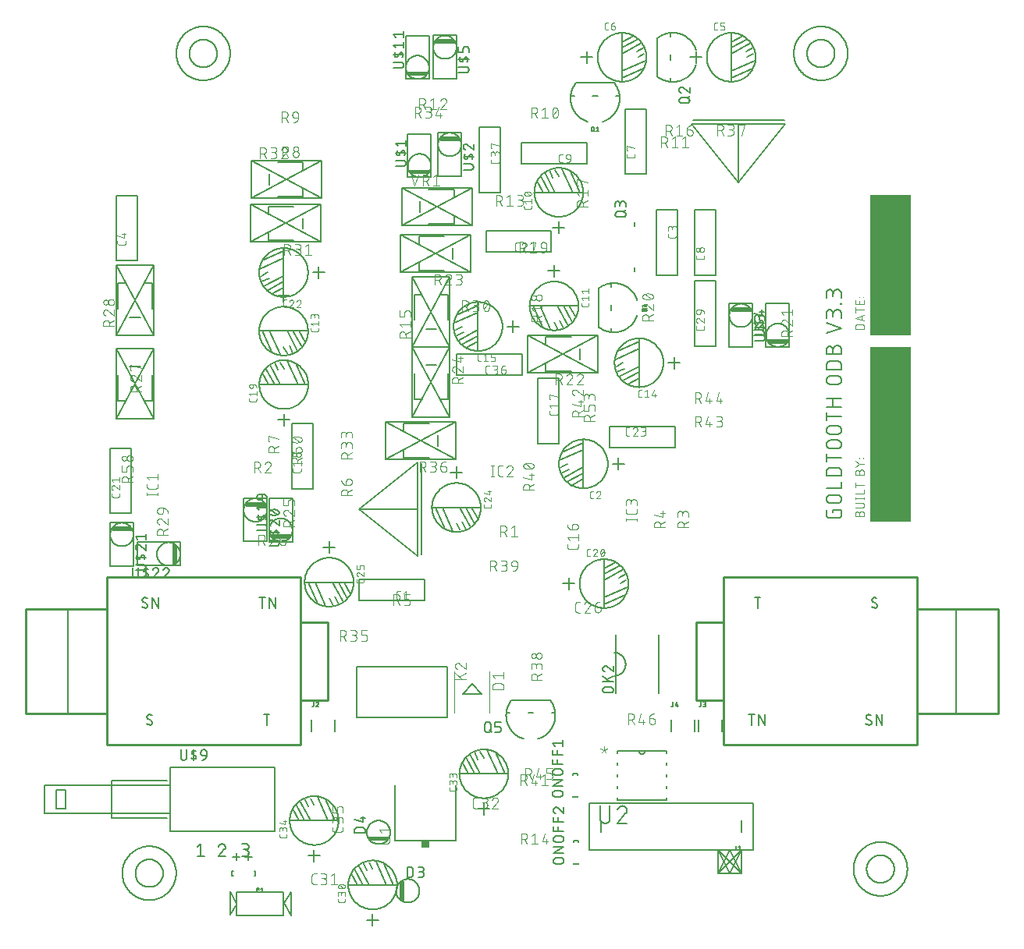
<source format=gbr>
G04 EAGLE Gerber X2 export*
%TF.Part,Single*%
%TF.FileFunction,Legend,Top,1*%
%TF.FilePolarity,Positive*%
%TF.GenerationSoftware,Autodesk,EAGLE,9.2.2*%
%TF.CreationDate,2019-01-20T22:07:49Z*%
G75*
%MOMM*%
%FSLAX34Y34*%
%LPD*%
%INSilkscreen Top*%
%AMOC8*
5,1,8,0,0,1.08239X$1,22.5*%
G01*
%ADD10C,0.152400*%
%ADD11R,4.445000X19.050000*%
%ADD12R,4.445000X15.240000*%
%ADD13C,0.076200*%
%ADD14C,0.127000*%
%ADD15C,0.101600*%
%ADD16C,0.254000*%
%ADD17C,0.203200*%
%ADD18R,0.863600X0.762000*%


D10*
X823327Y461744D02*
X823327Y464453D01*
X832358Y464453D01*
X832358Y459034D01*
X832356Y458916D01*
X832350Y458798D01*
X832341Y458680D01*
X832327Y458563D01*
X832310Y458446D01*
X832289Y458329D01*
X832264Y458214D01*
X832235Y458099D01*
X832202Y457985D01*
X832166Y457873D01*
X832126Y457762D01*
X832083Y457652D01*
X832036Y457543D01*
X831986Y457436D01*
X831931Y457331D01*
X831874Y457228D01*
X831813Y457127D01*
X831749Y457027D01*
X831682Y456930D01*
X831612Y456835D01*
X831538Y456743D01*
X831462Y456652D01*
X831382Y456565D01*
X831300Y456480D01*
X831215Y456398D01*
X831128Y456318D01*
X831037Y456242D01*
X830945Y456168D01*
X830850Y456098D01*
X830753Y456031D01*
X830653Y455967D01*
X830552Y455906D01*
X830449Y455849D01*
X830344Y455794D01*
X830237Y455744D01*
X830128Y455697D01*
X830018Y455654D01*
X829907Y455614D01*
X829795Y455578D01*
X829681Y455545D01*
X829566Y455516D01*
X829451Y455491D01*
X829334Y455470D01*
X829217Y455453D01*
X829100Y455439D01*
X828982Y455430D01*
X828864Y455424D01*
X828746Y455422D01*
X819714Y455422D01*
X819596Y455424D01*
X819478Y455430D01*
X819360Y455439D01*
X819242Y455453D01*
X819125Y455470D01*
X819009Y455491D01*
X818894Y455516D01*
X818779Y455545D01*
X818665Y455578D01*
X818553Y455614D01*
X818441Y455654D01*
X818331Y455697D01*
X818223Y455744D01*
X818116Y455795D01*
X818011Y455849D01*
X817908Y455906D01*
X817806Y455967D01*
X817707Y456031D01*
X817610Y456098D01*
X817515Y456169D01*
X817422Y456242D01*
X817332Y456319D01*
X817244Y456398D01*
X817159Y456480D01*
X817077Y456565D01*
X816998Y456653D01*
X816921Y456743D01*
X816848Y456836D01*
X816777Y456930D01*
X816710Y457028D01*
X816646Y457127D01*
X816585Y457228D01*
X816528Y457332D01*
X816474Y457437D01*
X816423Y457544D01*
X816376Y457652D01*
X816333Y457762D01*
X816293Y457874D01*
X816257Y457986D01*
X816224Y458100D01*
X816195Y458215D01*
X816170Y458330D01*
X816149Y458446D01*
X816132Y458563D01*
X816118Y458681D01*
X816109Y458799D01*
X816103Y458917D01*
X816101Y459035D01*
X816102Y459034D02*
X816102Y464453D01*
X820618Y471574D02*
X827842Y471574D01*
X820618Y471574D02*
X820485Y471576D01*
X820353Y471582D01*
X820221Y471592D01*
X820089Y471605D01*
X819957Y471623D01*
X819827Y471644D01*
X819696Y471669D01*
X819567Y471698D01*
X819439Y471731D01*
X819311Y471767D01*
X819185Y471807D01*
X819060Y471851D01*
X818936Y471899D01*
X818814Y471950D01*
X818693Y472005D01*
X818574Y472063D01*
X818456Y472125D01*
X818341Y472190D01*
X818227Y472259D01*
X818116Y472330D01*
X818007Y472406D01*
X817900Y472484D01*
X817795Y472565D01*
X817693Y472650D01*
X817593Y472737D01*
X817496Y472827D01*
X817401Y472920D01*
X817310Y473016D01*
X817221Y473114D01*
X817135Y473215D01*
X817052Y473319D01*
X816972Y473425D01*
X816896Y473533D01*
X816822Y473643D01*
X816752Y473756D01*
X816685Y473870D01*
X816622Y473987D01*
X816562Y474105D01*
X816505Y474225D01*
X816452Y474347D01*
X816403Y474470D01*
X816357Y474594D01*
X816315Y474720D01*
X816277Y474847D01*
X816242Y474975D01*
X816211Y475104D01*
X816184Y475233D01*
X816161Y475364D01*
X816141Y475495D01*
X816126Y475627D01*
X816114Y475759D01*
X816106Y475891D01*
X816102Y476024D01*
X816102Y476156D01*
X816106Y476289D01*
X816114Y476421D01*
X816126Y476553D01*
X816141Y476685D01*
X816161Y476816D01*
X816184Y476947D01*
X816211Y477076D01*
X816242Y477205D01*
X816277Y477333D01*
X816315Y477460D01*
X816357Y477586D01*
X816403Y477710D01*
X816452Y477833D01*
X816505Y477955D01*
X816562Y478075D01*
X816622Y478193D01*
X816685Y478310D01*
X816752Y478424D01*
X816822Y478537D01*
X816896Y478647D01*
X816972Y478755D01*
X817052Y478861D01*
X817135Y478965D01*
X817221Y479066D01*
X817310Y479164D01*
X817401Y479260D01*
X817496Y479353D01*
X817593Y479443D01*
X817693Y479530D01*
X817795Y479615D01*
X817900Y479696D01*
X818007Y479774D01*
X818116Y479850D01*
X818227Y479921D01*
X818341Y479990D01*
X818456Y480055D01*
X818574Y480117D01*
X818693Y480175D01*
X818814Y480230D01*
X818936Y480281D01*
X819060Y480329D01*
X819185Y480373D01*
X819311Y480413D01*
X819439Y480449D01*
X819567Y480482D01*
X819696Y480511D01*
X819827Y480536D01*
X819957Y480557D01*
X820089Y480575D01*
X820221Y480588D01*
X820353Y480598D01*
X820485Y480604D01*
X820618Y480606D01*
X820618Y480605D02*
X827842Y480605D01*
X827842Y480606D02*
X827975Y480604D01*
X828107Y480598D01*
X828239Y480588D01*
X828371Y480575D01*
X828503Y480557D01*
X828633Y480536D01*
X828764Y480511D01*
X828893Y480482D01*
X829021Y480449D01*
X829149Y480413D01*
X829275Y480373D01*
X829400Y480329D01*
X829524Y480281D01*
X829646Y480230D01*
X829767Y480175D01*
X829886Y480117D01*
X830004Y480055D01*
X830119Y479990D01*
X830233Y479921D01*
X830344Y479850D01*
X830453Y479774D01*
X830560Y479696D01*
X830665Y479615D01*
X830767Y479530D01*
X830867Y479443D01*
X830964Y479353D01*
X831059Y479260D01*
X831150Y479164D01*
X831239Y479066D01*
X831325Y478965D01*
X831408Y478861D01*
X831488Y478755D01*
X831564Y478647D01*
X831638Y478537D01*
X831708Y478424D01*
X831775Y478310D01*
X831838Y478193D01*
X831898Y478075D01*
X831955Y477955D01*
X832008Y477833D01*
X832057Y477710D01*
X832103Y477586D01*
X832145Y477460D01*
X832183Y477333D01*
X832218Y477205D01*
X832249Y477076D01*
X832276Y476947D01*
X832299Y476816D01*
X832319Y476685D01*
X832334Y476553D01*
X832346Y476421D01*
X832354Y476289D01*
X832358Y476156D01*
X832358Y476024D01*
X832354Y475891D01*
X832346Y475759D01*
X832334Y475627D01*
X832319Y475495D01*
X832299Y475364D01*
X832276Y475233D01*
X832249Y475104D01*
X832218Y474975D01*
X832183Y474847D01*
X832145Y474720D01*
X832103Y474594D01*
X832057Y474470D01*
X832008Y474347D01*
X831955Y474225D01*
X831898Y474105D01*
X831838Y473987D01*
X831775Y473870D01*
X831708Y473756D01*
X831638Y473643D01*
X831564Y473533D01*
X831488Y473425D01*
X831408Y473319D01*
X831325Y473215D01*
X831239Y473114D01*
X831150Y473016D01*
X831059Y472920D01*
X830964Y472827D01*
X830867Y472737D01*
X830767Y472650D01*
X830665Y472565D01*
X830560Y472484D01*
X830453Y472406D01*
X830344Y472330D01*
X830233Y472259D01*
X830119Y472190D01*
X830004Y472125D01*
X829886Y472063D01*
X829767Y472005D01*
X829646Y471950D01*
X829524Y471899D01*
X829400Y471851D01*
X829275Y471807D01*
X829149Y471767D01*
X829021Y471731D01*
X828893Y471698D01*
X828764Y471669D01*
X828633Y471644D01*
X828503Y471623D01*
X828371Y471605D01*
X828239Y471592D01*
X828107Y471582D01*
X827975Y471576D01*
X827842Y471574D01*
X832358Y487756D02*
X816102Y487756D01*
X832358Y487756D02*
X832358Y494981D01*
X832358Y501274D02*
X816102Y501274D01*
X816102Y505789D01*
X816104Y505920D01*
X816110Y506052D01*
X816119Y506183D01*
X816133Y506313D01*
X816150Y506444D01*
X816171Y506573D01*
X816195Y506702D01*
X816224Y506830D01*
X816256Y506958D01*
X816292Y507084D01*
X816331Y507209D01*
X816374Y507334D01*
X816421Y507456D01*
X816471Y507578D01*
X816525Y507698D01*
X816582Y507816D01*
X816643Y507932D01*
X816707Y508047D01*
X816774Y508160D01*
X816845Y508271D01*
X816919Y508379D01*
X816996Y508486D01*
X817076Y508590D01*
X817159Y508692D01*
X817244Y508791D01*
X817333Y508888D01*
X817425Y508982D01*
X817519Y509074D01*
X817616Y509163D01*
X817715Y509248D01*
X817817Y509331D01*
X817921Y509411D01*
X818028Y509488D01*
X818136Y509562D01*
X818247Y509633D01*
X818360Y509700D01*
X818475Y509764D01*
X818591Y509825D01*
X818709Y509882D01*
X818829Y509936D01*
X818951Y509986D01*
X819073Y510033D01*
X819198Y510076D01*
X819323Y510115D01*
X819449Y510151D01*
X819577Y510183D01*
X819705Y510212D01*
X819834Y510236D01*
X819963Y510257D01*
X820094Y510274D01*
X820224Y510288D01*
X820355Y510297D01*
X820487Y510303D01*
X820618Y510305D01*
X827842Y510305D01*
X827973Y510303D01*
X828105Y510297D01*
X828236Y510288D01*
X828366Y510274D01*
X828497Y510257D01*
X828626Y510236D01*
X828755Y510212D01*
X828883Y510183D01*
X829011Y510151D01*
X829137Y510115D01*
X829262Y510076D01*
X829387Y510033D01*
X829509Y509986D01*
X829631Y509936D01*
X829751Y509882D01*
X829869Y509825D01*
X829985Y509764D01*
X830100Y509700D01*
X830213Y509633D01*
X830324Y509562D01*
X830432Y509488D01*
X830539Y509411D01*
X830643Y509331D01*
X830745Y509248D01*
X830844Y509163D01*
X830941Y509074D01*
X831035Y508982D01*
X831127Y508888D01*
X831216Y508791D01*
X831301Y508692D01*
X831384Y508590D01*
X831464Y508486D01*
X831541Y508379D01*
X831615Y508271D01*
X831686Y508160D01*
X831753Y508047D01*
X831817Y507932D01*
X831878Y507816D01*
X831935Y507698D01*
X831989Y507578D01*
X832039Y507456D01*
X832086Y507334D01*
X832129Y507209D01*
X832168Y507084D01*
X832204Y506958D01*
X832236Y506830D01*
X832265Y506702D01*
X832289Y506573D01*
X832310Y506443D01*
X832327Y506313D01*
X832341Y506183D01*
X832350Y506052D01*
X832356Y505920D01*
X832358Y505789D01*
X832358Y501274D01*
X832358Y520899D02*
X816102Y520899D01*
X816102Y516384D02*
X816102Y525415D01*
X820618Y530973D02*
X827842Y530973D01*
X820618Y530973D02*
X820485Y530975D01*
X820353Y530981D01*
X820221Y530991D01*
X820089Y531004D01*
X819957Y531022D01*
X819827Y531043D01*
X819696Y531068D01*
X819567Y531097D01*
X819439Y531130D01*
X819311Y531166D01*
X819185Y531206D01*
X819060Y531250D01*
X818936Y531298D01*
X818814Y531349D01*
X818693Y531404D01*
X818574Y531462D01*
X818456Y531524D01*
X818341Y531589D01*
X818227Y531658D01*
X818116Y531729D01*
X818007Y531805D01*
X817900Y531883D01*
X817795Y531964D01*
X817693Y532049D01*
X817593Y532136D01*
X817496Y532226D01*
X817401Y532319D01*
X817310Y532415D01*
X817221Y532513D01*
X817135Y532614D01*
X817052Y532718D01*
X816972Y532824D01*
X816896Y532932D01*
X816822Y533042D01*
X816752Y533155D01*
X816685Y533269D01*
X816622Y533386D01*
X816562Y533504D01*
X816505Y533624D01*
X816452Y533746D01*
X816403Y533869D01*
X816357Y533993D01*
X816315Y534119D01*
X816277Y534246D01*
X816242Y534374D01*
X816211Y534503D01*
X816184Y534632D01*
X816161Y534763D01*
X816141Y534894D01*
X816126Y535026D01*
X816114Y535158D01*
X816106Y535290D01*
X816102Y535423D01*
X816102Y535555D01*
X816106Y535688D01*
X816114Y535820D01*
X816126Y535952D01*
X816141Y536084D01*
X816161Y536215D01*
X816184Y536346D01*
X816211Y536475D01*
X816242Y536604D01*
X816277Y536732D01*
X816315Y536859D01*
X816357Y536985D01*
X816403Y537109D01*
X816452Y537232D01*
X816505Y537354D01*
X816562Y537474D01*
X816622Y537592D01*
X816685Y537709D01*
X816752Y537823D01*
X816822Y537936D01*
X816896Y538046D01*
X816972Y538154D01*
X817052Y538260D01*
X817135Y538364D01*
X817221Y538465D01*
X817310Y538563D01*
X817401Y538659D01*
X817496Y538752D01*
X817593Y538842D01*
X817693Y538929D01*
X817795Y539014D01*
X817900Y539095D01*
X818007Y539173D01*
X818116Y539249D01*
X818227Y539320D01*
X818341Y539389D01*
X818456Y539454D01*
X818574Y539516D01*
X818693Y539574D01*
X818814Y539629D01*
X818936Y539680D01*
X819060Y539728D01*
X819185Y539772D01*
X819311Y539812D01*
X819439Y539848D01*
X819567Y539881D01*
X819696Y539910D01*
X819827Y539935D01*
X819957Y539956D01*
X820089Y539974D01*
X820221Y539987D01*
X820353Y539997D01*
X820485Y540003D01*
X820618Y540005D01*
X820618Y540004D02*
X827842Y540004D01*
X827842Y540005D02*
X827975Y540003D01*
X828107Y539997D01*
X828239Y539987D01*
X828371Y539974D01*
X828503Y539956D01*
X828633Y539935D01*
X828764Y539910D01*
X828893Y539881D01*
X829021Y539848D01*
X829149Y539812D01*
X829275Y539772D01*
X829400Y539728D01*
X829524Y539680D01*
X829646Y539629D01*
X829767Y539574D01*
X829886Y539516D01*
X830004Y539454D01*
X830119Y539389D01*
X830233Y539320D01*
X830344Y539249D01*
X830453Y539173D01*
X830560Y539095D01*
X830665Y539014D01*
X830767Y538929D01*
X830867Y538842D01*
X830964Y538752D01*
X831059Y538659D01*
X831150Y538563D01*
X831239Y538465D01*
X831325Y538364D01*
X831408Y538260D01*
X831488Y538154D01*
X831564Y538046D01*
X831638Y537936D01*
X831708Y537823D01*
X831775Y537709D01*
X831838Y537592D01*
X831898Y537474D01*
X831955Y537354D01*
X832008Y537232D01*
X832057Y537109D01*
X832103Y536985D01*
X832145Y536859D01*
X832183Y536732D01*
X832218Y536604D01*
X832249Y536475D01*
X832276Y536346D01*
X832299Y536215D01*
X832319Y536084D01*
X832334Y535952D01*
X832346Y535820D01*
X832354Y535688D01*
X832358Y535555D01*
X832358Y535423D01*
X832354Y535290D01*
X832346Y535158D01*
X832334Y535026D01*
X832319Y534894D01*
X832299Y534763D01*
X832276Y534632D01*
X832249Y534503D01*
X832218Y534374D01*
X832183Y534246D01*
X832145Y534119D01*
X832103Y533993D01*
X832057Y533869D01*
X832008Y533746D01*
X831955Y533624D01*
X831898Y533504D01*
X831838Y533386D01*
X831775Y533269D01*
X831708Y533155D01*
X831638Y533042D01*
X831564Y532932D01*
X831488Y532824D01*
X831408Y532718D01*
X831325Y532614D01*
X831239Y532513D01*
X831150Y532415D01*
X831059Y532319D01*
X830964Y532226D01*
X830867Y532136D01*
X830767Y532049D01*
X830665Y531964D01*
X830560Y531883D01*
X830453Y531805D01*
X830344Y531729D01*
X830233Y531658D01*
X830119Y531589D01*
X830004Y531524D01*
X829886Y531462D01*
X829767Y531404D01*
X829646Y531349D01*
X829524Y531298D01*
X829400Y531250D01*
X829275Y531206D01*
X829149Y531166D01*
X829021Y531130D01*
X828893Y531097D01*
X828764Y531068D01*
X828633Y531043D01*
X828503Y531022D01*
X828371Y531004D01*
X828239Y530991D01*
X828107Y530981D01*
X827975Y530975D01*
X827842Y530973D01*
X827842Y546604D02*
X820618Y546604D01*
X820485Y546606D01*
X820353Y546612D01*
X820221Y546622D01*
X820089Y546635D01*
X819957Y546653D01*
X819827Y546674D01*
X819696Y546699D01*
X819567Y546728D01*
X819439Y546761D01*
X819311Y546797D01*
X819185Y546837D01*
X819060Y546881D01*
X818936Y546929D01*
X818814Y546980D01*
X818693Y547035D01*
X818574Y547093D01*
X818456Y547155D01*
X818341Y547220D01*
X818227Y547289D01*
X818116Y547360D01*
X818007Y547436D01*
X817900Y547514D01*
X817795Y547595D01*
X817693Y547680D01*
X817593Y547767D01*
X817496Y547857D01*
X817401Y547950D01*
X817310Y548046D01*
X817221Y548144D01*
X817135Y548245D01*
X817052Y548349D01*
X816972Y548455D01*
X816896Y548563D01*
X816822Y548673D01*
X816752Y548786D01*
X816685Y548900D01*
X816622Y549017D01*
X816562Y549135D01*
X816505Y549255D01*
X816452Y549377D01*
X816403Y549500D01*
X816357Y549624D01*
X816315Y549750D01*
X816277Y549877D01*
X816242Y550005D01*
X816211Y550134D01*
X816184Y550263D01*
X816161Y550394D01*
X816141Y550525D01*
X816126Y550657D01*
X816114Y550789D01*
X816106Y550921D01*
X816102Y551054D01*
X816102Y551186D01*
X816106Y551319D01*
X816114Y551451D01*
X816126Y551583D01*
X816141Y551715D01*
X816161Y551846D01*
X816184Y551977D01*
X816211Y552106D01*
X816242Y552235D01*
X816277Y552363D01*
X816315Y552490D01*
X816357Y552616D01*
X816403Y552740D01*
X816452Y552863D01*
X816505Y552985D01*
X816562Y553105D01*
X816622Y553223D01*
X816685Y553340D01*
X816752Y553454D01*
X816822Y553567D01*
X816896Y553677D01*
X816972Y553785D01*
X817052Y553891D01*
X817135Y553995D01*
X817221Y554096D01*
X817310Y554194D01*
X817401Y554290D01*
X817496Y554383D01*
X817593Y554473D01*
X817693Y554560D01*
X817795Y554645D01*
X817900Y554726D01*
X818007Y554804D01*
X818116Y554880D01*
X818227Y554951D01*
X818341Y555020D01*
X818456Y555085D01*
X818574Y555147D01*
X818693Y555205D01*
X818814Y555260D01*
X818936Y555311D01*
X819060Y555359D01*
X819185Y555403D01*
X819311Y555443D01*
X819439Y555479D01*
X819567Y555512D01*
X819696Y555541D01*
X819827Y555566D01*
X819957Y555587D01*
X820089Y555605D01*
X820221Y555618D01*
X820353Y555628D01*
X820485Y555634D01*
X820618Y555636D01*
X820618Y555635D02*
X827842Y555635D01*
X827842Y555636D02*
X827975Y555634D01*
X828107Y555628D01*
X828239Y555618D01*
X828371Y555605D01*
X828503Y555587D01*
X828633Y555566D01*
X828764Y555541D01*
X828893Y555512D01*
X829021Y555479D01*
X829149Y555443D01*
X829275Y555403D01*
X829400Y555359D01*
X829524Y555311D01*
X829646Y555260D01*
X829767Y555205D01*
X829886Y555147D01*
X830004Y555085D01*
X830119Y555020D01*
X830233Y554951D01*
X830344Y554880D01*
X830453Y554804D01*
X830560Y554726D01*
X830665Y554645D01*
X830767Y554560D01*
X830867Y554473D01*
X830964Y554383D01*
X831059Y554290D01*
X831150Y554194D01*
X831239Y554096D01*
X831325Y553995D01*
X831408Y553891D01*
X831488Y553785D01*
X831564Y553677D01*
X831638Y553567D01*
X831708Y553454D01*
X831775Y553340D01*
X831838Y553223D01*
X831898Y553105D01*
X831955Y552985D01*
X832008Y552863D01*
X832057Y552740D01*
X832103Y552616D01*
X832145Y552490D01*
X832183Y552363D01*
X832218Y552235D01*
X832249Y552106D01*
X832276Y551977D01*
X832299Y551846D01*
X832319Y551715D01*
X832334Y551583D01*
X832346Y551451D01*
X832354Y551319D01*
X832358Y551186D01*
X832358Y551054D01*
X832354Y550921D01*
X832346Y550789D01*
X832334Y550657D01*
X832319Y550525D01*
X832299Y550394D01*
X832276Y550263D01*
X832249Y550134D01*
X832218Y550005D01*
X832183Y549877D01*
X832145Y549750D01*
X832103Y549624D01*
X832057Y549500D01*
X832008Y549377D01*
X831955Y549255D01*
X831898Y549135D01*
X831838Y549017D01*
X831775Y548900D01*
X831708Y548786D01*
X831638Y548673D01*
X831564Y548563D01*
X831488Y548455D01*
X831408Y548349D01*
X831325Y548245D01*
X831239Y548144D01*
X831150Y548046D01*
X831059Y547950D01*
X830964Y547857D01*
X830867Y547767D01*
X830767Y547680D01*
X830665Y547595D01*
X830560Y547514D01*
X830453Y547436D01*
X830344Y547360D01*
X830233Y547289D01*
X830119Y547220D01*
X830004Y547155D01*
X829886Y547093D01*
X829767Y547035D01*
X829646Y546980D01*
X829524Y546929D01*
X829400Y546881D01*
X829275Y546837D01*
X829149Y546797D01*
X829021Y546761D01*
X828893Y546728D01*
X828764Y546699D01*
X828633Y546674D01*
X828503Y546653D01*
X828371Y546635D01*
X828239Y546622D01*
X828107Y546612D01*
X827975Y546606D01*
X827842Y546604D01*
X832358Y565709D02*
X816102Y565709D01*
X816102Y570224D02*
X816102Y561193D01*
X816102Y576304D02*
X832358Y576304D01*
X823327Y576304D02*
X823327Y585335D01*
X816102Y585335D02*
X832358Y585335D01*
X827842Y600793D02*
X820618Y600793D01*
X820618Y600792D02*
X820485Y600794D01*
X820353Y600800D01*
X820221Y600810D01*
X820089Y600823D01*
X819957Y600841D01*
X819827Y600862D01*
X819696Y600887D01*
X819567Y600916D01*
X819439Y600949D01*
X819311Y600985D01*
X819185Y601025D01*
X819060Y601069D01*
X818936Y601117D01*
X818814Y601168D01*
X818693Y601223D01*
X818574Y601281D01*
X818456Y601343D01*
X818341Y601408D01*
X818227Y601477D01*
X818116Y601548D01*
X818007Y601624D01*
X817900Y601702D01*
X817795Y601783D01*
X817693Y601868D01*
X817593Y601955D01*
X817496Y602045D01*
X817401Y602138D01*
X817310Y602234D01*
X817221Y602332D01*
X817135Y602433D01*
X817052Y602537D01*
X816972Y602643D01*
X816896Y602751D01*
X816822Y602861D01*
X816752Y602974D01*
X816685Y603088D01*
X816622Y603205D01*
X816562Y603323D01*
X816505Y603443D01*
X816452Y603565D01*
X816403Y603688D01*
X816357Y603812D01*
X816315Y603938D01*
X816277Y604065D01*
X816242Y604193D01*
X816211Y604322D01*
X816184Y604451D01*
X816161Y604582D01*
X816141Y604713D01*
X816126Y604845D01*
X816114Y604977D01*
X816106Y605109D01*
X816102Y605242D01*
X816102Y605374D01*
X816106Y605507D01*
X816114Y605639D01*
X816126Y605771D01*
X816141Y605903D01*
X816161Y606034D01*
X816184Y606165D01*
X816211Y606294D01*
X816242Y606423D01*
X816277Y606551D01*
X816315Y606678D01*
X816357Y606804D01*
X816403Y606928D01*
X816452Y607051D01*
X816505Y607173D01*
X816562Y607293D01*
X816622Y607411D01*
X816685Y607528D01*
X816752Y607642D01*
X816822Y607755D01*
X816896Y607865D01*
X816972Y607973D01*
X817052Y608079D01*
X817135Y608183D01*
X817221Y608284D01*
X817310Y608382D01*
X817401Y608478D01*
X817496Y608571D01*
X817593Y608661D01*
X817693Y608748D01*
X817795Y608833D01*
X817900Y608914D01*
X818007Y608992D01*
X818116Y609068D01*
X818227Y609139D01*
X818341Y609208D01*
X818456Y609273D01*
X818574Y609335D01*
X818693Y609393D01*
X818814Y609448D01*
X818936Y609499D01*
X819060Y609547D01*
X819185Y609591D01*
X819311Y609631D01*
X819439Y609667D01*
X819567Y609700D01*
X819696Y609729D01*
X819827Y609754D01*
X819957Y609775D01*
X820089Y609793D01*
X820221Y609806D01*
X820353Y609816D01*
X820485Y609822D01*
X820618Y609824D01*
X827842Y609824D01*
X827975Y609822D01*
X828107Y609816D01*
X828239Y609806D01*
X828371Y609793D01*
X828503Y609775D01*
X828633Y609754D01*
X828764Y609729D01*
X828893Y609700D01*
X829021Y609667D01*
X829149Y609631D01*
X829275Y609591D01*
X829400Y609547D01*
X829524Y609499D01*
X829646Y609448D01*
X829767Y609393D01*
X829886Y609335D01*
X830004Y609273D01*
X830119Y609208D01*
X830233Y609139D01*
X830344Y609068D01*
X830453Y608992D01*
X830560Y608914D01*
X830665Y608833D01*
X830767Y608748D01*
X830867Y608661D01*
X830964Y608571D01*
X831059Y608478D01*
X831150Y608382D01*
X831239Y608284D01*
X831325Y608183D01*
X831408Y608079D01*
X831488Y607973D01*
X831564Y607865D01*
X831638Y607755D01*
X831708Y607642D01*
X831775Y607528D01*
X831838Y607411D01*
X831898Y607293D01*
X831955Y607173D01*
X832008Y607051D01*
X832057Y606928D01*
X832103Y606804D01*
X832145Y606678D01*
X832183Y606551D01*
X832218Y606423D01*
X832249Y606294D01*
X832276Y606165D01*
X832299Y606034D01*
X832319Y605903D01*
X832334Y605771D01*
X832346Y605639D01*
X832354Y605507D01*
X832358Y605374D01*
X832358Y605242D01*
X832354Y605109D01*
X832346Y604977D01*
X832334Y604845D01*
X832319Y604713D01*
X832299Y604582D01*
X832276Y604451D01*
X832249Y604322D01*
X832218Y604193D01*
X832183Y604065D01*
X832145Y603938D01*
X832103Y603812D01*
X832057Y603688D01*
X832008Y603565D01*
X831955Y603443D01*
X831898Y603323D01*
X831838Y603205D01*
X831775Y603088D01*
X831708Y602974D01*
X831638Y602861D01*
X831564Y602751D01*
X831488Y602643D01*
X831408Y602537D01*
X831325Y602433D01*
X831239Y602332D01*
X831150Y602234D01*
X831059Y602138D01*
X830964Y602045D01*
X830867Y601955D01*
X830767Y601868D01*
X830665Y601783D01*
X830560Y601702D01*
X830453Y601624D01*
X830344Y601548D01*
X830233Y601477D01*
X830119Y601408D01*
X830004Y601343D01*
X829886Y601281D01*
X829767Y601223D01*
X829646Y601168D01*
X829524Y601117D01*
X829400Y601069D01*
X829275Y601025D01*
X829149Y600985D01*
X829021Y600949D01*
X828893Y600916D01*
X828764Y600887D01*
X828633Y600862D01*
X828503Y600841D01*
X828371Y600823D01*
X828239Y600810D01*
X828107Y600800D01*
X827975Y600794D01*
X827842Y600792D01*
X832358Y616945D02*
X816102Y616945D01*
X816102Y621460D01*
X816104Y621591D01*
X816110Y621723D01*
X816119Y621854D01*
X816133Y621984D01*
X816150Y622115D01*
X816171Y622244D01*
X816195Y622373D01*
X816224Y622501D01*
X816256Y622629D01*
X816292Y622755D01*
X816331Y622880D01*
X816374Y623005D01*
X816421Y623127D01*
X816471Y623249D01*
X816525Y623369D01*
X816582Y623487D01*
X816643Y623603D01*
X816707Y623718D01*
X816774Y623831D01*
X816845Y623942D01*
X816919Y624050D01*
X816996Y624157D01*
X817076Y624261D01*
X817159Y624363D01*
X817244Y624462D01*
X817333Y624559D01*
X817425Y624653D01*
X817519Y624745D01*
X817616Y624834D01*
X817715Y624919D01*
X817817Y625002D01*
X817921Y625082D01*
X818028Y625159D01*
X818136Y625233D01*
X818247Y625304D01*
X818360Y625371D01*
X818475Y625435D01*
X818591Y625496D01*
X818709Y625553D01*
X818829Y625607D01*
X818951Y625657D01*
X819073Y625704D01*
X819198Y625747D01*
X819323Y625786D01*
X819449Y625822D01*
X819577Y625854D01*
X819705Y625883D01*
X819834Y625907D01*
X819963Y625928D01*
X820094Y625945D01*
X820224Y625959D01*
X820355Y625968D01*
X820487Y625974D01*
X820618Y625976D01*
X827842Y625976D01*
X827973Y625974D01*
X828105Y625968D01*
X828236Y625959D01*
X828366Y625945D01*
X828497Y625928D01*
X828626Y625907D01*
X828755Y625883D01*
X828883Y625854D01*
X829011Y625822D01*
X829137Y625786D01*
X829262Y625747D01*
X829387Y625704D01*
X829509Y625657D01*
X829631Y625607D01*
X829751Y625553D01*
X829869Y625496D01*
X829985Y625435D01*
X830100Y625371D01*
X830213Y625304D01*
X830324Y625233D01*
X830432Y625159D01*
X830539Y625082D01*
X830643Y625002D01*
X830745Y624919D01*
X830844Y624834D01*
X830941Y624745D01*
X831035Y624653D01*
X831127Y624559D01*
X831216Y624462D01*
X831301Y624363D01*
X831384Y624261D01*
X831464Y624157D01*
X831541Y624050D01*
X831615Y623942D01*
X831686Y623831D01*
X831753Y623718D01*
X831817Y623603D01*
X831878Y623487D01*
X831935Y623369D01*
X831989Y623249D01*
X832039Y623127D01*
X832086Y623005D01*
X832129Y622880D01*
X832168Y622755D01*
X832204Y622629D01*
X832236Y622501D01*
X832265Y622373D01*
X832289Y622244D01*
X832310Y622114D01*
X832327Y621984D01*
X832341Y621854D01*
X832350Y621723D01*
X832356Y621591D01*
X832358Y621460D01*
X832358Y616945D01*
X823327Y633829D02*
X823327Y638345D01*
X823326Y638345D02*
X823328Y638478D01*
X823334Y638610D01*
X823344Y638742D01*
X823357Y638874D01*
X823375Y639006D01*
X823396Y639136D01*
X823421Y639267D01*
X823450Y639396D01*
X823483Y639524D01*
X823519Y639652D01*
X823559Y639778D01*
X823603Y639903D01*
X823651Y640027D01*
X823702Y640149D01*
X823757Y640270D01*
X823815Y640389D01*
X823877Y640507D01*
X823942Y640622D01*
X824011Y640736D01*
X824082Y640847D01*
X824158Y640956D01*
X824236Y641063D01*
X824317Y641168D01*
X824402Y641270D01*
X824489Y641370D01*
X824579Y641467D01*
X824672Y641562D01*
X824768Y641653D01*
X824866Y641742D01*
X824967Y641828D01*
X825071Y641911D01*
X825177Y641991D01*
X825285Y642067D01*
X825395Y642141D01*
X825508Y642211D01*
X825622Y642278D01*
X825739Y642341D01*
X825857Y642401D01*
X825977Y642458D01*
X826099Y642511D01*
X826222Y642560D01*
X826346Y642606D01*
X826472Y642648D01*
X826599Y642686D01*
X826727Y642721D01*
X826856Y642752D01*
X826985Y642779D01*
X827116Y642802D01*
X827247Y642822D01*
X827379Y642837D01*
X827511Y642849D01*
X827643Y642857D01*
X827776Y642861D01*
X827908Y642861D01*
X828041Y642857D01*
X828173Y642849D01*
X828305Y642837D01*
X828437Y642822D01*
X828568Y642802D01*
X828699Y642779D01*
X828828Y642752D01*
X828957Y642721D01*
X829085Y642686D01*
X829212Y642648D01*
X829338Y642606D01*
X829462Y642560D01*
X829585Y642511D01*
X829707Y642458D01*
X829827Y642401D01*
X829945Y642341D01*
X830062Y642278D01*
X830176Y642211D01*
X830289Y642141D01*
X830399Y642067D01*
X830507Y641991D01*
X830613Y641911D01*
X830717Y641828D01*
X830818Y641742D01*
X830916Y641653D01*
X831012Y641562D01*
X831105Y641467D01*
X831195Y641370D01*
X831282Y641270D01*
X831367Y641168D01*
X831448Y641063D01*
X831526Y640956D01*
X831602Y640847D01*
X831673Y640736D01*
X831742Y640622D01*
X831807Y640507D01*
X831869Y640389D01*
X831927Y640270D01*
X831982Y640149D01*
X832033Y640027D01*
X832081Y639903D01*
X832125Y639778D01*
X832165Y639652D01*
X832201Y639524D01*
X832234Y639396D01*
X832263Y639267D01*
X832288Y639136D01*
X832309Y639006D01*
X832327Y638874D01*
X832340Y638742D01*
X832350Y638610D01*
X832356Y638478D01*
X832358Y638345D01*
X832358Y633829D01*
X816102Y633829D01*
X816102Y638345D01*
X816104Y638464D01*
X816110Y638584D01*
X816120Y638703D01*
X816134Y638821D01*
X816151Y638940D01*
X816173Y639057D01*
X816198Y639174D01*
X816228Y639289D01*
X816261Y639404D01*
X816298Y639518D01*
X816338Y639630D01*
X816383Y639741D01*
X816431Y639850D01*
X816482Y639958D01*
X816537Y640064D01*
X816596Y640168D01*
X816658Y640270D01*
X816723Y640370D01*
X816792Y640468D01*
X816864Y640564D01*
X816939Y640657D01*
X817016Y640747D01*
X817097Y640835D01*
X817181Y640920D01*
X817268Y641002D01*
X817357Y641082D01*
X817449Y641158D01*
X817543Y641232D01*
X817640Y641302D01*
X817738Y641369D01*
X817839Y641433D01*
X817943Y641493D01*
X818048Y641550D01*
X818155Y641603D01*
X818263Y641653D01*
X818373Y641699D01*
X818485Y641741D01*
X818598Y641780D01*
X818712Y641815D01*
X818827Y641846D01*
X818944Y641874D01*
X819061Y641897D01*
X819178Y641917D01*
X819297Y641933D01*
X819416Y641945D01*
X819535Y641953D01*
X819654Y641957D01*
X819774Y641957D01*
X819893Y641953D01*
X820012Y641945D01*
X820131Y641933D01*
X820250Y641917D01*
X820367Y641897D01*
X820484Y641874D01*
X820601Y641846D01*
X820716Y641815D01*
X820830Y641780D01*
X820943Y641741D01*
X821055Y641699D01*
X821165Y641653D01*
X821273Y641603D01*
X821380Y641550D01*
X821485Y641493D01*
X821589Y641433D01*
X821690Y641369D01*
X821788Y641302D01*
X821885Y641232D01*
X821979Y641158D01*
X822071Y641082D01*
X822160Y641002D01*
X822247Y640920D01*
X822331Y640835D01*
X822412Y640747D01*
X822489Y640657D01*
X822564Y640564D01*
X822636Y640468D01*
X822705Y640370D01*
X822770Y640270D01*
X822832Y640168D01*
X822891Y640064D01*
X822946Y639958D01*
X822997Y639850D01*
X823045Y639741D01*
X823090Y639630D01*
X823130Y639518D01*
X823167Y639404D01*
X823200Y639289D01*
X823230Y639174D01*
X823255Y639057D01*
X823277Y638940D01*
X823294Y638821D01*
X823308Y638703D01*
X823318Y638584D01*
X823324Y638464D01*
X823326Y638345D01*
X816102Y656162D02*
X832358Y661581D01*
X816102Y666999D01*
X832358Y672696D02*
X832358Y677212D01*
X832356Y677345D01*
X832350Y677477D01*
X832340Y677609D01*
X832327Y677741D01*
X832309Y677873D01*
X832288Y678003D01*
X832263Y678134D01*
X832234Y678263D01*
X832201Y678391D01*
X832165Y678519D01*
X832125Y678645D01*
X832081Y678770D01*
X832033Y678894D01*
X831982Y679016D01*
X831927Y679137D01*
X831869Y679256D01*
X831807Y679374D01*
X831742Y679489D01*
X831673Y679603D01*
X831602Y679714D01*
X831526Y679823D01*
X831448Y679930D01*
X831367Y680035D01*
X831282Y680137D01*
X831195Y680237D01*
X831105Y680334D01*
X831012Y680429D01*
X830916Y680520D01*
X830818Y680609D01*
X830717Y680695D01*
X830613Y680778D01*
X830507Y680858D01*
X830399Y680934D01*
X830289Y681008D01*
X830176Y681078D01*
X830062Y681145D01*
X829945Y681208D01*
X829827Y681268D01*
X829707Y681325D01*
X829585Y681378D01*
X829462Y681427D01*
X829338Y681473D01*
X829212Y681515D01*
X829085Y681553D01*
X828957Y681588D01*
X828828Y681619D01*
X828699Y681646D01*
X828568Y681669D01*
X828437Y681689D01*
X828305Y681704D01*
X828173Y681716D01*
X828041Y681724D01*
X827908Y681728D01*
X827776Y681728D01*
X827643Y681724D01*
X827511Y681716D01*
X827379Y681704D01*
X827247Y681689D01*
X827116Y681669D01*
X826985Y681646D01*
X826856Y681619D01*
X826727Y681588D01*
X826599Y681553D01*
X826472Y681515D01*
X826346Y681473D01*
X826222Y681427D01*
X826099Y681378D01*
X825977Y681325D01*
X825857Y681268D01*
X825739Y681208D01*
X825622Y681145D01*
X825508Y681078D01*
X825395Y681008D01*
X825285Y680934D01*
X825177Y680858D01*
X825071Y680778D01*
X824967Y680695D01*
X824866Y680609D01*
X824768Y680520D01*
X824672Y680429D01*
X824579Y680334D01*
X824489Y680237D01*
X824402Y680137D01*
X824317Y680035D01*
X824236Y679930D01*
X824158Y679823D01*
X824082Y679714D01*
X824011Y679603D01*
X823942Y679489D01*
X823877Y679374D01*
X823815Y679256D01*
X823757Y679137D01*
X823702Y679016D01*
X823651Y678894D01*
X823603Y678770D01*
X823559Y678645D01*
X823519Y678519D01*
X823483Y678391D01*
X823450Y678263D01*
X823421Y678134D01*
X823396Y678003D01*
X823375Y677873D01*
X823357Y677741D01*
X823344Y677609D01*
X823334Y677477D01*
X823328Y677345D01*
X823326Y677212D01*
X816102Y678115D02*
X816102Y672696D01*
X816102Y678115D02*
X816104Y678234D01*
X816110Y678354D01*
X816120Y678473D01*
X816134Y678591D01*
X816151Y678710D01*
X816173Y678827D01*
X816198Y678944D01*
X816228Y679059D01*
X816261Y679174D01*
X816298Y679288D01*
X816338Y679400D01*
X816383Y679511D01*
X816431Y679620D01*
X816482Y679728D01*
X816537Y679834D01*
X816596Y679938D01*
X816658Y680040D01*
X816723Y680140D01*
X816792Y680238D01*
X816864Y680334D01*
X816939Y680427D01*
X817016Y680517D01*
X817097Y680605D01*
X817181Y680690D01*
X817268Y680772D01*
X817357Y680852D01*
X817449Y680928D01*
X817543Y681002D01*
X817640Y681072D01*
X817738Y681139D01*
X817839Y681203D01*
X817943Y681263D01*
X818048Y681320D01*
X818155Y681373D01*
X818263Y681423D01*
X818373Y681469D01*
X818485Y681511D01*
X818598Y681550D01*
X818712Y681585D01*
X818827Y681616D01*
X818944Y681644D01*
X819061Y681667D01*
X819178Y681687D01*
X819297Y681703D01*
X819416Y681715D01*
X819535Y681723D01*
X819654Y681727D01*
X819774Y681727D01*
X819893Y681723D01*
X820012Y681715D01*
X820131Y681703D01*
X820250Y681687D01*
X820367Y681667D01*
X820484Y681644D01*
X820601Y681616D01*
X820716Y681585D01*
X820830Y681550D01*
X820943Y681511D01*
X821055Y681469D01*
X821165Y681423D01*
X821273Y681373D01*
X821380Y681320D01*
X821485Y681263D01*
X821589Y681203D01*
X821690Y681139D01*
X821788Y681072D01*
X821885Y681002D01*
X821979Y680928D01*
X822071Y680852D01*
X822160Y680772D01*
X822247Y680690D01*
X822331Y680605D01*
X822412Y680517D01*
X822489Y680427D01*
X822564Y680334D01*
X822636Y680238D01*
X822705Y680140D01*
X822770Y680040D01*
X822832Y679938D01*
X822891Y679834D01*
X822946Y679728D01*
X822997Y679620D01*
X823045Y679511D01*
X823090Y679400D01*
X823130Y679288D01*
X823167Y679174D01*
X823200Y679059D01*
X823230Y678944D01*
X823255Y678827D01*
X823277Y678710D01*
X823294Y678591D01*
X823308Y678473D01*
X823318Y678354D01*
X823324Y678234D01*
X823326Y678115D01*
X823327Y678115D02*
X823327Y674502D01*
X831455Y687702D02*
X832358Y687702D01*
X831455Y687702D02*
X831455Y688605D01*
X832358Y688605D01*
X832358Y687702D01*
X832358Y694580D02*
X832358Y699095D01*
X832356Y699228D01*
X832350Y699360D01*
X832340Y699492D01*
X832327Y699624D01*
X832309Y699756D01*
X832288Y699886D01*
X832263Y700017D01*
X832234Y700146D01*
X832201Y700274D01*
X832165Y700402D01*
X832125Y700528D01*
X832081Y700653D01*
X832033Y700777D01*
X831982Y700899D01*
X831927Y701020D01*
X831869Y701139D01*
X831807Y701257D01*
X831742Y701372D01*
X831673Y701486D01*
X831602Y701597D01*
X831526Y701706D01*
X831448Y701813D01*
X831367Y701918D01*
X831282Y702020D01*
X831195Y702120D01*
X831105Y702217D01*
X831012Y702312D01*
X830916Y702403D01*
X830818Y702492D01*
X830717Y702578D01*
X830613Y702661D01*
X830507Y702741D01*
X830399Y702817D01*
X830289Y702891D01*
X830176Y702961D01*
X830062Y703028D01*
X829945Y703091D01*
X829827Y703151D01*
X829707Y703208D01*
X829585Y703261D01*
X829462Y703310D01*
X829338Y703356D01*
X829212Y703398D01*
X829085Y703436D01*
X828957Y703471D01*
X828828Y703502D01*
X828699Y703529D01*
X828568Y703552D01*
X828437Y703572D01*
X828305Y703587D01*
X828173Y703599D01*
X828041Y703607D01*
X827908Y703611D01*
X827776Y703611D01*
X827643Y703607D01*
X827511Y703599D01*
X827379Y703587D01*
X827247Y703572D01*
X827116Y703552D01*
X826985Y703529D01*
X826856Y703502D01*
X826727Y703471D01*
X826599Y703436D01*
X826472Y703398D01*
X826346Y703356D01*
X826222Y703310D01*
X826099Y703261D01*
X825977Y703208D01*
X825857Y703151D01*
X825739Y703091D01*
X825622Y703028D01*
X825508Y702961D01*
X825395Y702891D01*
X825285Y702817D01*
X825177Y702741D01*
X825071Y702661D01*
X824967Y702578D01*
X824866Y702492D01*
X824768Y702403D01*
X824672Y702312D01*
X824579Y702217D01*
X824489Y702120D01*
X824402Y702020D01*
X824317Y701918D01*
X824236Y701813D01*
X824158Y701706D01*
X824082Y701597D01*
X824011Y701486D01*
X823942Y701372D01*
X823877Y701257D01*
X823815Y701139D01*
X823757Y701020D01*
X823702Y700899D01*
X823651Y700777D01*
X823603Y700653D01*
X823559Y700528D01*
X823519Y700402D01*
X823483Y700274D01*
X823450Y700146D01*
X823421Y700017D01*
X823396Y699886D01*
X823375Y699756D01*
X823357Y699624D01*
X823344Y699492D01*
X823334Y699360D01*
X823328Y699228D01*
X823326Y699095D01*
X816102Y699999D02*
X816102Y694580D01*
X816102Y699999D02*
X816104Y700118D01*
X816110Y700238D01*
X816120Y700357D01*
X816134Y700475D01*
X816151Y700594D01*
X816173Y700711D01*
X816198Y700828D01*
X816228Y700943D01*
X816261Y701058D01*
X816298Y701172D01*
X816338Y701284D01*
X816383Y701395D01*
X816431Y701504D01*
X816482Y701612D01*
X816537Y701718D01*
X816596Y701822D01*
X816658Y701924D01*
X816723Y702024D01*
X816792Y702122D01*
X816864Y702218D01*
X816939Y702311D01*
X817016Y702401D01*
X817097Y702489D01*
X817181Y702574D01*
X817268Y702656D01*
X817357Y702736D01*
X817449Y702812D01*
X817543Y702886D01*
X817640Y702956D01*
X817738Y703023D01*
X817839Y703087D01*
X817943Y703147D01*
X818048Y703204D01*
X818155Y703257D01*
X818263Y703307D01*
X818373Y703353D01*
X818485Y703395D01*
X818598Y703434D01*
X818712Y703469D01*
X818827Y703500D01*
X818944Y703528D01*
X819061Y703551D01*
X819178Y703571D01*
X819297Y703587D01*
X819416Y703599D01*
X819535Y703607D01*
X819654Y703611D01*
X819774Y703611D01*
X819893Y703607D01*
X820012Y703599D01*
X820131Y703587D01*
X820250Y703571D01*
X820367Y703551D01*
X820484Y703528D01*
X820601Y703500D01*
X820716Y703469D01*
X820830Y703434D01*
X820943Y703395D01*
X821055Y703353D01*
X821165Y703307D01*
X821273Y703257D01*
X821380Y703204D01*
X821485Y703147D01*
X821589Y703087D01*
X821690Y703023D01*
X821788Y702956D01*
X821885Y702886D01*
X821979Y702812D01*
X822071Y702736D01*
X822160Y702656D01*
X822247Y702574D01*
X822331Y702489D01*
X822412Y702401D01*
X822489Y702311D01*
X822564Y702218D01*
X822636Y702122D01*
X822705Y702024D01*
X822770Y701924D01*
X822832Y701822D01*
X822891Y701718D01*
X822946Y701612D01*
X822997Y701504D01*
X823045Y701395D01*
X823090Y701284D01*
X823130Y701172D01*
X823167Y701058D01*
X823200Y700943D01*
X823230Y700828D01*
X823255Y700711D01*
X823277Y700594D01*
X823294Y700475D01*
X823308Y700357D01*
X823318Y700238D01*
X823324Y700118D01*
X823326Y699999D01*
X823327Y699999D02*
X823327Y696386D01*
D11*
X885825Y546100D03*
D12*
X885825Y730250D03*
D13*
X851648Y460192D02*
X851648Y457581D01*
X851647Y460192D02*
X851649Y460293D01*
X851655Y460394D01*
X851665Y460495D01*
X851678Y460595D01*
X851696Y460695D01*
X851717Y460794D01*
X851743Y460892D01*
X851772Y460989D01*
X851804Y461085D01*
X851841Y461179D01*
X851881Y461272D01*
X851925Y461364D01*
X851972Y461453D01*
X852023Y461541D01*
X852077Y461627D01*
X852134Y461710D01*
X852194Y461792D01*
X852258Y461870D01*
X852324Y461947D01*
X852394Y462020D01*
X852466Y462091D01*
X852541Y462159D01*
X852619Y462224D01*
X852699Y462286D01*
X852781Y462345D01*
X852866Y462401D01*
X852953Y462453D01*
X853041Y462502D01*
X853132Y462548D01*
X853224Y462589D01*
X853318Y462628D01*
X853413Y462662D01*
X853509Y462693D01*
X853607Y462720D01*
X853705Y462744D01*
X853805Y462763D01*
X853905Y462779D01*
X854005Y462791D01*
X854106Y462799D01*
X854207Y462803D01*
X854309Y462803D01*
X854410Y462799D01*
X854511Y462791D01*
X854611Y462779D01*
X854711Y462763D01*
X854811Y462744D01*
X854909Y462720D01*
X855007Y462693D01*
X855103Y462662D01*
X855198Y462628D01*
X855292Y462589D01*
X855384Y462548D01*
X855475Y462502D01*
X855564Y462453D01*
X855650Y462401D01*
X855735Y462345D01*
X855817Y462286D01*
X855897Y462224D01*
X855975Y462159D01*
X856050Y462091D01*
X856122Y462020D01*
X856192Y461947D01*
X856258Y461870D01*
X856322Y461792D01*
X856382Y461710D01*
X856439Y461627D01*
X856493Y461541D01*
X856544Y461453D01*
X856591Y461364D01*
X856635Y461272D01*
X856675Y461179D01*
X856712Y461085D01*
X856744Y460989D01*
X856773Y460892D01*
X856799Y460794D01*
X856820Y460695D01*
X856838Y460595D01*
X856851Y460495D01*
X856861Y460394D01*
X856867Y460293D01*
X856869Y460192D01*
X856869Y457581D01*
X847471Y457581D01*
X847471Y460192D01*
X847473Y460282D01*
X847479Y460371D01*
X847488Y460461D01*
X847502Y460550D01*
X847519Y460638D01*
X847540Y460725D01*
X847565Y460812D01*
X847594Y460897D01*
X847626Y460981D01*
X847661Y461063D01*
X847701Y461144D01*
X847743Y461223D01*
X847789Y461300D01*
X847839Y461375D01*
X847891Y461448D01*
X847947Y461519D01*
X848005Y461587D01*
X848067Y461652D01*
X848131Y461715D01*
X848198Y461775D01*
X848267Y461832D01*
X848339Y461886D01*
X848413Y461937D01*
X848489Y461985D01*
X848567Y462029D01*
X848647Y462070D01*
X848729Y462108D01*
X848812Y462142D01*
X848897Y462172D01*
X848983Y462199D01*
X849069Y462222D01*
X849157Y462241D01*
X849246Y462256D01*
X849335Y462268D01*
X849424Y462276D01*
X849514Y462280D01*
X849604Y462280D01*
X849694Y462276D01*
X849783Y462268D01*
X849872Y462256D01*
X849961Y462241D01*
X850049Y462222D01*
X850135Y462199D01*
X850221Y462172D01*
X850306Y462142D01*
X850389Y462108D01*
X850471Y462070D01*
X850551Y462029D01*
X850629Y461985D01*
X850705Y461937D01*
X850779Y461886D01*
X850851Y461832D01*
X850920Y461775D01*
X850987Y461715D01*
X851051Y461652D01*
X851113Y461587D01*
X851171Y461519D01*
X851227Y461448D01*
X851279Y461375D01*
X851329Y461300D01*
X851375Y461223D01*
X851417Y461144D01*
X851457Y461063D01*
X851492Y460981D01*
X851524Y460897D01*
X851553Y460812D01*
X851578Y460725D01*
X851599Y460638D01*
X851616Y460550D01*
X851630Y460461D01*
X851639Y460371D01*
X851645Y460282D01*
X851647Y460192D01*
X854258Y466594D02*
X847471Y466594D01*
X854258Y466593D02*
X854359Y466595D01*
X854460Y466601D01*
X854561Y466611D01*
X854661Y466624D01*
X854761Y466642D01*
X854860Y466663D01*
X854958Y466689D01*
X855055Y466718D01*
X855151Y466750D01*
X855245Y466787D01*
X855338Y466827D01*
X855430Y466871D01*
X855519Y466918D01*
X855607Y466969D01*
X855693Y467023D01*
X855776Y467080D01*
X855858Y467140D01*
X855936Y467204D01*
X856013Y467270D01*
X856086Y467340D01*
X856157Y467412D01*
X856225Y467487D01*
X856290Y467565D01*
X856352Y467645D01*
X856411Y467727D01*
X856467Y467812D01*
X856519Y467899D01*
X856568Y467987D01*
X856614Y468078D01*
X856655Y468170D01*
X856694Y468264D01*
X856728Y468359D01*
X856759Y468455D01*
X856786Y468553D01*
X856810Y468651D01*
X856829Y468751D01*
X856845Y468851D01*
X856857Y468951D01*
X856865Y469052D01*
X856869Y469153D01*
X856869Y469255D01*
X856865Y469356D01*
X856857Y469457D01*
X856845Y469557D01*
X856829Y469657D01*
X856810Y469757D01*
X856786Y469855D01*
X856759Y469953D01*
X856728Y470049D01*
X856694Y470144D01*
X856655Y470238D01*
X856614Y470330D01*
X856568Y470421D01*
X856519Y470509D01*
X856467Y470596D01*
X856411Y470681D01*
X856352Y470763D01*
X856290Y470843D01*
X856225Y470921D01*
X856157Y470996D01*
X856086Y471068D01*
X856013Y471138D01*
X855936Y471204D01*
X855858Y471268D01*
X855776Y471328D01*
X855693Y471385D01*
X855607Y471439D01*
X855519Y471490D01*
X855430Y471537D01*
X855338Y471581D01*
X855245Y471621D01*
X855151Y471658D01*
X855055Y471690D01*
X854958Y471719D01*
X854860Y471745D01*
X854761Y471766D01*
X854661Y471784D01*
X854561Y471797D01*
X854460Y471807D01*
X854359Y471813D01*
X854258Y471815D01*
X847471Y471815D01*
X847471Y476824D02*
X856869Y476824D01*
X856869Y475780D02*
X856869Y477869D01*
X847471Y477869D02*
X847471Y475780D01*
X847471Y481851D02*
X856869Y481851D01*
X856869Y486028D01*
X856869Y491455D02*
X847471Y491455D01*
X847471Y494065D02*
X847471Y488844D01*
X851648Y502691D02*
X851648Y505302D01*
X851647Y505302D02*
X851649Y505403D01*
X851655Y505504D01*
X851665Y505605D01*
X851678Y505705D01*
X851696Y505805D01*
X851717Y505904D01*
X851743Y506002D01*
X851772Y506099D01*
X851804Y506195D01*
X851841Y506289D01*
X851881Y506382D01*
X851925Y506474D01*
X851972Y506563D01*
X852023Y506651D01*
X852077Y506737D01*
X852134Y506820D01*
X852194Y506902D01*
X852258Y506980D01*
X852324Y507057D01*
X852394Y507130D01*
X852466Y507201D01*
X852541Y507269D01*
X852619Y507334D01*
X852699Y507396D01*
X852781Y507455D01*
X852866Y507511D01*
X852953Y507563D01*
X853041Y507612D01*
X853132Y507658D01*
X853224Y507699D01*
X853318Y507738D01*
X853413Y507772D01*
X853509Y507803D01*
X853607Y507830D01*
X853705Y507854D01*
X853805Y507873D01*
X853905Y507889D01*
X854005Y507901D01*
X854106Y507909D01*
X854207Y507913D01*
X854309Y507913D01*
X854410Y507909D01*
X854511Y507901D01*
X854611Y507889D01*
X854711Y507873D01*
X854811Y507854D01*
X854909Y507830D01*
X855007Y507803D01*
X855103Y507772D01*
X855198Y507738D01*
X855292Y507699D01*
X855384Y507658D01*
X855475Y507612D01*
X855564Y507563D01*
X855650Y507511D01*
X855735Y507455D01*
X855817Y507396D01*
X855897Y507334D01*
X855975Y507269D01*
X856050Y507201D01*
X856122Y507130D01*
X856192Y507057D01*
X856258Y506980D01*
X856322Y506902D01*
X856382Y506820D01*
X856439Y506737D01*
X856493Y506651D01*
X856544Y506563D01*
X856591Y506474D01*
X856635Y506382D01*
X856675Y506289D01*
X856712Y506195D01*
X856744Y506099D01*
X856773Y506002D01*
X856799Y505904D01*
X856820Y505805D01*
X856838Y505705D01*
X856851Y505605D01*
X856861Y505504D01*
X856867Y505403D01*
X856869Y505302D01*
X856869Y502691D01*
X847471Y502691D01*
X847471Y505302D01*
X847473Y505392D01*
X847479Y505481D01*
X847488Y505571D01*
X847502Y505660D01*
X847519Y505748D01*
X847540Y505835D01*
X847565Y505922D01*
X847594Y506007D01*
X847626Y506091D01*
X847661Y506173D01*
X847701Y506254D01*
X847743Y506333D01*
X847789Y506410D01*
X847839Y506485D01*
X847891Y506558D01*
X847947Y506629D01*
X848005Y506697D01*
X848067Y506762D01*
X848131Y506825D01*
X848198Y506885D01*
X848267Y506942D01*
X848339Y506996D01*
X848413Y507047D01*
X848489Y507095D01*
X848567Y507139D01*
X848647Y507180D01*
X848729Y507218D01*
X848812Y507252D01*
X848897Y507282D01*
X848983Y507309D01*
X849069Y507332D01*
X849157Y507351D01*
X849246Y507366D01*
X849335Y507378D01*
X849424Y507386D01*
X849514Y507390D01*
X849604Y507390D01*
X849694Y507386D01*
X849783Y507378D01*
X849872Y507366D01*
X849961Y507351D01*
X850049Y507332D01*
X850135Y507309D01*
X850221Y507282D01*
X850306Y507252D01*
X850389Y507218D01*
X850471Y507180D01*
X850551Y507139D01*
X850629Y507095D01*
X850705Y507047D01*
X850779Y506996D01*
X850851Y506942D01*
X850920Y506885D01*
X850987Y506825D01*
X851051Y506762D01*
X851113Y506697D01*
X851171Y506629D01*
X851227Y506558D01*
X851279Y506485D01*
X851329Y506410D01*
X851375Y506333D01*
X851417Y506254D01*
X851457Y506173D01*
X851492Y506091D01*
X851524Y506007D01*
X851553Y505922D01*
X851578Y505835D01*
X851599Y505748D01*
X851616Y505660D01*
X851630Y505571D01*
X851639Y505481D01*
X851645Y505392D01*
X851647Y505302D01*
X847471Y510877D02*
X851909Y514010D01*
X847471Y517142D01*
X851909Y514010D02*
X856869Y514010D01*
X856086Y520454D02*
X855564Y520454D01*
X855564Y520976D01*
X856086Y520976D01*
X856086Y520454D01*
X851909Y520454D02*
X851387Y520454D01*
X851387Y520976D01*
X851909Y520976D01*
X851909Y520454D01*
X847471Y660781D02*
X856869Y660781D01*
X847471Y660781D02*
X847471Y663392D01*
X847473Y663492D01*
X847479Y663592D01*
X847488Y663691D01*
X847502Y663791D01*
X847519Y663889D01*
X847540Y663987D01*
X847564Y664084D01*
X847593Y664180D01*
X847625Y664275D01*
X847660Y664368D01*
X847699Y664460D01*
X847742Y664551D01*
X847788Y664639D01*
X847838Y664726D01*
X847890Y664811D01*
X847946Y664894D01*
X848005Y664975D01*
X848068Y665053D01*
X848133Y665129D01*
X848201Y665203D01*
X848271Y665273D01*
X848345Y665341D01*
X848421Y665406D01*
X848499Y665469D01*
X848580Y665528D01*
X848663Y665584D01*
X848748Y665636D01*
X848835Y665686D01*
X848923Y665732D01*
X849014Y665775D01*
X849106Y665814D01*
X849199Y665849D01*
X849294Y665881D01*
X849390Y665910D01*
X849487Y665934D01*
X849585Y665955D01*
X849683Y665972D01*
X849783Y665986D01*
X849882Y665995D01*
X849982Y666001D01*
X850082Y666003D01*
X850082Y666002D02*
X854258Y666002D01*
X854258Y666003D02*
X854358Y666001D01*
X854458Y665995D01*
X854557Y665986D01*
X854657Y665972D01*
X854755Y665955D01*
X854853Y665934D01*
X854950Y665910D01*
X855046Y665881D01*
X855141Y665849D01*
X855234Y665814D01*
X855326Y665775D01*
X855417Y665732D01*
X855505Y665686D01*
X855592Y665636D01*
X855677Y665584D01*
X855760Y665528D01*
X855841Y665469D01*
X855919Y665406D01*
X855995Y665341D01*
X856069Y665273D01*
X856139Y665203D01*
X856207Y665129D01*
X856272Y665053D01*
X856335Y664975D01*
X856394Y664894D01*
X856450Y664811D01*
X856502Y664726D01*
X856552Y664639D01*
X856598Y664551D01*
X856641Y664460D01*
X856680Y664368D01*
X856715Y664275D01*
X856747Y664180D01*
X856776Y664084D01*
X856800Y663987D01*
X856821Y663889D01*
X856838Y663791D01*
X856852Y663691D01*
X856861Y663592D01*
X856867Y663492D01*
X856869Y663392D01*
X856869Y660781D01*
X856869Y669708D02*
X847471Y672840D01*
X856869Y675973D01*
X854520Y675190D02*
X854520Y670491D01*
X856869Y681375D02*
X847471Y681375D01*
X847471Y683985D02*
X847471Y678764D01*
X856869Y687621D02*
X856869Y691798D01*
X856869Y687621D02*
X847471Y687621D01*
X847471Y691798D01*
X851648Y690753D02*
X851648Y687621D01*
X855564Y695134D02*
X856086Y695134D01*
X855564Y695134D02*
X855564Y695656D01*
X856086Y695656D01*
X856086Y695134D01*
X851909Y695134D02*
X851387Y695134D01*
X851387Y695656D01*
X851909Y695656D01*
X851909Y695134D01*
D14*
X379910Y365780D02*
X309110Y365780D01*
X309110Y388640D01*
X379910Y388640D01*
X379910Y365780D01*
D15*
X353719Y366788D02*
X351687Y366788D01*
X351598Y366790D01*
X351510Y366796D01*
X351422Y366805D01*
X351334Y366819D01*
X351247Y366836D01*
X351161Y366857D01*
X351076Y366882D01*
X350992Y366911D01*
X350909Y366943D01*
X350828Y366978D01*
X350749Y367018D01*
X350671Y367060D01*
X350595Y367106D01*
X350521Y367155D01*
X350450Y367208D01*
X350381Y367263D01*
X350314Y367322D01*
X350250Y367383D01*
X350189Y367447D01*
X350130Y367514D01*
X350075Y367583D01*
X350022Y367654D01*
X349973Y367728D01*
X349927Y367804D01*
X349885Y367882D01*
X349845Y367961D01*
X349810Y368042D01*
X349778Y368125D01*
X349749Y368209D01*
X349724Y368294D01*
X349703Y368380D01*
X349686Y368467D01*
X349672Y368555D01*
X349663Y368643D01*
X349657Y368731D01*
X349655Y368820D01*
X349655Y373900D01*
X349657Y373989D01*
X349663Y374077D01*
X349672Y374165D01*
X349686Y374253D01*
X349703Y374340D01*
X349724Y374426D01*
X349749Y374511D01*
X349778Y374595D01*
X349810Y374678D01*
X349845Y374759D01*
X349885Y374838D01*
X349927Y374916D01*
X349973Y374992D01*
X350022Y375066D01*
X350075Y375137D01*
X350130Y375206D01*
X350189Y375273D01*
X350250Y375337D01*
X350314Y375398D01*
X350381Y375457D01*
X350450Y375512D01*
X350521Y375565D01*
X350595Y375614D01*
X350671Y375660D01*
X350749Y375702D01*
X350828Y375742D01*
X350909Y375777D01*
X350992Y375809D01*
X351076Y375838D01*
X351161Y375863D01*
X351247Y375884D01*
X351334Y375901D01*
X351422Y375915D01*
X351510Y375924D01*
X351598Y375930D01*
X351687Y375932D01*
X353719Y375932D01*
X357304Y373900D02*
X359844Y375932D01*
X359844Y366788D01*
X357304Y366788D02*
X362384Y366788D01*
D14*
X499200Y809150D02*
X499208Y809800D01*
X499232Y810450D01*
X499272Y811099D01*
X499328Y811747D01*
X499399Y812394D01*
X499487Y813038D01*
X499590Y813680D01*
X499709Y814320D01*
X499844Y814956D01*
X499994Y815589D01*
X500160Y816218D01*
X500341Y816843D01*
X500538Y817463D01*
X500749Y818078D01*
X500976Y818687D01*
X501217Y819291D01*
X501473Y819889D01*
X501744Y820480D01*
X502030Y821065D01*
X502329Y821642D01*
X502643Y822212D01*
X502970Y822774D01*
X503311Y823327D01*
X503666Y823873D01*
X504034Y824409D01*
X504415Y824936D01*
X504809Y825454D01*
X505215Y825961D01*
X505634Y826459D01*
X506065Y826946D01*
X506507Y827423D01*
X506962Y827888D01*
X507427Y828343D01*
X507904Y828785D01*
X508391Y829216D01*
X508889Y829635D01*
X509396Y830041D01*
X509914Y830435D01*
X510441Y830816D01*
X510977Y831184D01*
X511523Y831539D01*
X512076Y831880D01*
X512638Y832207D01*
X513208Y832521D01*
X513785Y832820D01*
X514370Y833106D01*
X514961Y833377D01*
X515559Y833633D01*
X516163Y833874D01*
X516772Y834101D01*
X517387Y834312D01*
X518007Y834509D01*
X518632Y834690D01*
X519261Y834856D01*
X519894Y835006D01*
X520530Y835141D01*
X521170Y835260D01*
X521812Y835363D01*
X522456Y835451D01*
X523103Y835522D01*
X523751Y835578D01*
X524400Y835618D01*
X525050Y835642D01*
X525700Y835650D01*
X526350Y835642D01*
X527000Y835618D01*
X527649Y835578D01*
X528297Y835522D01*
X528944Y835451D01*
X529588Y835363D01*
X530230Y835260D01*
X530870Y835141D01*
X531506Y835006D01*
X532139Y834856D01*
X532768Y834690D01*
X533393Y834509D01*
X534013Y834312D01*
X534628Y834101D01*
X535237Y833874D01*
X535841Y833633D01*
X536439Y833377D01*
X537030Y833106D01*
X537615Y832820D01*
X538192Y832521D01*
X538762Y832207D01*
X539324Y831880D01*
X539877Y831539D01*
X540423Y831184D01*
X540959Y830816D01*
X541486Y830435D01*
X542004Y830041D01*
X542511Y829635D01*
X543009Y829216D01*
X543496Y828785D01*
X543973Y828343D01*
X544438Y827888D01*
X544893Y827423D01*
X545335Y826946D01*
X545766Y826459D01*
X546185Y825961D01*
X546591Y825454D01*
X546985Y824936D01*
X547366Y824409D01*
X547734Y823873D01*
X548089Y823327D01*
X548430Y822774D01*
X548757Y822212D01*
X549071Y821642D01*
X549370Y821065D01*
X549656Y820480D01*
X549927Y819889D01*
X550183Y819291D01*
X550424Y818687D01*
X550651Y818078D01*
X550862Y817463D01*
X551059Y816843D01*
X551240Y816218D01*
X551406Y815589D01*
X551556Y814956D01*
X551691Y814320D01*
X551810Y813680D01*
X551913Y813038D01*
X552001Y812394D01*
X552072Y811747D01*
X552128Y811099D01*
X552168Y810450D01*
X552192Y809800D01*
X552200Y809150D01*
X552192Y808500D01*
X552168Y807850D01*
X552128Y807201D01*
X552072Y806553D01*
X552001Y805906D01*
X551913Y805262D01*
X551810Y804620D01*
X551691Y803980D01*
X551556Y803344D01*
X551406Y802711D01*
X551240Y802082D01*
X551059Y801457D01*
X550862Y800837D01*
X550651Y800222D01*
X550424Y799613D01*
X550183Y799009D01*
X549927Y798411D01*
X549656Y797820D01*
X549370Y797235D01*
X549071Y796658D01*
X548757Y796088D01*
X548430Y795526D01*
X548089Y794973D01*
X547734Y794427D01*
X547366Y793891D01*
X546985Y793364D01*
X546591Y792846D01*
X546185Y792339D01*
X545766Y791841D01*
X545335Y791354D01*
X544893Y790877D01*
X544438Y790412D01*
X543973Y789957D01*
X543496Y789515D01*
X543009Y789084D01*
X542511Y788665D01*
X542004Y788259D01*
X541486Y787865D01*
X540959Y787484D01*
X540423Y787116D01*
X539877Y786761D01*
X539324Y786420D01*
X538762Y786093D01*
X538192Y785779D01*
X537615Y785480D01*
X537030Y785194D01*
X536439Y784923D01*
X535841Y784667D01*
X535237Y784426D01*
X534628Y784199D01*
X534013Y783988D01*
X533393Y783791D01*
X532768Y783610D01*
X532139Y783444D01*
X531506Y783294D01*
X530870Y783159D01*
X530230Y783040D01*
X529588Y782937D01*
X528944Y782849D01*
X528297Y782778D01*
X527649Y782722D01*
X527000Y782682D01*
X526350Y782658D01*
X525700Y782650D01*
X525050Y782658D01*
X524400Y782682D01*
X523751Y782722D01*
X523103Y782778D01*
X522456Y782849D01*
X521812Y782937D01*
X521170Y783040D01*
X520530Y783159D01*
X519894Y783294D01*
X519261Y783444D01*
X518632Y783610D01*
X518007Y783791D01*
X517387Y783988D01*
X516772Y784199D01*
X516163Y784426D01*
X515559Y784667D01*
X514961Y784923D01*
X514370Y785194D01*
X513785Y785480D01*
X513208Y785779D01*
X512638Y786093D01*
X512076Y786420D01*
X511523Y786761D01*
X510977Y787116D01*
X510441Y787484D01*
X509914Y787865D01*
X509396Y788259D01*
X508889Y788665D01*
X508391Y789084D01*
X507904Y789515D01*
X507427Y789957D01*
X506962Y790412D01*
X506507Y790877D01*
X506065Y791354D01*
X505634Y791841D01*
X505215Y792339D01*
X504809Y792846D01*
X504415Y793364D01*
X504034Y793891D01*
X503666Y794427D01*
X503311Y794973D01*
X502970Y795526D01*
X502643Y796088D01*
X502329Y796658D01*
X502030Y797235D01*
X501744Y797820D01*
X501473Y798411D01*
X501217Y799009D01*
X500976Y799613D01*
X500749Y800222D01*
X500538Y800837D01*
X500341Y801457D01*
X500160Y802082D01*
X499994Y802711D01*
X499844Y803344D01*
X499709Y803980D01*
X499590Y804620D01*
X499487Y805262D01*
X499399Y805906D01*
X499328Y806553D01*
X499272Y807201D01*
X499232Y807850D01*
X499208Y808500D01*
X499200Y809150D01*
X525700Y771050D02*
X525700Y764700D01*
X525700Y771050D02*
X525700Y777400D01*
X525700Y771050D02*
X519350Y771050D01*
X525700Y771050D02*
X532050Y771050D01*
X509190Y809150D02*
X499030Y809150D01*
X509190Y809150D02*
X515540Y809150D01*
X521890Y809150D01*
X540940Y809150D01*
X548560Y809150D01*
X552370Y809150D01*
X548560Y809150D02*
X538400Y832010D01*
X529510Y834550D02*
X540940Y809150D01*
X519350Y825025D02*
X515540Y833280D01*
X510460Y830740D02*
X521890Y809150D01*
X515540Y809150D02*
X506015Y826930D01*
X502205Y821850D02*
X509190Y809150D01*
X525700Y826650D02*
X521890Y833280D01*
D15*
X495982Y794108D02*
X495982Y792358D01*
X495980Y792277D01*
X495975Y792197D01*
X495965Y792116D01*
X495952Y792036D01*
X495936Y791957D01*
X495915Y791879D01*
X495891Y791802D01*
X495864Y791726D01*
X495833Y791651D01*
X495799Y791578D01*
X495761Y791506D01*
X495720Y791437D01*
X495676Y791369D01*
X495629Y791303D01*
X495578Y791240D01*
X495525Y791179D01*
X495469Y791121D01*
X495411Y791065D01*
X495350Y791012D01*
X495287Y790961D01*
X495221Y790914D01*
X495153Y790870D01*
X495084Y790829D01*
X495012Y790791D01*
X494939Y790757D01*
X494864Y790726D01*
X494788Y790699D01*
X494711Y790675D01*
X494633Y790654D01*
X494554Y790638D01*
X494474Y790625D01*
X494393Y790615D01*
X494313Y790610D01*
X494232Y790608D01*
X489858Y790608D01*
X489775Y790610D01*
X489692Y790616D01*
X489609Y790626D01*
X489527Y790640D01*
X489445Y790657D01*
X489365Y790679D01*
X489286Y790704D01*
X489208Y790733D01*
X489131Y790766D01*
X489056Y790803D01*
X488983Y790842D01*
X488912Y790886D01*
X488843Y790932D01*
X488776Y790982D01*
X488712Y791035D01*
X488650Y791091D01*
X488591Y791150D01*
X488535Y791212D01*
X488482Y791276D01*
X488433Y791343D01*
X488386Y791412D01*
X488342Y791483D01*
X488303Y791556D01*
X488266Y791631D01*
X488233Y791708D01*
X488204Y791786D01*
X488179Y791865D01*
X488157Y791945D01*
X488140Y792027D01*
X488126Y792109D01*
X488116Y792192D01*
X488110Y792275D01*
X488108Y792358D01*
X488108Y794108D01*
X489858Y797304D02*
X488108Y799491D01*
X495982Y799491D01*
X495982Y797304D02*
X495982Y801678D01*
X492045Y805304D02*
X491890Y805306D01*
X491735Y805311D01*
X491581Y805321D01*
X491426Y805334D01*
X491272Y805350D01*
X491119Y805370D01*
X490966Y805394D01*
X490813Y805422D01*
X490661Y805453D01*
X490511Y805488D01*
X490360Y805526D01*
X490211Y805568D01*
X490063Y805614D01*
X489916Y805663D01*
X489771Y805716D01*
X489626Y805772D01*
X489483Y805831D01*
X489342Y805894D01*
X489202Y805960D01*
X489202Y805961D02*
X489129Y805987D01*
X489058Y806018D01*
X488989Y806051D01*
X488921Y806088D01*
X488855Y806128D01*
X488791Y806171D01*
X488729Y806217D01*
X488669Y806266D01*
X488612Y806318D01*
X488557Y806373D01*
X488505Y806430D01*
X488456Y806489D01*
X488410Y806551D01*
X488366Y806615D01*
X488326Y806681D01*
X488289Y806749D01*
X488255Y806818D01*
X488225Y806889D01*
X488197Y806961D01*
X488174Y807035D01*
X488154Y807109D01*
X488137Y807185D01*
X488125Y807261D01*
X488115Y807338D01*
X488110Y807415D01*
X488108Y807492D01*
X488110Y807569D01*
X488115Y807646D01*
X488125Y807723D01*
X488137Y807799D01*
X488154Y807874D01*
X488174Y807949D01*
X488197Y808022D01*
X488224Y808095D01*
X488255Y808166D01*
X488289Y808235D01*
X488326Y808303D01*
X488366Y808369D01*
X488409Y808432D01*
X488456Y808494D01*
X488505Y808554D01*
X488557Y808611D01*
X488612Y808665D01*
X488669Y808717D01*
X488729Y808766D01*
X488790Y808812D01*
X488854Y808855D01*
X488920Y808895D01*
X488988Y808932D01*
X489058Y808966D01*
X489129Y808996D01*
X489201Y809023D01*
X489201Y809024D02*
X489341Y809090D01*
X489483Y809153D01*
X489626Y809212D01*
X489771Y809268D01*
X489916Y809321D01*
X490063Y809370D01*
X490211Y809416D01*
X490360Y809458D01*
X490510Y809496D01*
X490661Y809531D01*
X490813Y809562D01*
X490966Y809590D01*
X491119Y809614D01*
X491272Y809634D01*
X491426Y809650D01*
X491581Y809663D01*
X491735Y809673D01*
X491890Y809678D01*
X492045Y809680D01*
X492045Y805305D02*
X492200Y805307D01*
X492355Y805312D01*
X492509Y805322D01*
X492664Y805335D01*
X492818Y805351D01*
X492971Y805371D01*
X493124Y805395D01*
X493277Y805423D01*
X493429Y805454D01*
X493579Y805489D01*
X493730Y805527D01*
X493879Y805569D01*
X494027Y805615D01*
X494174Y805664D01*
X494319Y805717D01*
X494464Y805773D01*
X494607Y805832D01*
X494748Y805895D01*
X494888Y805961D01*
X494961Y805987D01*
X495032Y806018D01*
X495101Y806051D01*
X495169Y806088D01*
X495235Y806128D01*
X495299Y806171D01*
X495361Y806217D01*
X495421Y806266D01*
X495478Y806318D01*
X495533Y806373D01*
X495585Y806430D01*
X495634Y806489D01*
X495680Y806551D01*
X495724Y806615D01*
X495764Y806681D01*
X495801Y806749D01*
X495835Y806818D01*
X495865Y806889D01*
X495893Y806961D01*
X495916Y807035D01*
X495936Y807109D01*
X495953Y807185D01*
X495965Y807261D01*
X495975Y807338D01*
X495980Y807415D01*
X495982Y807492D01*
X494889Y809024D02*
X494749Y809090D01*
X494607Y809153D01*
X494464Y809212D01*
X494319Y809268D01*
X494174Y809321D01*
X494027Y809370D01*
X493879Y809416D01*
X493730Y809458D01*
X493580Y809496D01*
X493429Y809531D01*
X493277Y809562D01*
X493124Y809590D01*
X492971Y809614D01*
X492818Y809634D01*
X492664Y809650D01*
X492509Y809663D01*
X492355Y809673D01*
X492200Y809678D01*
X492045Y809680D01*
X494889Y809023D02*
X494962Y808997D01*
X495033Y808966D01*
X495102Y808933D01*
X495170Y808896D01*
X495236Y808856D01*
X495300Y808813D01*
X495362Y808767D01*
X495422Y808718D01*
X495479Y808666D01*
X495534Y808611D01*
X495586Y808554D01*
X495635Y808495D01*
X495681Y808433D01*
X495725Y808369D01*
X495765Y808303D01*
X495802Y808235D01*
X495836Y808166D01*
X495866Y808095D01*
X495894Y808023D01*
X495917Y807949D01*
X495937Y807875D01*
X495954Y807799D01*
X495966Y807723D01*
X495976Y807646D01*
X495981Y807569D01*
X495983Y807492D01*
X494232Y805742D02*
X489858Y809242D01*
D14*
X494200Y685800D02*
X494208Y686450D01*
X494232Y687100D01*
X494272Y687749D01*
X494328Y688397D01*
X494399Y689044D01*
X494487Y689688D01*
X494590Y690330D01*
X494709Y690970D01*
X494844Y691606D01*
X494994Y692239D01*
X495160Y692868D01*
X495341Y693493D01*
X495538Y694113D01*
X495749Y694728D01*
X495976Y695337D01*
X496217Y695941D01*
X496473Y696539D01*
X496744Y697130D01*
X497030Y697715D01*
X497329Y698292D01*
X497643Y698862D01*
X497970Y699424D01*
X498311Y699977D01*
X498666Y700523D01*
X499034Y701059D01*
X499415Y701586D01*
X499809Y702104D01*
X500215Y702611D01*
X500634Y703109D01*
X501065Y703596D01*
X501507Y704073D01*
X501962Y704538D01*
X502427Y704993D01*
X502904Y705435D01*
X503391Y705866D01*
X503889Y706285D01*
X504396Y706691D01*
X504914Y707085D01*
X505441Y707466D01*
X505977Y707834D01*
X506523Y708189D01*
X507076Y708530D01*
X507638Y708857D01*
X508208Y709171D01*
X508785Y709470D01*
X509370Y709756D01*
X509961Y710027D01*
X510559Y710283D01*
X511163Y710524D01*
X511772Y710751D01*
X512387Y710962D01*
X513007Y711159D01*
X513632Y711340D01*
X514261Y711506D01*
X514894Y711656D01*
X515530Y711791D01*
X516170Y711910D01*
X516812Y712013D01*
X517456Y712101D01*
X518103Y712172D01*
X518751Y712228D01*
X519400Y712268D01*
X520050Y712292D01*
X520700Y712300D01*
X521350Y712292D01*
X522000Y712268D01*
X522649Y712228D01*
X523297Y712172D01*
X523944Y712101D01*
X524588Y712013D01*
X525230Y711910D01*
X525870Y711791D01*
X526506Y711656D01*
X527139Y711506D01*
X527768Y711340D01*
X528393Y711159D01*
X529013Y710962D01*
X529628Y710751D01*
X530237Y710524D01*
X530841Y710283D01*
X531439Y710027D01*
X532030Y709756D01*
X532615Y709470D01*
X533192Y709171D01*
X533762Y708857D01*
X534324Y708530D01*
X534877Y708189D01*
X535423Y707834D01*
X535959Y707466D01*
X536486Y707085D01*
X537004Y706691D01*
X537511Y706285D01*
X538009Y705866D01*
X538496Y705435D01*
X538973Y704993D01*
X539438Y704538D01*
X539893Y704073D01*
X540335Y703596D01*
X540766Y703109D01*
X541185Y702611D01*
X541591Y702104D01*
X541985Y701586D01*
X542366Y701059D01*
X542734Y700523D01*
X543089Y699977D01*
X543430Y699424D01*
X543757Y698862D01*
X544071Y698292D01*
X544370Y697715D01*
X544656Y697130D01*
X544927Y696539D01*
X545183Y695941D01*
X545424Y695337D01*
X545651Y694728D01*
X545862Y694113D01*
X546059Y693493D01*
X546240Y692868D01*
X546406Y692239D01*
X546556Y691606D01*
X546691Y690970D01*
X546810Y690330D01*
X546913Y689688D01*
X547001Y689044D01*
X547072Y688397D01*
X547128Y687749D01*
X547168Y687100D01*
X547192Y686450D01*
X547200Y685800D01*
X547192Y685150D01*
X547168Y684500D01*
X547128Y683851D01*
X547072Y683203D01*
X547001Y682556D01*
X546913Y681912D01*
X546810Y681270D01*
X546691Y680630D01*
X546556Y679994D01*
X546406Y679361D01*
X546240Y678732D01*
X546059Y678107D01*
X545862Y677487D01*
X545651Y676872D01*
X545424Y676263D01*
X545183Y675659D01*
X544927Y675061D01*
X544656Y674470D01*
X544370Y673885D01*
X544071Y673308D01*
X543757Y672738D01*
X543430Y672176D01*
X543089Y671623D01*
X542734Y671077D01*
X542366Y670541D01*
X541985Y670014D01*
X541591Y669496D01*
X541185Y668989D01*
X540766Y668491D01*
X540335Y668004D01*
X539893Y667527D01*
X539438Y667062D01*
X538973Y666607D01*
X538496Y666165D01*
X538009Y665734D01*
X537511Y665315D01*
X537004Y664909D01*
X536486Y664515D01*
X535959Y664134D01*
X535423Y663766D01*
X534877Y663411D01*
X534324Y663070D01*
X533762Y662743D01*
X533192Y662429D01*
X532615Y662130D01*
X532030Y661844D01*
X531439Y661573D01*
X530841Y661317D01*
X530237Y661076D01*
X529628Y660849D01*
X529013Y660638D01*
X528393Y660441D01*
X527768Y660260D01*
X527139Y660094D01*
X526506Y659944D01*
X525870Y659809D01*
X525230Y659690D01*
X524588Y659587D01*
X523944Y659499D01*
X523297Y659428D01*
X522649Y659372D01*
X522000Y659332D01*
X521350Y659308D01*
X520700Y659300D01*
X520050Y659308D01*
X519400Y659332D01*
X518751Y659372D01*
X518103Y659428D01*
X517456Y659499D01*
X516812Y659587D01*
X516170Y659690D01*
X515530Y659809D01*
X514894Y659944D01*
X514261Y660094D01*
X513632Y660260D01*
X513007Y660441D01*
X512387Y660638D01*
X511772Y660849D01*
X511163Y661076D01*
X510559Y661317D01*
X509961Y661573D01*
X509370Y661844D01*
X508785Y662130D01*
X508208Y662429D01*
X507638Y662743D01*
X507076Y663070D01*
X506523Y663411D01*
X505977Y663766D01*
X505441Y664134D01*
X504914Y664515D01*
X504396Y664909D01*
X503889Y665315D01*
X503391Y665734D01*
X502904Y666165D01*
X502427Y666607D01*
X501962Y667062D01*
X501507Y667527D01*
X501065Y668004D01*
X500634Y668491D01*
X500215Y668989D01*
X499809Y669496D01*
X499415Y670014D01*
X499034Y670541D01*
X498666Y671077D01*
X498311Y671623D01*
X497970Y672176D01*
X497643Y672738D01*
X497329Y673308D01*
X497030Y673885D01*
X496744Y674470D01*
X496473Y675061D01*
X496217Y675659D01*
X495976Y676263D01*
X495749Y676872D01*
X495538Y677487D01*
X495341Y678107D01*
X495160Y678732D01*
X494994Y679361D01*
X494844Y679994D01*
X494709Y680630D01*
X494590Y681270D01*
X494487Y681912D01*
X494399Y682556D01*
X494328Y683203D01*
X494272Y683851D01*
X494232Y684500D01*
X494208Y685150D01*
X494200Y685800D01*
X520700Y723900D02*
X520700Y730250D01*
X520700Y723900D02*
X520700Y717550D01*
X520700Y723900D02*
X527050Y723900D01*
X520700Y723900D02*
X514350Y723900D01*
X537210Y685800D02*
X547370Y685800D01*
X537210Y685800D02*
X530860Y685800D01*
X524510Y685800D01*
X505460Y685800D01*
X497840Y685800D01*
X494030Y685800D01*
X497840Y685800D02*
X508000Y662940D01*
X516890Y660400D02*
X505460Y685800D01*
X527050Y669925D02*
X530860Y661670D01*
X535940Y664210D02*
X524510Y685800D01*
X530860Y685800D02*
X540385Y668020D01*
X544195Y673100D02*
X537210Y685800D01*
X520700Y668300D02*
X524510Y661670D01*
D15*
X558292Y687021D02*
X558292Y688770D01*
X558292Y687021D02*
X558290Y686940D01*
X558285Y686860D01*
X558275Y686779D01*
X558262Y686699D01*
X558246Y686620D01*
X558225Y686542D01*
X558201Y686465D01*
X558174Y686389D01*
X558143Y686314D01*
X558109Y686241D01*
X558071Y686169D01*
X558030Y686100D01*
X557986Y686032D01*
X557939Y685966D01*
X557888Y685903D01*
X557835Y685842D01*
X557779Y685784D01*
X557721Y685728D01*
X557660Y685675D01*
X557597Y685624D01*
X557531Y685577D01*
X557463Y685533D01*
X557394Y685492D01*
X557322Y685454D01*
X557249Y685420D01*
X557174Y685389D01*
X557098Y685362D01*
X557021Y685338D01*
X556943Y685317D01*
X556864Y685301D01*
X556784Y685288D01*
X556703Y685278D01*
X556623Y685273D01*
X556542Y685271D01*
X552168Y685271D01*
X552085Y685273D01*
X552002Y685279D01*
X551919Y685289D01*
X551837Y685303D01*
X551755Y685320D01*
X551675Y685342D01*
X551596Y685367D01*
X551518Y685396D01*
X551441Y685429D01*
X551366Y685466D01*
X551293Y685505D01*
X551222Y685549D01*
X551153Y685595D01*
X551086Y685645D01*
X551022Y685698D01*
X550960Y685754D01*
X550901Y685813D01*
X550845Y685875D01*
X550792Y685939D01*
X550743Y686006D01*
X550696Y686075D01*
X550652Y686146D01*
X550613Y686219D01*
X550576Y686294D01*
X550543Y686371D01*
X550514Y686449D01*
X550489Y686528D01*
X550467Y686608D01*
X550450Y686690D01*
X550436Y686772D01*
X550426Y686855D01*
X550420Y686938D01*
X550418Y687021D01*
X550418Y688770D01*
X552168Y691967D02*
X550418Y694154D01*
X558292Y694154D01*
X558292Y691967D02*
X558292Y696341D01*
X552168Y699968D02*
X550418Y702155D01*
X558292Y702155D01*
X558292Y699968D02*
X558292Y704342D01*
D14*
X200712Y658498D02*
X200720Y659148D01*
X200744Y659798D01*
X200784Y660447D01*
X200840Y661095D01*
X200911Y661742D01*
X200999Y662386D01*
X201102Y663028D01*
X201221Y663668D01*
X201356Y664304D01*
X201506Y664937D01*
X201672Y665566D01*
X201853Y666191D01*
X202050Y666811D01*
X202261Y667426D01*
X202488Y668035D01*
X202729Y668639D01*
X202985Y669237D01*
X203256Y669828D01*
X203542Y670413D01*
X203841Y670990D01*
X204155Y671560D01*
X204482Y672122D01*
X204823Y672675D01*
X205178Y673221D01*
X205546Y673757D01*
X205927Y674284D01*
X206321Y674802D01*
X206727Y675309D01*
X207146Y675807D01*
X207577Y676294D01*
X208019Y676771D01*
X208474Y677236D01*
X208939Y677691D01*
X209416Y678133D01*
X209903Y678564D01*
X210401Y678983D01*
X210908Y679389D01*
X211426Y679783D01*
X211953Y680164D01*
X212489Y680532D01*
X213035Y680887D01*
X213588Y681228D01*
X214150Y681555D01*
X214720Y681869D01*
X215297Y682168D01*
X215882Y682454D01*
X216473Y682725D01*
X217071Y682981D01*
X217675Y683222D01*
X218284Y683449D01*
X218899Y683660D01*
X219519Y683857D01*
X220144Y684038D01*
X220773Y684204D01*
X221406Y684354D01*
X222042Y684489D01*
X222682Y684608D01*
X223324Y684711D01*
X223968Y684799D01*
X224615Y684870D01*
X225263Y684926D01*
X225912Y684966D01*
X226562Y684990D01*
X227212Y684998D01*
X227862Y684990D01*
X228512Y684966D01*
X229161Y684926D01*
X229809Y684870D01*
X230456Y684799D01*
X231100Y684711D01*
X231742Y684608D01*
X232382Y684489D01*
X233018Y684354D01*
X233651Y684204D01*
X234280Y684038D01*
X234905Y683857D01*
X235525Y683660D01*
X236140Y683449D01*
X236749Y683222D01*
X237353Y682981D01*
X237951Y682725D01*
X238542Y682454D01*
X239127Y682168D01*
X239704Y681869D01*
X240274Y681555D01*
X240836Y681228D01*
X241389Y680887D01*
X241935Y680532D01*
X242471Y680164D01*
X242998Y679783D01*
X243516Y679389D01*
X244023Y678983D01*
X244521Y678564D01*
X245008Y678133D01*
X245485Y677691D01*
X245950Y677236D01*
X246405Y676771D01*
X246847Y676294D01*
X247278Y675807D01*
X247697Y675309D01*
X248103Y674802D01*
X248497Y674284D01*
X248878Y673757D01*
X249246Y673221D01*
X249601Y672675D01*
X249942Y672122D01*
X250269Y671560D01*
X250583Y670990D01*
X250882Y670413D01*
X251168Y669828D01*
X251439Y669237D01*
X251695Y668639D01*
X251936Y668035D01*
X252163Y667426D01*
X252374Y666811D01*
X252571Y666191D01*
X252752Y665566D01*
X252918Y664937D01*
X253068Y664304D01*
X253203Y663668D01*
X253322Y663028D01*
X253425Y662386D01*
X253513Y661742D01*
X253584Y661095D01*
X253640Y660447D01*
X253680Y659798D01*
X253704Y659148D01*
X253712Y658498D01*
X253704Y657848D01*
X253680Y657198D01*
X253640Y656549D01*
X253584Y655901D01*
X253513Y655254D01*
X253425Y654610D01*
X253322Y653968D01*
X253203Y653328D01*
X253068Y652692D01*
X252918Y652059D01*
X252752Y651430D01*
X252571Y650805D01*
X252374Y650185D01*
X252163Y649570D01*
X251936Y648961D01*
X251695Y648357D01*
X251439Y647759D01*
X251168Y647168D01*
X250882Y646583D01*
X250583Y646006D01*
X250269Y645436D01*
X249942Y644874D01*
X249601Y644321D01*
X249246Y643775D01*
X248878Y643239D01*
X248497Y642712D01*
X248103Y642194D01*
X247697Y641687D01*
X247278Y641189D01*
X246847Y640702D01*
X246405Y640225D01*
X245950Y639760D01*
X245485Y639305D01*
X245008Y638863D01*
X244521Y638432D01*
X244023Y638013D01*
X243516Y637607D01*
X242998Y637213D01*
X242471Y636832D01*
X241935Y636464D01*
X241389Y636109D01*
X240836Y635768D01*
X240274Y635441D01*
X239704Y635127D01*
X239127Y634828D01*
X238542Y634542D01*
X237951Y634271D01*
X237353Y634015D01*
X236749Y633774D01*
X236140Y633547D01*
X235525Y633336D01*
X234905Y633139D01*
X234280Y632958D01*
X233651Y632792D01*
X233018Y632642D01*
X232382Y632507D01*
X231742Y632388D01*
X231100Y632285D01*
X230456Y632197D01*
X229809Y632126D01*
X229161Y632070D01*
X228512Y632030D01*
X227862Y632006D01*
X227212Y631998D01*
X226562Y632006D01*
X225912Y632030D01*
X225263Y632070D01*
X224615Y632126D01*
X223968Y632197D01*
X223324Y632285D01*
X222682Y632388D01*
X222042Y632507D01*
X221406Y632642D01*
X220773Y632792D01*
X220144Y632958D01*
X219519Y633139D01*
X218899Y633336D01*
X218284Y633547D01*
X217675Y633774D01*
X217071Y634015D01*
X216473Y634271D01*
X215882Y634542D01*
X215297Y634828D01*
X214720Y635127D01*
X214150Y635441D01*
X213588Y635768D01*
X213035Y636109D01*
X212489Y636464D01*
X211953Y636832D01*
X211426Y637213D01*
X210908Y637607D01*
X210401Y638013D01*
X209903Y638432D01*
X209416Y638863D01*
X208939Y639305D01*
X208474Y639760D01*
X208019Y640225D01*
X207577Y640702D01*
X207146Y641189D01*
X206727Y641687D01*
X206321Y642194D01*
X205927Y642712D01*
X205546Y643239D01*
X205178Y643775D01*
X204823Y644321D01*
X204482Y644874D01*
X204155Y645436D01*
X203841Y646006D01*
X203542Y646583D01*
X203256Y647168D01*
X202985Y647759D01*
X202729Y648357D01*
X202488Y648961D01*
X202261Y649570D01*
X202050Y650185D01*
X201853Y650805D01*
X201672Y651430D01*
X201506Y652059D01*
X201356Y652692D01*
X201221Y653328D01*
X201102Y653968D01*
X200999Y654610D01*
X200911Y655254D01*
X200840Y655901D01*
X200784Y656549D01*
X200744Y657198D01*
X200720Y657848D01*
X200712Y658498D01*
X227212Y696598D02*
X227212Y702948D01*
X227212Y696598D02*
X227212Y690248D01*
X227212Y696598D02*
X233562Y696598D01*
X227212Y696598D02*
X220862Y696598D01*
X243722Y658498D02*
X253882Y658498D01*
X243722Y658498D02*
X237372Y658498D01*
X231022Y658498D01*
X211972Y658498D01*
X204352Y658498D01*
X200542Y658498D01*
X204352Y658498D02*
X214512Y635638D01*
X223402Y633098D02*
X211972Y658498D01*
X233562Y642623D02*
X237372Y634368D01*
X242452Y636908D02*
X231022Y658498D01*
X237372Y658498D02*
X246897Y640718D01*
X250707Y645798D02*
X243722Y658498D01*
X227212Y640998D02*
X231022Y634368D01*
D15*
X264804Y659718D02*
X264804Y661468D01*
X264804Y659718D02*
X264802Y659637D01*
X264797Y659557D01*
X264787Y659476D01*
X264774Y659396D01*
X264758Y659317D01*
X264737Y659239D01*
X264713Y659162D01*
X264686Y659086D01*
X264655Y659011D01*
X264621Y658938D01*
X264583Y658866D01*
X264542Y658797D01*
X264498Y658729D01*
X264451Y658663D01*
X264400Y658600D01*
X264347Y658539D01*
X264291Y658481D01*
X264233Y658425D01*
X264172Y658372D01*
X264109Y658321D01*
X264043Y658274D01*
X263975Y658230D01*
X263906Y658189D01*
X263834Y658151D01*
X263761Y658117D01*
X263686Y658086D01*
X263610Y658059D01*
X263533Y658035D01*
X263455Y658014D01*
X263376Y657998D01*
X263296Y657985D01*
X263215Y657975D01*
X263135Y657970D01*
X263054Y657968D01*
X258680Y657968D01*
X258597Y657970D01*
X258514Y657976D01*
X258431Y657986D01*
X258349Y658000D01*
X258267Y658017D01*
X258187Y658039D01*
X258108Y658064D01*
X258030Y658093D01*
X257953Y658126D01*
X257878Y658163D01*
X257805Y658202D01*
X257734Y658246D01*
X257665Y658292D01*
X257598Y658342D01*
X257534Y658395D01*
X257472Y658451D01*
X257413Y658510D01*
X257357Y658572D01*
X257304Y658636D01*
X257255Y658703D01*
X257208Y658772D01*
X257164Y658843D01*
X257125Y658916D01*
X257088Y658991D01*
X257055Y659068D01*
X257026Y659146D01*
X257001Y659225D01*
X256979Y659305D01*
X256962Y659387D01*
X256948Y659469D01*
X256938Y659552D01*
X256932Y659635D01*
X256930Y659718D01*
X256930Y661468D01*
X258680Y664664D02*
X256930Y666851D01*
X264804Y666851D01*
X264804Y664664D02*
X264804Y669039D01*
X264804Y672665D02*
X264804Y674852D01*
X264802Y674945D01*
X264796Y675037D01*
X264786Y675130D01*
X264773Y675222D01*
X264755Y675313D01*
X264733Y675403D01*
X264708Y675492D01*
X264679Y675581D01*
X264646Y675667D01*
X264610Y675753D01*
X264570Y675837D01*
X264526Y675919D01*
X264479Y675999D01*
X264429Y676077D01*
X264375Y676152D01*
X264319Y676226D01*
X264259Y676297D01*
X264196Y676365D01*
X264130Y676431D01*
X264062Y676494D01*
X263991Y676554D01*
X263917Y676610D01*
X263842Y676664D01*
X263764Y676714D01*
X263684Y676761D01*
X263602Y676805D01*
X263518Y676845D01*
X263432Y676881D01*
X263346Y676914D01*
X263257Y676943D01*
X263168Y676968D01*
X263078Y676990D01*
X262987Y677008D01*
X262895Y677021D01*
X262802Y677031D01*
X262710Y677037D01*
X262617Y677039D01*
X262524Y677037D01*
X262432Y677031D01*
X262339Y677021D01*
X262247Y677008D01*
X262156Y676990D01*
X262066Y676968D01*
X261977Y676943D01*
X261888Y676914D01*
X261802Y676881D01*
X261716Y676845D01*
X261632Y676805D01*
X261550Y676761D01*
X261470Y676714D01*
X261392Y676664D01*
X261317Y676610D01*
X261243Y676554D01*
X261172Y676494D01*
X261104Y676431D01*
X261038Y676365D01*
X260975Y676297D01*
X260915Y676226D01*
X260859Y676152D01*
X260805Y676077D01*
X260755Y675999D01*
X260708Y675919D01*
X260664Y675837D01*
X260624Y675753D01*
X260588Y675667D01*
X260555Y675581D01*
X260526Y675492D01*
X260501Y675403D01*
X260479Y675313D01*
X260461Y675222D01*
X260448Y675130D01*
X260438Y675037D01*
X260432Y674945D01*
X260430Y674852D01*
X256930Y675290D02*
X256930Y672665D01*
X256930Y675290D02*
X256932Y675372D01*
X256938Y675454D01*
X256947Y675535D01*
X256961Y675616D01*
X256978Y675697D01*
X256999Y675776D01*
X257023Y675854D01*
X257052Y675931D01*
X257084Y676007D01*
X257119Y676081D01*
X257158Y676153D01*
X257200Y676224D01*
X257245Y676292D01*
X257294Y676358D01*
X257345Y676422D01*
X257400Y676483D01*
X257457Y676542D01*
X257517Y676598D01*
X257580Y676651D01*
X257645Y676701D01*
X257712Y676748D01*
X257781Y676792D01*
X257853Y676832D01*
X257926Y676869D01*
X258001Y676903D01*
X258077Y676933D01*
X258155Y676959D01*
X258234Y676982D01*
X258313Y677001D01*
X258394Y677016D01*
X258475Y677028D01*
X258557Y677036D01*
X258639Y677040D01*
X258721Y677040D01*
X258803Y677036D01*
X258885Y677028D01*
X258966Y677016D01*
X259047Y677001D01*
X259126Y676982D01*
X259205Y676959D01*
X259283Y676933D01*
X259359Y676903D01*
X259434Y676869D01*
X259507Y676832D01*
X259579Y676792D01*
X259648Y676748D01*
X259715Y676701D01*
X259780Y676651D01*
X259843Y676598D01*
X259903Y676542D01*
X259960Y676483D01*
X260015Y676422D01*
X260066Y676358D01*
X260115Y676292D01*
X260160Y676224D01*
X260202Y676153D01*
X260241Y676081D01*
X260276Y676007D01*
X260308Y675931D01*
X260337Y675854D01*
X260361Y675776D01*
X260382Y675697D01*
X260399Y675616D01*
X260413Y675535D01*
X260422Y675454D01*
X260428Y675372D01*
X260430Y675290D01*
X260429Y675290D02*
X260429Y673540D01*
D14*
X586249Y624127D02*
X586257Y624777D01*
X586281Y625427D01*
X586321Y626076D01*
X586377Y626724D01*
X586448Y627371D01*
X586536Y628015D01*
X586639Y628657D01*
X586758Y629297D01*
X586893Y629933D01*
X587043Y630566D01*
X587209Y631195D01*
X587390Y631820D01*
X587587Y632440D01*
X587798Y633055D01*
X588025Y633664D01*
X588266Y634268D01*
X588522Y634866D01*
X588793Y635457D01*
X589079Y636042D01*
X589378Y636619D01*
X589692Y637189D01*
X590019Y637751D01*
X590360Y638304D01*
X590715Y638850D01*
X591083Y639386D01*
X591464Y639913D01*
X591858Y640431D01*
X592264Y640938D01*
X592683Y641436D01*
X593114Y641923D01*
X593556Y642400D01*
X594011Y642865D01*
X594476Y643320D01*
X594953Y643762D01*
X595440Y644193D01*
X595938Y644612D01*
X596445Y645018D01*
X596963Y645412D01*
X597490Y645793D01*
X598026Y646161D01*
X598572Y646516D01*
X599125Y646857D01*
X599687Y647184D01*
X600257Y647498D01*
X600834Y647797D01*
X601419Y648083D01*
X602010Y648354D01*
X602608Y648610D01*
X603212Y648851D01*
X603821Y649078D01*
X604436Y649289D01*
X605056Y649486D01*
X605681Y649667D01*
X606310Y649833D01*
X606943Y649983D01*
X607579Y650118D01*
X608219Y650237D01*
X608861Y650340D01*
X609505Y650428D01*
X610152Y650499D01*
X610800Y650555D01*
X611449Y650595D01*
X612099Y650619D01*
X612749Y650627D01*
X613399Y650619D01*
X614049Y650595D01*
X614698Y650555D01*
X615346Y650499D01*
X615993Y650428D01*
X616637Y650340D01*
X617279Y650237D01*
X617919Y650118D01*
X618555Y649983D01*
X619188Y649833D01*
X619817Y649667D01*
X620442Y649486D01*
X621062Y649289D01*
X621677Y649078D01*
X622286Y648851D01*
X622890Y648610D01*
X623488Y648354D01*
X624079Y648083D01*
X624664Y647797D01*
X625241Y647498D01*
X625811Y647184D01*
X626373Y646857D01*
X626926Y646516D01*
X627472Y646161D01*
X628008Y645793D01*
X628535Y645412D01*
X629053Y645018D01*
X629560Y644612D01*
X630058Y644193D01*
X630545Y643762D01*
X631022Y643320D01*
X631487Y642865D01*
X631942Y642400D01*
X632384Y641923D01*
X632815Y641436D01*
X633234Y640938D01*
X633640Y640431D01*
X634034Y639913D01*
X634415Y639386D01*
X634783Y638850D01*
X635138Y638304D01*
X635479Y637751D01*
X635806Y637189D01*
X636120Y636619D01*
X636419Y636042D01*
X636705Y635457D01*
X636976Y634866D01*
X637232Y634268D01*
X637473Y633664D01*
X637700Y633055D01*
X637911Y632440D01*
X638108Y631820D01*
X638289Y631195D01*
X638455Y630566D01*
X638605Y629933D01*
X638740Y629297D01*
X638859Y628657D01*
X638962Y628015D01*
X639050Y627371D01*
X639121Y626724D01*
X639177Y626076D01*
X639217Y625427D01*
X639241Y624777D01*
X639249Y624127D01*
X639241Y623477D01*
X639217Y622827D01*
X639177Y622178D01*
X639121Y621530D01*
X639050Y620883D01*
X638962Y620239D01*
X638859Y619597D01*
X638740Y618957D01*
X638605Y618321D01*
X638455Y617688D01*
X638289Y617059D01*
X638108Y616434D01*
X637911Y615814D01*
X637700Y615199D01*
X637473Y614590D01*
X637232Y613986D01*
X636976Y613388D01*
X636705Y612797D01*
X636419Y612212D01*
X636120Y611635D01*
X635806Y611065D01*
X635479Y610503D01*
X635138Y609950D01*
X634783Y609404D01*
X634415Y608868D01*
X634034Y608341D01*
X633640Y607823D01*
X633234Y607316D01*
X632815Y606818D01*
X632384Y606331D01*
X631942Y605854D01*
X631487Y605389D01*
X631022Y604934D01*
X630545Y604492D01*
X630058Y604061D01*
X629560Y603642D01*
X629053Y603236D01*
X628535Y602842D01*
X628008Y602461D01*
X627472Y602093D01*
X626926Y601738D01*
X626373Y601397D01*
X625811Y601070D01*
X625241Y600756D01*
X624664Y600457D01*
X624079Y600171D01*
X623488Y599900D01*
X622890Y599644D01*
X622286Y599403D01*
X621677Y599176D01*
X621062Y598965D01*
X620442Y598768D01*
X619817Y598587D01*
X619188Y598421D01*
X618555Y598271D01*
X617919Y598136D01*
X617279Y598017D01*
X616637Y597914D01*
X615993Y597826D01*
X615346Y597755D01*
X614698Y597699D01*
X614049Y597659D01*
X613399Y597635D01*
X612749Y597627D01*
X612099Y597635D01*
X611449Y597659D01*
X610800Y597699D01*
X610152Y597755D01*
X609505Y597826D01*
X608861Y597914D01*
X608219Y598017D01*
X607579Y598136D01*
X606943Y598271D01*
X606310Y598421D01*
X605681Y598587D01*
X605056Y598768D01*
X604436Y598965D01*
X603821Y599176D01*
X603212Y599403D01*
X602608Y599644D01*
X602010Y599900D01*
X601419Y600171D01*
X600834Y600457D01*
X600257Y600756D01*
X599687Y601070D01*
X599125Y601397D01*
X598572Y601738D01*
X598026Y602093D01*
X597490Y602461D01*
X596963Y602842D01*
X596445Y603236D01*
X595938Y603642D01*
X595440Y604061D01*
X594953Y604492D01*
X594476Y604934D01*
X594011Y605389D01*
X593556Y605854D01*
X593114Y606331D01*
X592683Y606818D01*
X592264Y607316D01*
X591858Y607823D01*
X591464Y608341D01*
X591083Y608868D01*
X590715Y609404D01*
X590360Y609950D01*
X590019Y610503D01*
X589692Y611065D01*
X589378Y611635D01*
X589079Y612212D01*
X588793Y612797D01*
X588522Y613388D01*
X588266Y613986D01*
X588025Y614590D01*
X587798Y615199D01*
X587587Y615814D01*
X587390Y616434D01*
X587209Y617059D01*
X587043Y617688D01*
X586893Y618321D01*
X586758Y618957D01*
X586639Y619597D01*
X586536Y620239D01*
X586448Y620883D01*
X586377Y621530D01*
X586321Y622178D01*
X586281Y622827D01*
X586257Y623477D01*
X586249Y624127D01*
X650849Y624127D02*
X657199Y624127D01*
X650849Y624127D02*
X644499Y624127D01*
X650849Y624127D02*
X650849Y617777D01*
X650849Y624127D02*
X650849Y630477D01*
X612749Y607617D02*
X612749Y597457D01*
X612749Y607617D02*
X612749Y613967D01*
X612749Y620317D01*
X612749Y639367D01*
X612749Y646987D01*
X612749Y650797D01*
X612749Y646987D02*
X589889Y636827D01*
X587349Y627937D02*
X612749Y639367D01*
X596874Y617777D02*
X588619Y613967D01*
X591159Y608887D02*
X612749Y620317D01*
X612749Y613967D02*
X594969Y604442D01*
X600049Y600632D02*
X612749Y607617D01*
X595249Y624127D02*
X588619Y620317D01*
D15*
X613970Y586535D02*
X615719Y586535D01*
X613970Y586535D02*
X613889Y586537D01*
X613809Y586542D01*
X613728Y586552D01*
X613648Y586565D01*
X613569Y586581D01*
X613491Y586602D01*
X613414Y586626D01*
X613338Y586653D01*
X613263Y586684D01*
X613190Y586718D01*
X613118Y586756D01*
X613049Y586797D01*
X612981Y586841D01*
X612915Y586888D01*
X612852Y586939D01*
X612791Y586992D01*
X612733Y587048D01*
X612677Y587106D01*
X612624Y587167D01*
X612573Y587230D01*
X612526Y587296D01*
X612482Y587364D01*
X612441Y587433D01*
X612403Y587505D01*
X612369Y587578D01*
X612338Y587653D01*
X612311Y587729D01*
X612287Y587806D01*
X612266Y587884D01*
X612250Y587963D01*
X612237Y588043D01*
X612227Y588124D01*
X612222Y588204D01*
X612220Y588285D01*
X612220Y592659D01*
X612222Y592742D01*
X612228Y592825D01*
X612238Y592908D01*
X612252Y592990D01*
X612269Y593072D01*
X612291Y593152D01*
X612316Y593231D01*
X612345Y593309D01*
X612378Y593386D01*
X612415Y593461D01*
X612454Y593534D01*
X612498Y593605D01*
X612544Y593674D01*
X612594Y593741D01*
X612647Y593805D01*
X612703Y593867D01*
X612762Y593926D01*
X612824Y593982D01*
X612888Y594035D01*
X612955Y594084D01*
X613024Y594131D01*
X613095Y594175D01*
X613168Y594214D01*
X613243Y594251D01*
X613320Y594284D01*
X613398Y594313D01*
X613477Y594338D01*
X613557Y594360D01*
X613639Y594377D01*
X613721Y594391D01*
X613804Y594401D01*
X613887Y594407D01*
X613970Y594409D01*
X615719Y594409D01*
X618916Y592659D02*
X621103Y594409D01*
X621103Y586535D01*
X618916Y586535D02*
X623290Y586535D01*
X626917Y588285D02*
X628666Y594409D01*
X626917Y588285D02*
X631291Y588285D01*
X629979Y590034D02*
X629979Y586535D01*
D14*
X411650Y663480D02*
X411658Y664130D01*
X411682Y664780D01*
X411722Y665429D01*
X411778Y666077D01*
X411849Y666724D01*
X411937Y667368D01*
X412040Y668010D01*
X412159Y668650D01*
X412294Y669286D01*
X412444Y669919D01*
X412610Y670548D01*
X412791Y671173D01*
X412988Y671793D01*
X413199Y672408D01*
X413426Y673017D01*
X413667Y673621D01*
X413923Y674219D01*
X414194Y674810D01*
X414480Y675395D01*
X414779Y675972D01*
X415093Y676542D01*
X415420Y677104D01*
X415761Y677657D01*
X416116Y678203D01*
X416484Y678739D01*
X416865Y679266D01*
X417259Y679784D01*
X417665Y680291D01*
X418084Y680789D01*
X418515Y681276D01*
X418957Y681753D01*
X419412Y682218D01*
X419877Y682673D01*
X420354Y683115D01*
X420841Y683546D01*
X421339Y683965D01*
X421846Y684371D01*
X422364Y684765D01*
X422891Y685146D01*
X423427Y685514D01*
X423973Y685869D01*
X424526Y686210D01*
X425088Y686537D01*
X425658Y686851D01*
X426235Y687150D01*
X426820Y687436D01*
X427411Y687707D01*
X428009Y687963D01*
X428613Y688204D01*
X429222Y688431D01*
X429837Y688642D01*
X430457Y688839D01*
X431082Y689020D01*
X431711Y689186D01*
X432344Y689336D01*
X432980Y689471D01*
X433620Y689590D01*
X434262Y689693D01*
X434906Y689781D01*
X435553Y689852D01*
X436201Y689908D01*
X436850Y689948D01*
X437500Y689972D01*
X438150Y689980D01*
X438800Y689972D01*
X439450Y689948D01*
X440099Y689908D01*
X440747Y689852D01*
X441394Y689781D01*
X442038Y689693D01*
X442680Y689590D01*
X443320Y689471D01*
X443956Y689336D01*
X444589Y689186D01*
X445218Y689020D01*
X445843Y688839D01*
X446463Y688642D01*
X447078Y688431D01*
X447687Y688204D01*
X448291Y687963D01*
X448889Y687707D01*
X449480Y687436D01*
X450065Y687150D01*
X450642Y686851D01*
X451212Y686537D01*
X451774Y686210D01*
X452327Y685869D01*
X452873Y685514D01*
X453409Y685146D01*
X453936Y684765D01*
X454454Y684371D01*
X454961Y683965D01*
X455459Y683546D01*
X455946Y683115D01*
X456423Y682673D01*
X456888Y682218D01*
X457343Y681753D01*
X457785Y681276D01*
X458216Y680789D01*
X458635Y680291D01*
X459041Y679784D01*
X459435Y679266D01*
X459816Y678739D01*
X460184Y678203D01*
X460539Y677657D01*
X460880Y677104D01*
X461207Y676542D01*
X461521Y675972D01*
X461820Y675395D01*
X462106Y674810D01*
X462377Y674219D01*
X462633Y673621D01*
X462874Y673017D01*
X463101Y672408D01*
X463312Y671793D01*
X463509Y671173D01*
X463690Y670548D01*
X463856Y669919D01*
X464006Y669286D01*
X464141Y668650D01*
X464260Y668010D01*
X464363Y667368D01*
X464451Y666724D01*
X464522Y666077D01*
X464578Y665429D01*
X464618Y664780D01*
X464642Y664130D01*
X464650Y663480D01*
X464642Y662830D01*
X464618Y662180D01*
X464578Y661531D01*
X464522Y660883D01*
X464451Y660236D01*
X464363Y659592D01*
X464260Y658950D01*
X464141Y658310D01*
X464006Y657674D01*
X463856Y657041D01*
X463690Y656412D01*
X463509Y655787D01*
X463312Y655167D01*
X463101Y654552D01*
X462874Y653943D01*
X462633Y653339D01*
X462377Y652741D01*
X462106Y652150D01*
X461820Y651565D01*
X461521Y650988D01*
X461207Y650418D01*
X460880Y649856D01*
X460539Y649303D01*
X460184Y648757D01*
X459816Y648221D01*
X459435Y647694D01*
X459041Y647176D01*
X458635Y646669D01*
X458216Y646171D01*
X457785Y645684D01*
X457343Y645207D01*
X456888Y644742D01*
X456423Y644287D01*
X455946Y643845D01*
X455459Y643414D01*
X454961Y642995D01*
X454454Y642589D01*
X453936Y642195D01*
X453409Y641814D01*
X452873Y641446D01*
X452327Y641091D01*
X451774Y640750D01*
X451212Y640423D01*
X450642Y640109D01*
X450065Y639810D01*
X449480Y639524D01*
X448889Y639253D01*
X448291Y638997D01*
X447687Y638756D01*
X447078Y638529D01*
X446463Y638318D01*
X445843Y638121D01*
X445218Y637940D01*
X444589Y637774D01*
X443956Y637624D01*
X443320Y637489D01*
X442680Y637370D01*
X442038Y637267D01*
X441394Y637179D01*
X440747Y637108D01*
X440099Y637052D01*
X439450Y637012D01*
X438800Y636988D01*
X438150Y636980D01*
X437500Y636988D01*
X436850Y637012D01*
X436201Y637052D01*
X435553Y637108D01*
X434906Y637179D01*
X434262Y637267D01*
X433620Y637370D01*
X432980Y637489D01*
X432344Y637624D01*
X431711Y637774D01*
X431082Y637940D01*
X430457Y638121D01*
X429837Y638318D01*
X429222Y638529D01*
X428613Y638756D01*
X428009Y638997D01*
X427411Y639253D01*
X426820Y639524D01*
X426235Y639810D01*
X425658Y640109D01*
X425088Y640423D01*
X424526Y640750D01*
X423973Y641091D01*
X423427Y641446D01*
X422891Y641814D01*
X422364Y642195D01*
X421846Y642589D01*
X421339Y642995D01*
X420841Y643414D01*
X420354Y643845D01*
X419877Y644287D01*
X419412Y644742D01*
X418957Y645207D01*
X418515Y645684D01*
X418084Y646171D01*
X417665Y646669D01*
X417259Y647176D01*
X416865Y647694D01*
X416484Y648221D01*
X416116Y648757D01*
X415761Y649303D01*
X415420Y649856D01*
X415093Y650418D01*
X414779Y650988D01*
X414480Y651565D01*
X414194Y652150D01*
X413923Y652741D01*
X413667Y653339D01*
X413426Y653943D01*
X413199Y654552D01*
X412988Y655167D01*
X412791Y655787D01*
X412610Y656412D01*
X412444Y657041D01*
X412294Y657674D01*
X412159Y658310D01*
X412040Y658950D01*
X411937Y659592D01*
X411849Y660236D01*
X411778Y660883D01*
X411722Y661531D01*
X411682Y662180D01*
X411658Y662830D01*
X411650Y663480D01*
X476250Y663480D02*
X482600Y663480D01*
X476250Y663480D02*
X469900Y663480D01*
X476250Y663480D02*
X476250Y657130D01*
X476250Y663480D02*
X476250Y669830D01*
X438150Y646970D02*
X438150Y636810D01*
X438150Y646970D02*
X438150Y653320D01*
X438150Y659670D01*
X438150Y678720D01*
X438150Y686340D01*
X438150Y690150D01*
X438150Y686340D02*
X415290Y676180D01*
X412750Y667290D02*
X438150Y678720D01*
X422275Y657130D02*
X414020Y653320D01*
X416560Y648240D02*
X438150Y659670D01*
X438150Y653320D02*
X420370Y643795D01*
X425450Y639985D02*
X438150Y646970D01*
X420650Y663480D02*
X414020Y659670D01*
D15*
X439371Y625888D02*
X441120Y625888D01*
X439371Y625888D02*
X439290Y625890D01*
X439210Y625895D01*
X439129Y625905D01*
X439049Y625918D01*
X438970Y625934D01*
X438892Y625955D01*
X438815Y625979D01*
X438739Y626006D01*
X438664Y626037D01*
X438591Y626071D01*
X438519Y626109D01*
X438450Y626150D01*
X438382Y626194D01*
X438316Y626241D01*
X438253Y626292D01*
X438192Y626345D01*
X438134Y626401D01*
X438078Y626459D01*
X438025Y626520D01*
X437974Y626583D01*
X437927Y626649D01*
X437883Y626717D01*
X437842Y626786D01*
X437804Y626858D01*
X437770Y626931D01*
X437739Y627006D01*
X437712Y627082D01*
X437688Y627159D01*
X437667Y627237D01*
X437651Y627316D01*
X437638Y627396D01*
X437628Y627477D01*
X437623Y627557D01*
X437621Y627638D01*
X437621Y632012D01*
X437623Y632095D01*
X437629Y632178D01*
X437639Y632261D01*
X437653Y632343D01*
X437670Y632425D01*
X437692Y632505D01*
X437717Y632584D01*
X437746Y632662D01*
X437779Y632739D01*
X437816Y632814D01*
X437855Y632887D01*
X437899Y632958D01*
X437945Y633027D01*
X437995Y633094D01*
X438048Y633158D01*
X438104Y633220D01*
X438163Y633279D01*
X438225Y633335D01*
X438289Y633388D01*
X438356Y633437D01*
X438425Y633484D01*
X438496Y633528D01*
X438569Y633567D01*
X438644Y633604D01*
X438721Y633637D01*
X438799Y633666D01*
X438878Y633691D01*
X438958Y633713D01*
X439040Y633730D01*
X439122Y633744D01*
X439205Y633754D01*
X439288Y633760D01*
X439371Y633762D01*
X441120Y633762D01*
X444317Y632012D02*
X446504Y633762D01*
X446504Y625888D01*
X444317Y625888D02*
X448691Y625888D01*
X452318Y625888D02*
X454942Y625888D01*
X455023Y625890D01*
X455103Y625895D01*
X455184Y625905D01*
X455264Y625918D01*
X455343Y625934D01*
X455421Y625955D01*
X455498Y625979D01*
X455574Y626006D01*
X455649Y626037D01*
X455722Y626071D01*
X455794Y626109D01*
X455863Y626150D01*
X455931Y626194D01*
X455997Y626241D01*
X456060Y626292D01*
X456121Y626345D01*
X456179Y626401D01*
X456235Y626459D01*
X456288Y626520D01*
X456339Y626583D01*
X456386Y626649D01*
X456430Y626717D01*
X456471Y626786D01*
X456509Y626858D01*
X456543Y626931D01*
X456574Y627006D01*
X456601Y627082D01*
X456625Y627159D01*
X456646Y627237D01*
X456662Y627316D01*
X456675Y627396D01*
X456685Y627477D01*
X456690Y627557D01*
X456692Y627638D01*
X456692Y628513D01*
X456690Y628594D01*
X456685Y628674D01*
X456675Y628755D01*
X456662Y628835D01*
X456646Y628914D01*
X456625Y628992D01*
X456601Y629069D01*
X456574Y629145D01*
X456543Y629220D01*
X456509Y629293D01*
X456471Y629365D01*
X456430Y629434D01*
X456386Y629502D01*
X456339Y629568D01*
X456288Y629631D01*
X456235Y629692D01*
X456179Y629750D01*
X456121Y629806D01*
X456060Y629859D01*
X455997Y629910D01*
X455931Y629957D01*
X455863Y630001D01*
X455794Y630042D01*
X455722Y630080D01*
X455649Y630114D01*
X455574Y630145D01*
X455498Y630172D01*
X455421Y630196D01*
X455343Y630217D01*
X455264Y630233D01*
X455184Y630246D01*
X455103Y630256D01*
X455023Y630261D01*
X454942Y630263D01*
X454942Y630262D02*
X452318Y630262D01*
X452318Y633762D01*
X456692Y633762D01*
X546739Y426927D02*
X546739Y424331D01*
X546737Y424232D01*
X546731Y424132D01*
X546722Y424033D01*
X546709Y423935D01*
X546692Y423837D01*
X546671Y423739D01*
X546646Y423643D01*
X546618Y423548D01*
X546586Y423454D01*
X546551Y423361D01*
X546512Y423269D01*
X546469Y423179D01*
X546424Y423091D01*
X546374Y423004D01*
X546322Y422920D01*
X546266Y422837D01*
X546208Y422757D01*
X546146Y422679D01*
X546081Y422604D01*
X546013Y422531D01*
X545943Y422461D01*
X545870Y422393D01*
X545795Y422328D01*
X545717Y422266D01*
X545637Y422208D01*
X545554Y422152D01*
X545470Y422100D01*
X545383Y422050D01*
X545295Y422005D01*
X545205Y421962D01*
X545113Y421923D01*
X545020Y421888D01*
X544926Y421856D01*
X544831Y421828D01*
X544735Y421803D01*
X544637Y421782D01*
X544539Y421765D01*
X544441Y421752D01*
X544342Y421743D01*
X544242Y421737D01*
X544143Y421735D01*
X544143Y421734D02*
X537651Y421734D01*
X537552Y421736D01*
X537452Y421742D01*
X537353Y421751D01*
X537255Y421764D01*
X537157Y421782D01*
X537059Y421802D01*
X536963Y421827D01*
X536867Y421855D01*
X536773Y421887D01*
X536680Y421922D01*
X536589Y421961D01*
X536499Y422004D01*
X536410Y422049D01*
X536324Y422099D01*
X536239Y422151D01*
X536157Y422207D01*
X536077Y422266D01*
X535999Y422327D01*
X535923Y422392D01*
X535850Y422460D01*
X535780Y422530D01*
X535712Y422603D01*
X535647Y422679D01*
X535586Y422757D01*
X535527Y422837D01*
X535471Y422919D01*
X535419Y423004D01*
X535370Y423090D01*
X535324Y423179D01*
X535281Y423269D01*
X535242Y423360D01*
X535207Y423453D01*
X535175Y423547D01*
X535147Y423643D01*
X535122Y423739D01*
X535102Y423837D01*
X535084Y423935D01*
X535071Y424033D01*
X535062Y424132D01*
X535056Y424231D01*
X535054Y424331D01*
X535055Y424331D02*
X535055Y426927D01*
X537651Y431293D02*
X535055Y434538D01*
X546739Y434538D01*
X546739Y431293D02*
X546739Y437784D01*
X540248Y442723D02*
X540248Y446617D01*
X540250Y446716D01*
X540256Y446816D01*
X540265Y446915D01*
X540278Y447013D01*
X540295Y447111D01*
X540316Y447209D01*
X540341Y447305D01*
X540369Y447400D01*
X540401Y447494D01*
X540436Y447587D01*
X540475Y447679D01*
X540518Y447769D01*
X540563Y447857D01*
X540613Y447944D01*
X540665Y448028D01*
X540721Y448111D01*
X540779Y448191D01*
X540841Y448269D01*
X540906Y448344D01*
X540974Y448417D01*
X541044Y448487D01*
X541117Y448555D01*
X541192Y448620D01*
X541270Y448682D01*
X541350Y448740D01*
X541433Y448796D01*
X541517Y448848D01*
X541604Y448898D01*
X541692Y448943D01*
X541782Y448986D01*
X541874Y449025D01*
X541967Y449060D01*
X542061Y449092D01*
X542156Y449120D01*
X542252Y449145D01*
X542350Y449166D01*
X542448Y449183D01*
X542546Y449196D01*
X542645Y449205D01*
X542745Y449211D01*
X542844Y449213D01*
X542844Y449214D02*
X543493Y449214D01*
X543606Y449212D01*
X543719Y449206D01*
X543832Y449196D01*
X543945Y449182D01*
X544057Y449165D01*
X544168Y449143D01*
X544278Y449118D01*
X544388Y449088D01*
X544496Y449055D01*
X544603Y449018D01*
X544709Y448978D01*
X544813Y448933D01*
X544916Y448885D01*
X545017Y448834D01*
X545116Y448779D01*
X545213Y448721D01*
X545308Y448659D01*
X545401Y448594D01*
X545491Y448526D01*
X545579Y448455D01*
X545665Y448380D01*
X545748Y448303D01*
X545828Y448223D01*
X545905Y448140D01*
X545980Y448054D01*
X546051Y447966D01*
X546119Y447876D01*
X546184Y447783D01*
X546246Y447688D01*
X546304Y447591D01*
X546359Y447492D01*
X546410Y447391D01*
X546458Y447288D01*
X546503Y447184D01*
X546543Y447078D01*
X546580Y446971D01*
X546613Y446863D01*
X546643Y446753D01*
X546668Y446643D01*
X546690Y446532D01*
X546707Y446420D01*
X546721Y446307D01*
X546731Y446194D01*
X546737Y446081D01*
X546739Y445968D01*
X546737Y445855D01*
X546731Y445742D01*
X546721Y445629D01*
X546707Y445516D01*
X546690Y445404D01*
X546668Y445293D01*
X546643Y445183D01*
X546613Y445073D01*
X546580Y444965D01*
X546543Y444858D01*
X546503Y444752D01*
X546458Y444648D01*
X546410Y444545D01*
X546359Y444444D01*
X546304Y444345D01*
X546246Y444248D01*
X546184Y444153D01*
X546119Y444060D01*
X546051Y443970D01*
X545980Y443882D01*
X545905Y443796D01*
X545828Y443713D01*
X545748Y443633D01*
X545665Y443556D01*
X545579Y443481D01*
X545491Y443410D01*
X545401Y443342D01*
X545308Y443277D01*
X545213Y443215D01*
X545116Y443157D01*
X545017Y443102D01*
X544916Y443051D01*
X544813Y443003D01*
X544709Y442958D01*
X544603Y442918D01*
X544496Y442881D01*
X544388Y442848D01*
X544278Y442818D01*
X544168Y442793D01*
X544057Y442771D01*
X543945Y442754D01*
X543832Y442740D01*
X543719Y442730D01*
X543606Y442724D01*
X543493Y442722D01*
X543493Y442723D02*
X540248Y442723D01*
X540248Y442722D02*
X540105Y442724D01*
X539962Y442730D01*
X539819Y442740D01*
X539677Y442754D01*
X539535Y442771D01*
X539393Y442793D01*
X539252Y442818D01*
X539112Y442848D01*
X538973Y442881D01*
X538835Y442918D01*
X538698Y442959D01*
X538562Y443003D01*
X538427Y443052D01*
X538294Y443104D01*
X538162Y443159D01*
X538032Y443219D01*
X537903Y443282D01*
X537776Y443348D01*
X537652Y443418D01*
X537529Y443491D01*
X537408Y443568D01*
X537289Y443647D01*
X537173Y443731D01*
X537058Y443817D01*
X536947Y443906D01*
X536838Y443999D01*
X536731Y444094D01*
X536627Y444193D01*
X536526Y444294D01*
X536427Y444398D01*
X536332Y444504D01*
X536239Y444614D01*
X536150Y444725D01*
X536064Y444839D01*
X535981Y444956D01*
X535901Y445075D01*
X535824Y445196D01*
X535751Y445318D01*
X535681Y445443D01*
X535615Y445570D01*
X535552Y445699D01*
X535492Y445829D01*
X535437Y445961D01*
X535385Y446094D01*
X535336Y446229D01*
X535292Y446365D01*
X535251Y446502D01*
X535214Y446640D01*
X535181Y446779D01*
X535151Y446919D01*
X535126Y447060D01*
X535104Y447202D01*
X535087Y447344D01*
X535073Y447486D01*
X535063Y447629D01*
X535057Y447772D01*
X535055Y447915D01*
D14*
X525780Y536100D02*
X525780Y606900D01*
X525780Y536100D02*
X502920Y536100D01*
X502920Y606900D01*
X525780Y606900D01*
D15*
X524772Y571565D02*
X524772Y569533D01*
X524770Y569444D01*
X524764Y569356D01*
X524755Y569268D01*
X524741Y569180D01*
X524724Y569093D01*
X524703Y569007D01*
X524678Y568922D01*
X524649Y568838D01*
X524617Y568755D01*
X524582Y568674D01*
X524542Y568595D01*
X524500Y568517D01*
X524454Y568441D01*
X524405Y568367D01*
X524352Y568296D01*
X524297Y568227D01*
X524238Y568160D01*
X524177Y568096D01*
X524113Y568035D01*
X524046Y567976D01*
X523977Y567921D01*
X523906Y567868D01*
X523832Y567819D01*
X523756Y567773D01*
X523678Y567731D01*
X523599Y567691D01*
X523518Y567656D01*
X523435Y567624D01*
X523351Y567595D01*
X523266Y567570D01*
X523180Y567549D01*
X523093Y567532D01*
X523005Y567518D01*
X522917Y567509D01*
X522829Y567503D01*
X522740Y567501D01*
X517660Y567501D01*
X517571Y567503D01*
X517483Y567509D01*
X517395Y567518D01*
X517307Y567532D01*
X517220Y567549D01*
X517134Y567570D01*
X517049Y567595D01*
X516965Y567624D01*
X516882Y567656D01*
X516801Y567691D01*
X516722Y567731D01*
X516644Y567773D01*
X516568Y567819D01*
X516494Y567868D01*
X516423Y567921D01*
X516354Y567976D01*
X516287Y568035D01*
X516223Y568096D01*
X516162Y568160D01*
X516103Y568227D01*
X516048Y568296D01*
X515995Y568367D01*
X515946Y568441D01*
X515900Y568517D01*
X515858Y568595D01*
X515818Y568674D01*
X515783Y568755D01*
X515751Y568838D01*
X515722Y568922D01*
X515697Y569007D01*
X515676Y569093D01*
X515659Y569180D01*
X515645Y569268D01*
X515636Y569356D01*
X515630Y569444D01*
X515628Y569533D01*
X515628Y571565D01*
X517660Y575150D02*
X515628Y577690D01*
X524772Y577690D01*
X524772Y575150D02*
X524772Y580230D01*
X516644Y584294D02*
X515628Y584294D01*
X515628Y589374D01*
X524772Y586834D01*
D14*
X235904Y558233D02*
X235904Y487433D01*
X235904Y558233D02*
X258764Y558233D01*
X258764Y487433D01*
X235904Y487433D01*
D15*
X246056Y506990D02*
X246056Y509022D01*
X246056Y506990D02*
X246054Y506901D01*
X246048Y506813D01*
X246039Y506725D01*
X246025Y506637D01*
X246008Y506550D01*
X245987Y506464D01*
X245962Y506379D01*
X245933Y506295D01*
X245901Y506212D01*
X245866Y506131D01*
X245826Y506052D01*
X245784Y505974D01*
X245738Y505898D01*
X245689Y505824D01*
X245636Y505753D01*
X245581Y505684D01*
X245522Y505617D01*
X245461Y505553D01*
X245397Y505492D01*
X245330Y505433D01*
X245261Y505378D01*
X245190Y505325D01*
X245116Y505276D01*
X245040Y505230D01*
X244962Y505188D01*
X244883Y505148D01*
X244802Y505113D01*
X244719Y505081D01*
X244635Y505052D01*
X244550Y505027D01*
X244464Y505006D01*
X244377Y504989D01*
X244289Y504975D01*
X244201Y504966D01*
X244113Y504960D01*
X244024Y504958D01*
X238944Y504958D01*
X238855Y504960D01*
X238767Y504966D01*
X238679Y504975D01*
X238591Y504989D01*
X238504Y505006D01*
X238418Y505027D01*
X238333Y505052D01*
X238249Y505081D01*
X238166Y505113D01*
X238085Y505148D01*
X238006Y505188D01*
X237928Y505230D01*
X237852Y505276D01*
X237778Y505325D01*
X237707Y505378D01*
X237638Y505433D01*
X237571Y505492D01*
X237507Y505553D01*
X237446Y505617D01*
X237387Y505684D01*
X237332Y505753D01*
X237279Y505824D01*
X237230Y505898D01*
X237184Y505974D01*
X237142Y506052D01*
X237102Y506131D01*
X237067Y506212D01*
X237035Y506295D01*
X237006Y506379D01*
X236981Y506464D01*
X236960Y506550D01*
X236943Y506637D01*
X236929Y506725D01*
X236920Y506813D01*
X236914Y506901D01*
X236912Y506990D01*
X236912Y509022D01*
X238944Y512608D02*
X236912Y515148D01*
X246056Y515148D01*
X246056Y512608D02*
X246056Y517688D01*
X243516Y521752D02*
X243416Y521754D01*
X243317Y521760D01*
X243217Y521770D01*
X243119Y521783D01*
X243020Y521801D01*
X242923Y521822D01*
X242827Y521847D01*
X242731Y521876D01*
X242637Y521909D01*
X242544Y521945D01*
X242453Y521985D01*
X242363Y522029D01*
X242275Y522076D01*
X242189Y522126D01*
X242105Y522180D01*
X242023Y522237D01*
X241944Y522297D01*
X241866Y522361D01*
X241792Y522427D01*
X241720Y522496D01*
X241651Y522568D01*
X241585Y522642D01*
X241521Y522720D01*
X241461Y522799D01*
X241404Y522881D01*
X241350Y522965D01*
X241300Y523051D01*
X241253Y523139D01*
X241209Y523229D01*
X241169Y523320D01*
X241133Y523413D01*
X241100Y523507D01*
X241071Y523603D01*
X241046Y523699D01*
X241025Y523796D01*
X241007Y523895D01*
X240994Y523993D01*
X240984Y524093D01*
X240978Y524192D01*
X240976Y524292D01*
X240978Y524392D01*
X240984Y524491D01*
X240994Y524591D01*
X241007Y524689D01*
X241025Y524788D01*
X241046Y524885D01*
X241071Y524981D01*
X241100Y525077D01*
X241133Y525171D01*
X241169Y525264D01*
X241209Y525355D01*
X241253Y525445D01*
X241300Y525533D01*
X241350Y525619D01*
X241404Y525703D01*
X241461Y525785D01*
X241521Y525864D01*
X241585Y525942D01*
X241651Y526016D01*
X241720Y526088D01*
X241792Y526157D01*
X241866Y526223D01*
X241944Y526287D01*
X242023Y526347D01*
X242105Y526404D01*
X242189Y526458D01*
X242275Y526508D01*
X242363Y526555D01*
X242453Y526599D01*
X242544Y526639D01*
X242637Y526675D01*
X242731Y526708D01*
X242827Y526737D01*
X242923Y526762D01*
X243020Y526783D01*
X243119Y526801D01*
X243217Y526814D01*
X243317Y526824D01*
X243416Y526830D01*
X243516Y526832D01*
X243616Y526830D01*
X243715Y526824D01*
X243815Y526814D01*
X243913Y526801D01*
X244012Y526783D01*
X244109Y526762D01*
X244205Y526737D01*
X244301Y526708D01*
X244395Y526675D01*
X244488Y526639D01*
X244579Y526599D01*
X244669Y526555D01*
X244757Y526508D01*
X244843Y526458D01*
X244927Y526404D01*
X245009Y526347D01*
X245088Y526287D01*
X245166Y526223D01*
X245240Y526157D01*
X245312Y526088D01*
X245381Y526016D01*
X245447Y525942D01*
X245511Y525864D01*
X245571Y525785D01*
X245628Y525703D01*
X245682Y525619D01*
X245732Y525533D01*
X245779Y525445D01*
X245823Y525355D01*
X245863Y525264D01*
X245899Y525171D01*
X245932Y525077D01*
X245961Y524981D01*
X245986Y524885D01*
X246007Y524788D01*
X246025Y524689D01*
X246038Y524591D01*
X246048Y524491D01*
X246054Y524392D01*
X246056Y524292D01*
X246054Y524192D01*
X246048Y524093D01*
X246038Y523993D01*
X246025Y523895D01*
X246007Y523796D01*
X245986Y523699D01*
X245961Y523603D01*
X245932Y523507D01*
X245899Y523413D01*
X245863Y523320D01*
X245823Y523229D01*
X245779Y523139D01*
X245732Y523051D01*
X245682Y522965D01*
X245628Y522881D01*
X245571Y522799D01*
X245511Y522720D01*
X245447Y522642D01*
X245381Y522568D01*
X245312Y522496D01*
X245240Y522427D01*
X245166Y522361D01*
X245088Y522297D01*
X245009Y522237D01*
X244927Y522180D01*
X244843Y522126D01*
X244757Y522076D01*
X244669Y522029D01*
X244579Y521985D01*
X244488Y521945D01*
X244395Y521909D01*
X244301Y521876D01*
X244205Y521847D01*
X244109Y521822D01*
X244012Y521801D01*
X243913Y521783D01*
X243815Y521770D01*
X243715Y521760D01*
X243616Y521754D01*
X243516Y521752D01*
X238944Y522260D02*
X238855Y522262D01*
X238767Y522268D01*
X238679Y522277D01*
X238591Y522291D01*
X238504Y522308D01*
X238418Y522329D01*
X238333Y522354D01*
X238249Y522383D01*
X238166Y522415D01*
X238085Y522450D01*
X238006Y522490D01*
X237928Y522532D01*
X237852Y522578D01*
X237778Y522627D01*
X237707Y522680D01*
X237638Y522735D01*
X237571Y522794D01*
X237507Y522855D01*
X237446Y522919D01*
X237387Y522986D01*
X237332Y523055D01*
X237279Y523126D01*
X237230Y523200D01*
X237184Y523276D01*
X237142Y523354D01*
X237102Y523433D01*
X237067Y523514D01*
X237035Y523597D01*
X237006Y523681D01*
X236981Y523766D01*
X236960Y523852D01*
X236943Y523939D01*
X236929Y524027D01*
X236920Y524115D01*
X236914Y524203D01*
X236912Y524292D01*
X236914Y524381D01*
X236920Y524469D01*
X236929Y524557D01*
X236943Y524645D01*
X236960Y524732D01*
X236981Y524818D01*
X237006Y524903D01*
X237035Y524987D01*
X237067Y525070D01*
X237102Y525151D01*
X237142Y525230D01*
X237184Y525308D01*
X237230Y525384D01*
X237279Y525458D01*
X237332Y525529D01*
X237387Y525598D01*
X237446Y525665D01*
X237507Y525729D01*
X237571Y525790D01*
X237638Y525849D01*
X237707Y525904D01*
X237778Y525957D01*
X237852Y526006D01*
X237928Y526052D01*
X238006Y526094D01*
X238085Y526134D01*
X238166Y526169D01*
X238249Y526201D01*
X238333Y526230D01*
X238418Y526255D01*
X238504Y526276D01*
X238591Y526293D01*
X238679Y526307D01*
X238767Y526316D01*
X238855Y526322D01*
X238944Y526324D01*
X239033Y526322D01*
X239121Y526316D01*
X239209Y526307D01*
X239297Y526293D01*
X239384Y526276D01*
X239470Y526255D01*
X239555Y526230D01*
X239639Y526201D01*
X239722Y526169D01*
X239803Y526134D01*
X239882Y526094D01*
X239960Y526052D01*
X240036Y526006D01*
X240110Y525957D01*
X240181Y525904D01*
X240250Y525849D01*
X240317Y525790D01*
X240381Y525729D01*
X240442Y525665D01*
X240501Y525598D01*
X240556Y525529D01*
X240609Y525458D01*
X240658Y525384D01*
X240704Y525308D01*
X240746Y525230D01*
X240786Y525151D01*
X240821Y525070D01*
X240853Y524987D01*
X240882Y524903D01*
X240907Y524818D01*
X240928Y524732D01*
X240945Y524645D01*
X240959Y524557D01*
X240968Y524469D01*
X240974Y524381D01*
X240976Y524292D01*
X240974Y524203D01*
X240968Y524115D01*
X240959Y524027D01*
X240945Y523939D01*
X240928Y523852D01*
X240907Y523766D01*
X240882Y523681D01*
X240853Y523597D01*
X240821Y523514D01*
X240786Y523433D01*
X240746Y523354D01*
X240704Y523276D01*
X240658Y523200D01*
X240609Y523126D01*
X240556Y523055D01*
X240501Y522986D01*
X240442Y522919D01*
X240381Y522855D01*
X240317Y522794D01*
X240250Y522735D01*
X240181Y522680D01*
X240110Y522627D01*
X240036Y522578D01*
X239960Y522532D01*
X239882Y522490D01*
X239803Y522450D01*
X239722Y522415D01*
X239639Y522383D01*
X239555Y522354D01*
X239470Y522329D01*
X239384Y522308D01*
X239297Y522291D01*
X239209Y522277D01*
X239121Y522268D01*
X239033Y522262D01*
X238944Y522260D01*
D14*
X200923Y600350D02*
X200931Y601000D01*
X200955Y601650D01*
X200995Y602299D01*
X201051Y602947D01*
X201122Y603594D01*
X201210Y604238D01*
X201313Y604880D01*
X201432Y605520D01*
X201567Y606156D01*
X201717Y606789D01*
X201883Y607418D01*
X202064Y608043D01*
X202261Y608663D01*
X202472Y609278D01*
X202699Y609887D01*
X202940Y610491D01*
X203196Y611089D01*
X203467Y611680D01*
X203753Y612265D01*
X204052Y612842D01*
X204366Y613412D01*
X204693Y613974D01*
X205034Y614527D01*
X205389Y615073D01*
X205757Y615609D01*
X206138Y616136D01*
X206532Y616654D01*
X206938Y617161D01*
X207357Y617659D01*
X207788Y618146D01*
X208230Y618623D01*
X208685Y619088D01*
X209150Y619543D01*
X209627Y619985D01*
X210114Y620416D01*
X210612Y620835D01*
X211119Y621241D01*
X211637Y621635D01*
X212164Y622016D01*
X212700Y622384D01*
X213246Y622739D01*
X213799Y623080D01*
X214361Y623407D01*
X214931Y623721D01*
X215508Y624020D01*
X216093Y624306D01*
X216684Y624577D01*
X217282Y624833D01*
X217886Y625074D01*
X218495Y625301D01*
X219110Y625512D01*
X219730Y625709D01*
X220355Y625890D01*
X220984Y626056D01*
X221617Y626206D01*
X222253Y626341D01*
X222893Y626460D01*
X223535Y626563D01*
X224179Y626651D01*
X224826Y626722D01*
X225474Y626778D01*
X226123Y626818D01*
X226773Y626842D01*
X227423Y626850D01*
X228073Y626842D01*
X228723Y626818D01*
X229372Y626778D01*
X230020Y626722D01*
X230667Y626651D01*
X231311Y626563D01*
X231953Y626460D01*
X232593Y626341D01*
X233229Y626206D01*
X233862Y626056D01*
X234491Y625890D01*
X235116Y625709D01*
X235736Y625512D01*
X236351Y625301D01*
X236960Y625074D01*
X237564Y624833D01*
X238162Y624577D01*
X238753Y624306D01*
X239338Y624020D01*
X239915Y623721D01*
X240485Y623407D01*
X241047Y623080D01*
X241600Y622739D01*
X242146Y622384D01*
X242682Y622016D01*
X243209Y621635D01*
X243727Y621241D01*
X244234Y620835D01*
X244732Y620416D01*
X245219Y619985D01*
X245696Y619543D01*
X246161Y619088D01*
X246616Y618623D01*
X247058Y618146D01*
X247489Y617659D01*
X247908Y617161D01*
X248314Y616654D01*
X248708Y616136D01*
X249089Y615609D01*
X249457Y615073D01*
X249812Y614527D01*
X250153Y613974D01*
X250480Y613412D01*
X250794Y612842D01*
X251093Y612265D01*
X251379Y611680D01*
X251650Y611089D01*
X251906Y610491D01*
X252147Y609887D01*
X252374Y609278D01*
X252585Y608663D01*
X252782Y608043D01*
X252963Y607418D01*
X253129Y606789D01*
X253279Y606156D01*
X253414Y605520D01*
X253533Y604880D01*
X253636Y604238D01*
X253724Y603594D01*
X253795Y602947D01*
X253851Y602299D01*
X253891Y601650D01*
X253915Y601000D01*
X253923Y600350D01*
X253915Y599700D01*
X253891Y599050D01*
X253851Y598401D01*
X253795Y597753D01*
X253724Y597106D01*
X253636Y596462D01*
X253533Y595820D01*
X253414Y595180D01*
X253279Y594544D01*
X253129Y593911D01*
X252963Y593282D01*
X252782Y592657D01*
X252585Y592037D01*
X252374Y591422D01*
X252147Y590813D01*
X251906Y590209D01*
X251650Y589611D01*
X251379Y589020D01*
X251093Y588435D01*
X250794Y587858D01*
X250480Y587288D01*
X250153Y586726D01*
X249812Y586173D01*
X249457Y585627D01*
X249089Y585091D01*
X248708Y584564D01*
X248314Y584046D01*
X247908Y583539D01*
X247489Y583041D01*
X247058Y582554D01*
X246616Y582077D01*
X246161Y581612D01*
X245696Y581157D01*
X245219Y580715D01*
X244732Y580284D01*
X244234Y579865D01*
X243727Y579459D01*
X243209Y579065D01*
X242682Y578684D01*
X242146Y578316D01*
X241600Y577961D01*
X241047Y577620D01*
X240485Y577293D01*
X239915Y576979D01*
X239338Y576680D01*
X238753Y576394D01*
X238162Y576123D01*
X237564Y575867D01*
X236960Y575626D01*
X236351Y575399D01*
X235736Y575188D01*
X235116Y574991D01*
X234491Y574810D01*
X233862Y574644D01*
X233229Y574494D01*
X232593Y574359D01*
X231953Y574240D01*
X231311Y574137D01*
X230667Y574049D01*
X230020Y573978D01*
X229372Y573922D01*
X228723Y573882D01*
X228073Y573858D01*
X227423Y573850D01*
X226773Y573858D01*
X226123Y573882D01*
X225474Y573922D01*
X224826Y573978D01*
X224179Y574049D01*
X223535Y574137D01*
X222893Y574240D01*
X222253Y574359D01*
X221617Y574494D01*
X220984Y574644D01*
X220355Y574810D01*
X219730Y574991D01*
X219110Y575188D01*
X218495Y575399D01*
X217886Y575626D01*
X217282Y575867D01*
X216684Y576123D01*
X216093Y576394D01*
X215508Y576680D01*
X214931Y576979D01*
X214361Y577293D01*
X213799Y577620D01*
X213246Y577961D01*
X212700Y578316D01*
X212164Y578684D01*
X211637Y579065D01*
X211119Y579459D01*
X210612Y579865D01*
X210114Y580284D01*
X209627Y580715D01*
X209150Y581157D01*
X208685Y581612D01*
X208230Y582077D01*
X207788Y582554D01*
X207357Y583041D01*
X206938Y583539D01*
X206532Y584046D01*
X206138Y584564D01*
X205757Y585091D01*
X205389Y585627D01*
X205034Y586173D01*
X204693Y586726D01*
X204366Y587288D01*
X204052Y587858D01*
X203753Y588435D01*
X203467Y589020D01*
X203196Y589611D01*
X202940Y590209D01*
X202699Y590813D01*
X202472Y591422D01*
X202261Y592037D01*
X202064Y592657D01*
X201883Y593282D01*
X201717Y593911D01*
X201567Y594544D01*
X201432Y595180D01*
X201313Y595820D01*
X201210Y596462D01*
X201122Y597106D01*
X201051Y597753D01*
X200995Y598401D01*
X200955Y599050D01*
X200931Y599700D01*
X200923Y600350D01*
X227423Y562250D02*
X227423Y555900D01*
X227423Y562250D02*
X227423Y568600D01*
X227423Y562250D02*
X221073Y562250D01*
X227423Y562250D02*
X233773Y562250D01*
X210913Y600350D02*
X200753Y600350D01*
X210913Y600350D02*
X217263Y600350D01*
X223613Y600350D01*
X242663Y600350D01*
X250283Y600350D01*
X254093Y600350D01*
X250283Y600350D02*
X240123Y623210D01*
X231233Y625750D02*
X242663Y600350D01*
X221073Y616225D02*
X217263Y624480D01*
X212183Y621940D02*
X223613Y600350D01*
X217263Y600350D02*
X207738Y618130D01*
X203928Y613050D02*
X210913Y600350D01*
X227423Y617850D02*
X223613Y624480D01*
D15*
X197705Y585307D02*
X197705Y583558D01*
X197706Y583558D02*
X197704Y583477D01*
X197699Y583397D01*
X197689Y583316D01*
X197676Y583236D01*
X197660Y583157D01*
X197639Y583079D01*
X197615Y583002D01*
X197588Y582926D01*
X197557Y582851D01*
X197523Y582778D01*
X197485Y582706D01*
X197444Y582637D01*
X197400Y582569D01*
X197353Y582503D01*
X197302Y582440D01*
X197249Y582379D01*
X197193Y582321D01*
X197135Y582265D01*
X197074Y582212D01*
X197011Y582161D01*
X196945Y582114D01*
X196877Y582070D01*
X196808Y582029D01*
X196736Y581991D01*
X196663Y581957D01*
X196588Y581926D01*
X196512Y581899D01*
X196435Y581875D01*
X196357Y581854D01*
X196278Y581838D01*
X196198Y581825D01*
X196117Y581815D01*
X196037Y581810D01*
X195956Y581808D01*
X191581Y581808D01*
X191498Y581810D01*
X191415Y581816D01*
X191332Y581826D01*
X191250Y581840D01*
X191168Y581857D01*
X191088Y581879D01*
X191009Y581904D01*
X190931Y581933D01*
X190854Y581966D01*
X190779Y582003D01*
X190706Y582042D01*
X190635Y582086D01*
X190566Y582132D01*
X190499Y582182D01*
X190435Y582235D01*
X190373Y582291D01*
X190314Y582350D01*
X190258Y582412D01*
X190205Y582476D01*
X190156Y582543D01*
X190109Y582612D01*
X190065Y582683D01*
X190026Y582756D01*
X189989Y582831D01*
X189956Y582908D01*
X189927Y582986D01*
X189902Y583065D01*
X189880Y583145D01*
X189863Y583227D01*
X189849Y583309D01*
X189839Y583392D01*
X189833Y583475D01*
X189831Y583558D01*
X189831Y585307D01*
X191581Y588504D02*
X189831Y590691D01*
X197705Y590691D01*
X197705Y588504D02*
X197705Y592878D01*
X194206Y598254D02*
X194206Y600879D01*
X194206Y598254D02*
X194204Y598173D01*
X194199Y598093D01*
X194189Y598012D01*
X194176Y597932D01*
X194160Y597853D01*
X194139Y597775D01*
X194115Y597698D01*
X194088Y597622D01*
X194057Y597547D01*
X194023Y597474D01*
X193985Y597402D01*
X193944Y597333D01*
X193900Y597265D01*
X193853Y597199D01*
X193802Y597136D01*
X193749Y597075D01*
X193693Y597017D01*
X193635Y596961D01*
X193574Y596908D01*
X193511Y596857D01*
X193445Y596810D01*
X193377Y596766D01*
X193308Y596725D01*
X193236Y596687D01*
X193163Y596653D01*
X193088Y596622D01*
X193012Y596595D01*
X192935Y596571D01*
X192857Y596550D01*
X192778Y596534D01*
X192698Y596521D01*
X192617Y596511D01*
X192537Y596506D01*
X192456Y596504D01*
X192456Y596505D02*
X192019Y596505D01*
X191926Y596507D01*
X191834Y596513D01*
X191741Y596523D01*
X191649Y596536D01*
X191558Y596554D01*
X191468Y596576D01*
X191379Y596601D01*
X191290Y596630D01*
X191204Y596663D01*
X191118Y596699D01*
X191034Y596739D01*
X190952Y596783D01*
X190872Y596830D01*
X190794Y596880D01*
X190719Y596934D01*
X190645Y596990D01*
X190574Y597050D01*
X190506Y597113D01*
X190440Y597179D01*
X190377Y597247D01*
X190317Y597318D01*
X190261Y597392D01*
X190207Y597467D01*
X190157Y597545D01*
X190110Y597625D01*
X190066Y597707D01*
X190026Y597791D01*
X189990Y597877D01*
X189957Y597963D01*
X189928Y598052D01*
X189903Y598141D01*
X189881Y598231D01*
X189863Y598322D01*
X189850Y598414D01*
X189840Y598507D01*
X189834Y598599D01*
X189832Y598692D01*
X189834Y598785D01*
X189840Y598877D01*
X189850Y598970D01*
X189863Y599062D01*
X189881Y599153D01*
X189903Y599243D01*
X189928Y599332D01*
X189957Y599421D01*
X189990Y599507D01*
X190026Y599593D01*
X190066Y599677D01*
X190110Y599759D01*
X190157Y599839D01*
X190207Y599917D01*
X190261Y599992D01*
X190317Y600066D01*
X190377Y600137D01*
X190440Y600205D01*
X190506Y600271D01*
X190574Y600334D01*
X190645Y600394D01*
X190719Y600450D01*
X190794Y600504D01*
X190872Y600554D01*
X190952Y600601D01*
X191034Y600645D01*
X191118Y600685D01*
X191204Y600721D01*
X191290Y600754D01*
X191379Y600783D01*
X191468Y600808D01*
X191558Y600830D01*
X191649Y600848D01*
X191741Y600861D01*
X191834Y600871D01*
X191926Y600877D01*
X192019Y600879D01*
X194206Y600879D01*
X194323Y600877D01*
X194440Y600871D01*
X194556Y600861D01*
X194673Y600848D01*
X194788Y600830D01*
X194903Y600809D01*
X195017Y600784D01*
X195131Y600755D01*
X195243Y600722D01*
X195354Y600685D01*
X195464Y600645D01*
X195572Y600601D01*
X195679Y600554D01*
X195785Y600503D01*
X195888Y600448D01*
X195990Y600390D01*
X196089Y600329D01*
X196187Y600265D01*
X196282Y600197D01*
X196375Y600126D01*
X196466Y600052D01*
X196554Y599975D01*
X196639Y599895D01*
X196722Y599812D01*
X196802Y599727D01*
X196879Y599639D01*
X196953Y599548D01*
X197024Y599455D01*
X197092Y599360D01*
X197156Y599262D01*
X197217Y599163D01*
X197275Y599061D01*
X197330Y598958D01*
X197381Y598852D01*
X197428Y598745D01*
X197472Y598637D01*
X197512Y598527D01*
X197549Y598416D01*
X197582Y598304D01*
X197611Y598190D01*
X197636Y598076D01*
X197657Y597961D01*
X197675Y597845D01*
X197688Y597729D01*
X197698Y597613D01*
X197704Y597496D01*
X197706Y597379D01*
D14*
X525950Y514350D02*
X525958Y515000D01*
X525982Y515650D01*
X526022Y516299D01*
X526078Y516947D01*
X526149Y517594D01*
X526237Y518238D01*
X526340Y518880D01*
X526459Y519520D01*
X526594Y520156D01*
X526744Y520789D01*
X526910Y521418D01*
X527091Y522043D01*
X527288Y522663D01*
X527499Y523278D01*
X527726Y523887D01*
X527967Y524491D01*
X528223Y525089D01*
X528494Y525680D01*
X528780Y526265D01*
X529079Y526842D01*
X529393Y527412D01*
X529720Y527974D01*
X530061Y528527D01*
X530416Y529073D01*
X530784Y529609D01*
X531165Y530136D01*
X531559Y530654D01*
X531965Y531161D01*
X532384Y531659D01*
X532815Y532146D01*
X533257Y532623D01*
X533712Y533088D01*
X534177Y533543D01*
X534654Y533985D01*
X535141Y534416D01*
X535639Y534835D01*
X536146Y535241D01*
X536664Y535635D01*
X537191Y536016D01*
X537727Y536384D01*
X538273Y536739D01*
X538826Y537080D01*
X539388Y537407D01*
X539958Y537721D01*
X540535Y538020D01*
X541120Y538306D01*
X541711Y538577D01*
X542309Y538833D01*
X542913Y539074D01*
X543522Y539301D01*
X544137Y539512D01*
X544757Y539709D01*
X545382Y539890D01*
X546011Y540056D01*
X546644Y540206D01*
X547280Y540341D01*
X547920Y540460D01*
X548562Y540563D01*
X549206Y540651D01*
X549853Y540722D01*
X550501Y540778D01*
X551150Y540818D01*
X551800Y540842D01*
X552450Y540850D01*
X553100Y540842D01*
X553750Y540818D01*
X554399Y540778D01*
X555047Y540722D01*
X555694Y540651D01*
X556338Y540563D01*
X556980Y540460D01*
X557620Y540341D01*
X558256Y540206D01*
X558889Y540056D01*
X559518Y539890D01*
X560143Y539709D01*
X560763Y539512D01*
X561378Y539301D01*
X561987Y539074D01*
X562591Y538833D01*
X563189Y538577D01*
X563780Y538306D01*
X564365Y538020D01*
X564942Y537721D01*
X565512Y537407D01*
X566074Y537080D01*
X566627Y536739D01*
X567173Y536384D01*
X567709Y536016D01*
X568236Y535635D01*
X568754Y535241D01*
X569261Y534835D01*
X569759Y534416D01*
X570246Y533985D01*
X570723Y533543D01*
X571188Y533088D01*
X571643Y532623D01*
X572085Y532146D01*
X572516Y531659D01*
X572935Y531161D01*
X573341Y530654D01*
X573735Y530136D01*
X574116Y529609D01*
X574484Y529073D01*
X574839Y528527D01*
X575180Y527974D01*
X575507Y527412D01*
X575821Y526842D01*
X576120Y526265D01*
X576406Y525680D01*
X576677Y525089D01*
X576933Y524491D01*
X577174Y523887D01*
X577401Y523278D01*
X577612Y522663D01*
X577809Y522043D01*
X577990Y521418D01*
X578156Y520789D01*
X578306Y520156D01*
X578441Y519520D01*
X578560Y518880D01*
X578663Y518238D01*
X578751Y517594D01*
X578822Y516947D01*
X578878Y516299D01*
X578918Y515650D01*
X578942Y515000D01*
X578950Y514350D01*
X578942Y513700D01*
X578918Y513050D01*
X578878Y512401D01*
X578822Y511753D01*
X578751Y511106D01*
X578663Y510462D01*
X578560Y509820D01*
X578441Y509180D01*
X578306Y508544D01*
X578156Y507911D01*
X577990Y507282D01*
X577809Y506657D01*
X577612Y506037D01*
X577401Y505422D01*
X577174Y504813D01*
X576933Y504209D01*
X576677Y503611D01*
X576406Y503020D01*
X576120Y502435D01*
X575821Y501858D01*
X575507Y501288D01*
X575180Y500726D01*
X574839Y500173D01*
X574484Y499627D01*
X574116Y499091D01*
X573735Y498564D01*
X573341Y498046D01*
X572935Y497539D01*
X572516Y497041D01*
X572085Y496554D01*
X571643Y496077D01*
X571188Y495612D01*
X570723Y495157D01*
X570246Y494715D01*
X569759Y494284D01*
X569261Y493865D01*
X568754Y493459D01*
X568236Y493065D01*
X567709Y492684D01*
X567173Y492316D01*
X566627Y491961D01*
X566074Y491620D01*
X565512Y491293D01*
X564942Y490979D01*
X564365Y490680D01*
X563780Y490394D01*
X563189Y490123D01*
X562591Y489867D01*
X561987Y489626D01*
X561378Y489399D01*
X560763Y489188D01*
X560143Y488991D01*
X559518Y488810D01*
X558889Y488644D01*
X558256Y488494D01*
X557620Y488359D01*
X556980Y488240D01*
X556338Y488137D01*
X555694Y488049D01*
X555047Y487978D01*
X554399Y487922D01*
X553750Y487882D01*
X553100Y487858D01*
X552450Y487850D01*
X551800Y487858D01*
X551150Y487882D01*
X550501Y487922D01*
X549853Y487978D01*
X549206Y488049D01*
X548562Y488137D01*
X547920Y488240D01*
X547280Y488359D01*
X546644Y488494D01*
X546011Y488644D01*
X545382Y488810D01*
X544757Y488991D01*
X544137Y489188D01*
X543522Y489399D01*
X542913Y489626D01*
X542309Y489867D01*
X541711Y490123D01*
X541120Y490394D01*
X540535Y490680D01*
X539958Y490979D01*
X539388Y491293D01*
X538826Y491620D01*
X538273Y491961D01*
X537727Y492316D01*
X537191Y492684D01*
X536664Y493065D01*
X536146Y493459D01*
X535639Y493865D01*
X535141Y494284D01*
X534654Y494715D01*
X534177Y495157D01*
X533712Y495612D01*
X533257Y496077D01*
X532815Y496554D01*
X532384Y497041D01*
X531965Y497539D01*
X531559Y498046D01*
X531165Y498564D01*
X530784Y499091D01*
X530416Y499627D01*
X530061Y500173D01*
X529720Y500726D01*
X529393Y501288D01*
X529079Y501858D01*
X528780Y502435D01*
X528494Y503020D01*
X528223Y503611D01*
X527967Y504209D01*
X527726Y504813D01*
X527499Y505422D01*
X527288Y506037D01*
X527091Y506657D01*
X526910Y507282D01*
X526744Y507911D01*
X526594Y508544D01*
X526459Y509180D01*
X526340Y509820D01*
X526237Y510462D01*
X526149Y511106D01*
X526078Y511753D01*
X526022Y512401D01*
X525982Y513050D01*
X525958Y513700D01*
X525950Y514350D01*
X590550Y514350D02*
X596900Y514350D01*
X590550Y514350D02*
X584200Y514350D01*
X590550Y514350D02*
X590550Y508000D01*
X590550Y514350D02*
X590550Y520700D01*
X552450Y497840D02*
X552450Y487680D01*
X552450Y497840D02*
X552450Y504190D01*
X552450Y510540D01*
X552450Y529590D01*
X552450Y537210D01*
X552450Y541020D01*
X552450Y537210D02*
X529590Y527050D01*
X527050Y518160D02*
X552450Y529590D01*
X536575Y508000D02*
X528320Y504190D01*
X530860Y499110D02*
X552450Y510540D01*
X552450Y504190D02*
X534670Y494665D01*
X539750Y490855D02*
X552450Y497840D01*
X534950Y514350D02*
X528320Y510540D01*
D15*
X561672Y476758D02*
X563421Y476758D01*
X561672Y476758D02*
X561591Y476760D01*
X561511Y476765D01*
X561430Y476775D01*
X561350Y476788D01*
X561271Y476804D01*
X561193Y476825D01*
X561116Y476849D01*
X561040Y476876D01*
X560965Y476907D01*
X560892Y476941D01*
X560820Y476979D01*
X560751Y477020D01*
X560683Y477064D01*
X560617Y477111D01*
X560554Y477162D01*
X560493Y477215D01*
X560435Y477271D01*
X560379Y477329D01*
X560326Y477390D01*
X560275Y477453D01*
X560228Y477519D01*
X560184Y477587D01*
X560143Y477656D01*
X560105Y477728D01*
X560071Y477801D01*
X560040Y477876D01*
X560013Y477952D01*
X559989Y478029D01*
X559968Y478107D01*
X559952Y478186D01*
X559939Y478266D01*
X559929Y478347D01*
X559924Y478427D01*
X559922Y478508D01*
X559922Y482882D01*
X559924Y482965D01*
X559930Y483048D01*
X559940Y483131D01*
X559954Y483213D01*
X559971Y483295D01*
X559993Y483375D01*
X560018Y483454D01*
X560047Y483532D01*
X560080Y483609D01*
X560117Y483684D01*
X560156Y483757D01*
X560200Y483828D01*
X560246Y483897D01*
X560296Y483964D01*
X560349Y484028D01*
X560405Y484090D01*
X560464Y484149D01*
X560526Y484205D01*
X560590Y484258D01*
X560657Y484307D01*
X560726Y484354D01*
X560797Y484398D01*
X560870Y484437D01*
X560945Y484474D01*
X561022Y484507D01*
X561100Y484536D01*
X561179Y484561D01*
X561259Y484583D01*
X561341Y484600D01*
X561423Y484614D01*
X561506Y484624D01*
X561589Y484630D01*
X561672Y484632D01*
X563421Y484632D01*
X569024Y484633D02*
X569110Y484631D01*
X569196Y484626D01*
X569281Y484616D01*
X569366Y484603D01*
X569450Y484586D01*
X569534Y484566D01*
X569616Y484542D01*
X569697Y484514D01*
X569778Y484483D01*
X569856Y484449D01*
X569933Y484411D01*
X570009Y484369D01*
X570082Y484325D01*
X570153Y484277D01*
X570223Y484226D01*
X570290Y484172D01*
X570354Y484116D01*
X570416Y484056D01*
X570476Y483994D01*
X570532Y483930D01*
X570586Y483863D01*
X570637Y483793D01*
X570685Y483722D01*
X570729Y483649D01*
X570771Y483573D01*
X570809Y483496D01*
X570843Y483418D01*
X570874Y483337D01*
X570902Y483256D01*
X570926Y483174D01*
X570946Y483090D01*
X570963Y483006D01*
X570976Y482921D01*
X570986Y482836D01*
X570991Y482750D01*
X570993Y482664D01*
X569024Y484632D02*
X568925Y484630D01*
X568825Y484624D01*
X568727Y484614D01*
X568628Y484601D01*
X568530Y484583D01*
X568433Y484562D01*
X568337Y484537D01*
X568242Y484508D01*
X568148Y484475D01*
X568055Y484439D01*
X567964Y484399D01*
X567875Y484356D01*
X567787Y484309D01*
X567702Y484259D01*
X567618Y484205D01*
X567537Y484148D01*
X567457Y484088D01*
X567381Y484025D01*
X567306Y483959D01*
X567235Y483890D01*
X567166Y483819D01*
X567100Y483744D01*
X567037Y483667D01*
X566977Y483588D01*
X566920Y483506D01*
X566867Y483423D01*
X566816Y483337D01*
X566770Y483249D01*
X566726Y483160D01*
X566687Y483069D01*
X566651Y482976D01*
X566618Y482882D01*
X570336Y481133D02*
X570400Y481197D01*
X570461Y481263D01*
X570519Y481332D01*
X570574Y481403D01*
X570627Y481476D01*
X570676Y481552D01*
X570721Y481629D01*
X570764Y481709D01*
X570803Y481790D01*
X570838Y481873D01*
X570870Y481957D01*
X570899Y482043D01*
X570923Y482129D01*
X570944Y482217D01*
X570961Y482305D01*
X570975Y482394D01*
X570984Y482484D01*
X570990Y482574D01*
X570992Y482664D01*
X570336Y481132D02*
X566618Y476758D01*
X570992Y476758D01*
D14*
X548301Y384258D02*
X548309Y384908D01*
X548333Y385558D01*
X548373Y386207D01*
X548429Y386855D01*
X548500Y387502D01*
X548588Y388146D01*
X548691Y388788D01*
X548810Y389428D01*
X548945Y390064D01*
X549095Y390697D01*
X549261Y391326D01*
X549442Y391951D01*
X549639Y392571D01*
X549850Y393186D01*
X550077Y393795D01*
X550318Y394399D01*
X550574Y394997D01*
X550845Y395588D01*
X551131Y396173D01*
X551430Y396750D01*
X551744Y397320D01*
X552071Y397882D01*
X552412Y398435D01*
X552767Y398981D01*
X553135Y399517D01*
X553516Y400044D01*
X553910Y400562D01*
X554316Y401069D01*
X554735Y401567D01*
X555166Y402054D01*
X555608Y402531D01*
X556063Y402996D01*
X556528Y403451D01*
X557005Y403893D01*
X557492Y404324D01*
X557990Y404743D01*
X558497Y405149D01*
X559015Y405543D01*
X559542Y405924D01*
X560078Y406292D01*
X560624Y406647D01*
X561177Y406988D01*
X561739Y407315D01*
X562309Y407629D01*
X562886Y407928D01*
X563471Y408214D01*
X564062Y408485D01*
X564660Y408741D01*
X565264Y408982D01*
X565873Y409209D01*
X566488Y409420D01*
X567108Y409617D01*
X567733Y409798D01*
X568362Y409964D01*
X568995Y410114D01*
X569631Y410249D01*
X570271Y410368D01*
X570913Y410471D01*
X571557Y410559D01*
X572204Y410630D01*
X572852Y410686D01*
X573501Y410726D01*
X574151Y410750D01*
X574801Y410758D01*
X575451Y410750D01*
X576101Y410726D01*
X576750Y410686D01*
X577398Y410630D01*
X578045Y410559D01*
X578689Y410471D01*
X579331Y410368D01*
X579971Y410249D01*
X580607Y410114D01*
X581240Y409964D01*
X581869Y409798D01*
X582494Y409617D01*
X583114Y409420D01*
X583729Y409209D01*
X584338Y408982D01*
X584942Y408741D01*
X585540Y408485D01*
X586131Y408214D01*
X586716Y407928D01*
X587293Y407629D01*
X587863Y407315D01*
X588425Y406988D01*
X588978Y406647D01*
X589524Y406292D01*
X590060Y405924D01*
X590587Y405543D01*
X591105Y405149D01*
X591612Y404743D01*
X592110Y404324D01*
X592597Y403893D01*
X593074Y403451D01*
X593539Y402996D01*
X593994Y402531D01*
X594436Y402054D01*
X594867Y401567D01*
X595286Y401069D01*
X595692Y400562D01*
X596086Y400044D01*
X596467Y399517D01*
X596835Y398981D01*
X597190Y398435D01*
X597531Y397882D01*
X597858Y397320D01*
X598172Y396750D01*
X598471Y396173D01*
X598757Y395588D01*
X599028Y394997D01*
X599284Y394399D01*
X599525Y393795D01*
X599752Y393186D01*
X599963Y392571D01*
X600160Y391951D01*
X600341Y391326D01*
X600507Y390697D01*
X600657Y390064D01*
X600792Y389428D01*
X600911Y388788D01*
X601014Y388146D01*
X601102Y387502D01*
X601173Y386855D01*
X601229Y386207D01*
X601269Y385558D01*
X601293Y384908D01*
X601301Y384258D01*
X601293Y383608D01*
X601269Y382958D01*
X601229Y382309D01*
X601173Y381661D01*
X601102Y381014D01*
X601014Y380370D01*
X600911Y379728D01*
X600792Y379088D01*
X600657Y378452D01*
X600507Y377819D01*
X600341Y377190D01*
X600160Y376565D01*
X599963Y375945D01*
X599752Y375330D01*
X599525Y374721D01*
X599284Y374117D01*
X599028Y373519D01*
X598757Y372928D01*
X598471Y372343D01*
X598172Y371766D01*
X597858Y371196D01*
X597531Y370634D01*
X597190Y370081D01*
X596835Y369535D01*
X596467Y368999D01*
X596086Y368472D01*
X595692Y367954D01*
X595286Y367447D01*
X594867Y366949D01*
X594436Y366462D01*
X593994Y365985D01*
X593539Y365520D01*
X593074Y365065D01*
X592597Y364623D01*
X592110Y364192D01*
X591612Y363773D01*
X591105Y363367D01*
X590587Y362973D01*
X590060Y362592D01*
X589524Y362224D01*
X588978Y361869D01*
X588425Y361528D01*
X587863Y361201D01*
X587293Y360887D01*
X586716Y360588D01*
X586131Y360302D01*
X585540Y360031D01*
X584942Y359775D01*
X584338Y359534D01*
X583729Y359307D01*
X583114Y359096D01*
X582494Y358899D01*
X581869Y358718D01*
X581240Y358552D01*
X580607Y358402D01*
X579971Y358267D01*
X579331Y358148D01*
X578689Y358045D01*
X578045Y357957D01*
X577398Y357886D01*
X576750Y357830D01*
X576101Y357790D01*
X575451Y357766D01*
X574801Y357758D01*
X574151Y357766D01*
X573501Y357790D01*
X572852Y357830D01*
X572204Y357886D01*
X571557Y357957D01*
X570913Y358045D01*
X570271Y358148D01*
X569631Y358267D01*
X568995Y358402D01*
X568362Y358552D01*
X567733Y358718D01*
X567108Y358899D01*
X566488Y359096D01*
X565873Y359307D01*
X565264Y359534D01*
X564660Y359775D01*
X564062Y360031D01*
X563471Y360302D01*
X562886Y360588D01*
X562309Y360887D01*
X561739Y361201D01*
X561177Y361528D01*
X560624Y361869D01*
X560078Y362224D01*
X559542Y362592D01*
X559015Y362973D01*
X558497Y363367D01*
X557990Y363773D01*
X557492Y364192D01*
X557005Y364623D01*
X556528Y365065D01*
X556063Y365520D01*
X555608Y365985D01*
X555166Y366462D01*
X554735Y366949D01*
X554316Y367447D01*
X553910Y367954D01*
X553516Y368472D01*
X553135Y368999D01*
X552767Y369535D01*
X552412Y370081D01*
X552071Y370634D01*
X551744Y371196D01*
X551430Y371766D01*
X551131Y372343D01*
X550845Y372928D01*
X550574Y373519D01*
X550318Y374117D01*
X550077Y374721D01*
X549850Y375330D01*
X549639Y375945D01*
X549442Y376565D01*
X549261Y377190D01*
X549095Y377819D01*
X548945Y378452D01*
X548810Y379088D01*
X548691Y379728D01*
X548588Y380370D01*
X548500Y381014D01*
X548429Y381661D01*
X548373Y382309D01*
X548333Y382958D01*
X548309Y383608D01*
X548301Y384258D01*
X536701Y384258D02*
X530351Y384258D01*
X536701Y384258D02*
X543051Y384258D01*
X536701Y384258D02*
X536701Y390608D01*
X536701Y384258D02*
X536701Y377908D01*
X574801Y400768D02*
X574801Y410928D01*
X574801Y400768D02*
X574801Y394418D01*
X574801Y388068D01*
X574801Y369018D01*
X574801Y361398D01*
X574801Y357588D01*
X574801Y361398D02*
X597661Y371558D01*
X600201Y380448D02*
X574801Y369018D01*
X590676Y390608D02*
X598931Y394418D01*
X596391Y399498D02*
X574801Y388068D01*
X574801Y394418D02*
X592581Y403943D01*
X587501Y407753D02*
X574801Y400768D01*
X592301Y384258D02*
X598931Y388068D01*
D15*
X559759Y413976D02*
X558009Y413976D01*
X557928Y413978D01*
X557848Y413983D01*
X557767Y413993D01*
X557687Y414006D01*
X557608Y414022D01*
X557530Y414043D01*
X557453Y414067D01*
X557377Y414094D01*
X557302Y414125D01*
X557229Y414159D01*
X557157Y414197D01*
X557088Y414238D01*
X557020Y414282D01*
X556954Y414329D01*
X556891Y414380D01*
X556830Y414433D01*
X556772Y414489D01*
X556716Y414547D01*
X556663Y414608D01*
X556612Y414671D01*
X556565Y414737D01*
X556521Y414805D01*
X556480Y414874D01*
X556442Y414946D01*
X556408Y415019D01*
X556377Y415094D01*
X556350Y415170D01*
X556326Y415247D01*
X556305Y415325D01*
X556289Y415404D01*
X556276Y415484D01*
X556266Y415565D01*
X556261Y415645D01*
X556259Y415726D01*
X556259Y420100D01*
X556261Y420183D01*
X556267Y420266D01*
X556277Y420349D01*
X556291Y420431D01*
X556308Y420513D01*
X556330Y420593D01*
X556355Y420672D01*
X556384Y420750D01*
X556417Y420827D01*
X556454Y420902D01*
X556493Y420975D01*
X556537Y421046D01*
X556583Y421115D01*
X556633Y421182D01*
X556686Y421246D01*
X556742Y421308D01*
X556801Y421367D01*
X556863Y421423D01*
X556927Y421476D01*
X556994Y421525D01*
X557063Y421572D01*
X557134Y421616D01*
X557207Y421655D01*
X557282Y421692D01*
X557359Y421725D01*
X557437Y421754D01*
X557516Y421779D01*
X557596Y421801D01*
X557678Y421818D01*
X557760Y421832D01*
X557843Y421842D01*
X557926Y421848D01*
X558009Y421850D01*
X559759Y421850D01*
X565361Y421850D02*
X565447Y421848D01*
X565533Y421843D01*
X565618Y421833D01*
X565703Y421820D01*
X565787Y421803D01*
X565871Y421783D01*
X565953Y421759D01*
X566034Y421731D01*
X566115Y421700D01*
X566193Y421666D01*
X566270Y421628D01*
X566346Y421586D01*
X566419Y421542D01*
X566490Y421494D01*
X566560Y421443D01*
X566627Y421389D01*
X566691Y421333D01*
X566753Y421273D01*
X566813Y421211D01*
X566869Y421147D01*
X566923Y421080D01*
X566974Y421010D01*
X567022Y420939D01*
X567066Y420866D01*
X567108Y420790D01*
X567146Y420713D01*
X567180Y420635D01*
X567211Y420554D01*
X567239Y420473D01*
X567263Y420391D01*
X567283Y420307D01*
X567300Y420223D01*
X567313Y420138D01*
X567323Y420053D01*
X567328Y419967D01*
X567330Y419881D01*
X565361Y421850D02*
X565262Y421848D01*
X565162Y421842D01*
X565064Y421832D01*
X564965Y421819D01*
X564867Y421801D01*
X564770Y421780D01*
X564674Y421755D01*
X564579Y421726D01*
X564485Y421693D01*
X564392Y421657D01*
X564301Y421617D01*
X564212Y421574D01*
X564124Y421527D01*
X564039Y421477D01*
X563955Y421423D01*
X563874Y421366D01*
X563794Y421306D01*
X563718Y421243D01*
X563643Y421177D01*
X563572Y421108D01*
X563503Y421037D01*
X563437Y420962D01*
X563374Y420885D01*
X563314Y420806D01*
X563257Y420724D01*
X563204Y420641D01*
X563153Y420555D01*
X563107Y420467D01*
X563063Y420378D01*
X563024Y420287D01*
X562988Y420194D01*
X562955Y420100D01*
X566673Y418350D02*
X566737Y418414D01*
X566798Y418480D01*
X566856Y418549D01*
X566911Y418620D01*
X566964Y418693D01*
X567013Y418769D01*
X567058Y418846D01*
X567101Y418926D01*
X567140Y419007D01*
X567175Y419090D01*
X567207Y419174D01*
X567236Y419260D01*
X567260Y419346D01*
X567281Y419434D01*
X567298Y419522D01*
X567312Y419611D01*
X567321Y419701D01*
X567327Y419791D01*
X567329Y419881D01*
X566673Y418350D02*
X562955Y413976D01*
X567329Y413976D01*
X570955Y417913D02*
X570957Y418068D01*
X570962Y418223D01*
X570972Y418377D01*
X570985Y418532D01*
X571001Y418686D01*
X571021Y418839D01*
X571045Y418992D01*
X571073Y419145D01*
X571104Y419297D01*
X571139Y419447D01*
X571177Y419598D01*
X571219Y419747D01*
X571265Y419895D01*
X571314Y420042D01*
X571367Y420187D01*
X571423Y420332D01*
X571482Y420475D01*
X571545Y420616D01*
X571611Y420756D01*
X571612Y420756D02*
X571638Y420829D01*
X571669Y420900D01*
X571702Y420969D01*
X571739Y421037D01*
X571779Y421103D01*
X571822Y421167D01*
X571868Y421229D01*
X571917Y421289D01*
X571969Y421346D01*
X572024Y421401D01*
X572081Y421453D01*
X572140Y421502D01*
X572202Y421548D01*
X572266Y421592D01*
X572332Y421632D01*
X572400Y421669D01*
X572469Y421703D01*
X572540Y421733D01*
X572612Y421761D01*
X572686Y421784D01*
X572760Y421804D01*
X572836Y421821D01*
X572912Y421833D01*
X572989Y421843D01*
X573066Y421848D01*
X573143Y421850D01*
X573143Y421849D02*
X573220Y421847D01*
X573297Y421842D01*
X573374Y421832D01*
X573450Y421820D01*
X573525Y421803D01*
X573600Y421783D01*
X573673Y421760D01*
X573746Y421733D01*
X573817Y421702D01*
X573886Y421668D01*
X573954Y421631D01*
X574020Y421591D01*
X574083Y421548D01*
X574145Y421501D01*
X574205Y421452D01*
X574262Y421400D01*
X574316Y421345D01*
X574368Y421288D01*
X574417Y421228D01*
X574463Y421167D01*
X574506Y421103D01*
X574546Y421037D01*
X574583Y420969D01*
X574617Y420899D01*
X574647Y420828D01*
X574674Y420756D01*
X574675Y420757D02*
X574741Y420617D01*
X574804Y420475D01*
X574863Y420332D01*
X574919Y420187D01*
X574972Y420042D01*
X575021Y419895D01*
X575067Y419747D01*
X575109Y419598D01*
X575147Y419448D01*
X575182Y419297D01*
X575213Y419145D01*
X575241Y418992D01*
X575265Y418839D01*
X575285Y418686D01*
X575301Y418532D01*
X575314Y418377D01*
X575324Y418223D01*
X575329Y418068D01*
X575331Y417913D01*
X570956Y417913D02*
X570958Y417758D01*
X570963Y417603D01*
X570973Y417449D01*
X570986Y417294D01*
X571002Y417140D01*
X571022Y416987D01*
X571046Y416834D01*
X571074Y416681D01*
X571105Y416530D01*
X571140Y416379D01*
X571178Y416228D01*
X571220Y416079D01*
X571266Y415931D01*
X571315Y415784D01*
X571368Y415639D01*
X571424Y415494D01*
X571483Y415351D01*
X571546Y415210D01*
X571612Y415070D01*
X571612Y415069D02*
X571638Y414996D01*
X571669Y414925D01*
X571702Y414856D01*
X571739Y414788D01*
X571779Y414722D01*
X571822Y414658D01*
X571868Y414596D01*
X571917Y414536D01*
X571969Y414479D01*
X572024Y414424D01*
X572081Y414372D01*
X572140Y414323D01*
X572202Y414277D01*
X572266Y414233D01*
X572332Y414193D01*
X572400Y414156D01*
X572469Y414122D01*
X572540Y414092D01*
X572612Y414064D01*
X572686Y414041D01*
X572760Y414021D01*
X572836Y414004D01*
X572912Y413992D01*
X572989Y413982D01*
X573066Y413977D01*
X573143Y413975D01*
X574674Y415069D02*
X574740Y415210D01*
X574803Y415351D01*
X574862Y415494D01*
X574918Y415639D01*
X574971Y415784D01*
X575020Y415931D01*
X575066Y416079D01*
X575108Y416228D01*
X575146Y416378D01*
X575181Y416529D01*
X575212Y416681D01*
X575240Y416834D01*
X575264Y416987D01*
X575284Y417140D01*
X575300Y417294D01*
X575313Y417449D01*
X575323Y417603D01*
X575328Y417758D01*
X575330Y417913D01*
X574674Y415069D02*
X574647Y414997D01*
X574617Y414926D01*
X574583Y414856D01*
X574546Y414788D01*
X574506Y414722D01*
X574463Y414658D01*
X574417Y414597D01*
X574368Y414537D01*
X574316Y414480D01*
X574262Y414425D01*
X574205Y414373D01*
X574145Y414324D01*
X574083Y414277D01*
X574020Y414234D01*
X573954Y414194D01*
X573886Y414157D01*
X573817Y414123D01*
X573746Y414092D01*
X573673Y414065D01*
X573600Y414042D01*
X573525Y414022D01*
X573450Y414005D01*
X573374Y413993D01*
X573297Y413983D01*
X573220Y413978D01*
X573143Y413976D01*
X571393Y415726D02*
X574893Y420100D01*
D14*
X39261Y460619D02*
X39261Y531419D01*
X62121Y531419D01*
X62121Y460619D01*
X39261Y460619D01*
D15*
X49413Y480177D02*
X49413Y482209D01*
X49413Y480177D02*
X49411Y480088D01*
X49405Y480000D01*
X49396Y479912D01*
X49382Y479824D01*
X49365Y479737D01*
X49344Y479651D01*
X49319Y479566D01*
X49290Y479482D01*
X49258Y479399D01*
X49223Y479318D01*
X49183Y479239D01*
X49141Y479161D01*
X49095Y479085D01*
X49046Y479011D01*
X48993Y478940D01*
X48938Y478871D01*
X48879Y478804D01*
X48818Y478740D01*
X48754Y478679D01*
X48687Y478620D01*
X48618Y478565D01*
X48547Y478512D01*
X48473Y478463D01*
X48397Y478417D01*
X48319Y478375D01*
X48240Y478335D01*
X48159Y478300D01*
X48076Y478268D01*
X47992Y478239D01*
X47907Y478214D01*
X47821Y478193D01*
X47734Y478176D01*
X47646Y478162D01*
X47558Y478153D01*
X47470Y478147D01*
X47381Y478145D01*
X42301Y478145D01*
X42212Y478147D01*
X42124Y478153D01*
X42036Y478162D01*
X41948Y478176D01*
X41861Y478193D01*
X41775Y478214D01*
X41690Y478239D01*
X41606Y478268D01*
X41523Y478300D01*
X41442Y478335D01*
X41363Y478375D01*
X41285Y478417D01*
X41209Y478463D01*
X41135Y478512D01*
X41064Y478565D01*
X40995Y478620D01*
X40928Y478679D01*
X40864Y478740D01*
X40803Y478804D01*
X40744Y478871D01*
X40689Y478940D01*
X40636Y479011D01*
X40587Y479085D01*
X40541Y479161D01*
X40499Y479239D01*
X40459Y479318D01*
X40424Y479399D01*
X40392Y479482D01*
X40363Y479566D01*
X40338Y479651D01*
X40317Y479737D01*
X40300Y479824D01*
X40286Y479912D01*
X40277Y480000D01*
X40271Y480088D01*
X40269Y480177D01*
X40269Y482209D01*
X40269Y488589D02*
X40271Y488683D01*
X40277Y488778D01*
X40287Y488872D01*
X40300Y488965D01*
X40318Y489058D01*
X40339Y489150D01*
X40364Y489241D01*
X40393Y489331D01*
X40425Y489420D01*
X40462Y489507D01*
X40501Y489593D01*
X40545Y489677D01*
X40591Y489759D01*
X40641Y489839D01*
X40695Y489917D01*
X40751Y489993D01*
X40811Y490066D01*
X40873Y490137D01*
X40939Y490205D01*
X41007Y490271D01*
X41078Y490333D01*
X41151Y490393D01*
X41227Y490449D01*
X41305Y490503D01*
X41385Y490553D01*
X41467Y490599D01*
X41551Y490643D01*
X41637Y490682D01*
X41724Y490719D01*
X41813Y490751D01*
X41903Y490780D01*
X41994Y490805D01*
X42086Y490826D01*
X42179Y490844D01*
X42272Y490857D01*
X42366Y490867D01*
X42461Y490873D01*
X42555Y490875D01*
X40269Y488589D02*
X40271Y488483D01*
X40277Y488378D01*
X40286Y488273D01*
X40299Y488168D01*
X40316Y488064D01*
X40337Y487961D01*
X40361Y487858D01*
X40390Y487756D01*
X40421Y487656D01*
X40457Y487556D01*
X40495Y487458D01*
X40538Y487362D01*
X40584Y487266D01*
X40633Y487173D01*
X40685Y487082D01*
X40741Y486992D01*
X40800Y486904D01*
X40862Y486819D01*
X40927Y486736D01*
X40995Y486655D01*
X41066Y486577D01*
X41140Y486502D01*
X41216Y486429D01*
X41295Y486359D01*
X41376Y486292D01*
X41460Y486227D01*
X41546Y486166D01*
X41634Y486108D01*
X41724Y486053D01*
X41816Y486002D01*
X41910Y485953D01*
X42006Y485908D01*
X42103Y485867D01*
X42201Y485829D01*
X42301Y485795D01*
X44333Y490112D02*
X44266Y490179D01*
X44197Y490244D01*
X44125Y490306D01*
X44052Y490365D01*
X43975Y490421D01*
X43897Y490475D01*
X43817Y490525D01*
X43735Y490572D01*
X43651Y490616D01*
X43565Y490656D01*
X43478Y490694D01*
X43390Y490728D01*
X43300Y490758D01*
X43210Y490785D01*
X43118Y490809D01*
X43025Y490829D01*
X42932Y490845D01*
X42838Y490858D01*
X42744Y490867D01*
X42650Y490872D01*
X42555Y490874D01*
X44333Y490113D02*
X49413Y485795D01*
X49413Y490875D01*
X42301Y494939D02*
X40269Y497479D01*
X49413Y497479D01*
X49413Y494939D02*
X49413Y500019D01*
D14*
X200776Y722116D02*
X200784Y722766D01*
X200808Y723416D01*
X200848Y724065D01*
X200904Y724713D01*
X200975Y725360D01*
X201063Y726004D01*
X201166Y726646D01*
X201285Y727286D01*
X201420Y727922D01*
X201570Y728555D01*
X201736Y729184D01*
X201917Y729809D01*
X202114Y730429D01*
X202325Y731044D01*
X202552Y731653D01*
X202793Y732257D01*
X203049Y732855D01*
X203320Y733446D01*
X203606Y734031D01*
X203905Y734608D01*
X204219Y735178D01*
X204546Y735740D01*
X204887Y736293D01*
X205242Y736839D01*
X205610Y737375D01*
X205991Y737902D01*
X206385Y738420D01*
X206791Y738927D01*
X207210Y739425D01*
X207641Y739912D01*
X208083Y740389D01*
X208538Y740854D01*
X209003Y741309D01*
X209480Y741751D01*
X209967Y742182D01*
X210465Y742601D01*
X210972Y743007D01*
X211490Y743401D01*
X212017Y743782D01*
X212553Y744150D01*
X213099Y744505D01*
X213652Y744846D01*
X214214Y745173D01*
X214784Y745487D01*
X215361Y745786D01*
X215946Y746072D01*
X216537Y746343D01*
X217135Y746599D01*
X217739Y746840D01*
X218348Y747067D01*
X218963Y747278D01*
X219583Y747475D01*
X220208Y747656D01*
X220837Y747822D01*
X221470Y747972D01*
X222106Y748107D01*
X222746Y748226D01*
X223388Y748329D01*
X224032Y748417D01*
X224679Y748488D01*
X225327Y748544D01*
X225976Y748584D01*
X226626Y748608D01*
X227276Y748616D01*
X227926Y748608D01*
X228576Y748584D01*
X229225Y748544D01*
X229873Y748488D01*
X230520Y748417D01*
X231164Y748329D01*
X231806Y748226D01*
X232446Y748107D01*
X233082Y747972D01*
X233715Y747822D01*
X234344Y747656D01*
X234969Y747475D01*
X235589Y747278D01*
X236204Y747067D01*
X236813Y746840D01*
X237417Y746599D01*
X238015Y746343D01*
X238606Y746072D01*
X239191Y745786D01*
X239768Y745487D01*
X240338Y745173D01*
X240900Y744846D01*
X241453Y744505D01*
X241999Y744150D01*
X242535Y743782D01*
X243062Y743401D01*
X243580Y743007D01*
X244087Y742601D01*
X244585Y742182D01*
X245072Y741751D01*
X245549Y741309D01*
X246014Y740854D01*
X246469Y740389D01*
X246911Y739912D01*
X247342Y739425D01*
X247761Y738927D01*
X248167Y738420D01*
X248561Y737902D01*
X248942Y737375D01*
X249310Y736839D01*
X249665Y736293D01*
X250006Y735740D01*
X250333Y735178D01*
X250647Y734608D01*
X250946Y734031D01*
X251232Y733446D01*
X251503Y732855D01*
X251759Y732257D01*
X252000Y731653D01*
X252227Y731044D01*
X252438Y730429D01*
X252635Y729809D01*
X252816Y729184D01*
X252982Y728555D01*
X253132Y727922D01*
X253267Y727286D01*
X253386Y726646D01*
X253489Y726004D01*
X253577Y725360D01*
X253648Y724713D01*
X253704Y724065D01*
X253744Y723416D01*
X253768Y722766D01*
X253776Y722116D01*
X253768Y721466D01*
X253744Y720816D01*
X253704Y720167D01*
X253648Y719519D01*
X253577Y718872D01*
X253489Y718228D01*
X253386Y717586D01*
X253267Y716946D01*
X253132Y716310D01*
X252982Y715677D01*
X252816Y715048D01*
X252635Y714423D01*
X252438Y713803D01*
X252227Y713188D01*
X252000Y712579D01*
X251759Y711975D01*
X251503Y711377D01*
X251232Y710786D01*
X250946Y710201D01*
X250647Y709624D01*
X250333Y709054D01*
X250006Y708492D01*
X249665Y707939D01*
X249310Y707393D01*
X248942Y706857D01*
X248561Y706330D01*
X248167Y705812D01*
X247761Y705305D01*
X247342Y704807D01*
X246911Y704320D01*
X246469Y703843D01*
X246014Y703378D01*
X245549Y702923D01*
X245072Y702481D01*
X244585Y702050D01*
X244087Y701631D01*
X243580Y701225D01*
X243062Y700831D01*
X242535Y700450D01*
X241999Y700082D01*
X241453Y699727D01*
X240900Y699386D01*
X240338Y699059D01*
X239768Y698745D01*
X239191Y698446D01*
X238606Y698160D01*
X238015Y697889D01*
X237417Y697633D01*
X236813Y697392D01*
X236204Y697165D01*
X235589Y696954D01*
X234969Y696757D01*
X234344Y696576D01*
X233715Y696410D01*
X233082Y696260D01*
X232446Y696125D01*
X231806Y696006D01*
X231164Y695903D01*
X230520Y695815D01*
X229873Y695744D01*
X229225Y695688D01*
X228576Y695648D01*
X227926Y695624D01*
X227276Y695616D01*
X226626Y695624D01*
X225976Y695648D01*
X225327Y695688D01*
X224679Y695744D01*
X224032Y695815D01*
X223388Y695903D01*
X222746Y696006D01*
X222106Y696125D01*
X221470Y696260D01*
X220837Y696410D01*
X220208Y696576D01*
X219583Y696757D01*
X218963Y696954D01*
X218348Y697165D01*
X217739Y697392D01*
X217135Y697633D01*
X216537Y697889D01*
X215946Y698160D01*
X215361Y698446D01*
X214784Y698745D01*
X214214Y699059D01*
X213652Y699386D01*
X213099Y699727D01*
X212553Y700082D01*
X212017Y700450D01*
X211490Y700831D01*
X210972Y701225D01*
X210465Y701631D01*
X209967Y702050D01*
X209480Y702481D01*
X209003Y702923D01*
X208538Y703378D01*
X208083Y703843D01*
X207641Y704320D01*
X207210Y704807D01*
X206791Y705305D01*
X206385Y705812D01*
X205991Y706330D01*
X205610Y706857D01*
X205242Y707393D01*
X204887Y707939D01*
X204546Y708492D01*
X204219Y709054D01*
X203905Y709624D01*
X203606Y710201D01*
X203320Y710786D01*
X203049Y711377D01*
X202793Y711975D01*
X202552Y712579D01*
X202325Y713188D01*
X202114Y713803D01*
X201917Y714423D01*
X201736Y715048D01*
X201570Y715677D01*
X201420Y716310D01*
X201285Y716946D01*
X201166Y717586D01*
X201063Y718228D01*
X200975Y718872D01*
X200904Y719519D01*
X200848Y720167D01*
X200808Y720816D01*
X200784Y721466D01*
X200776Y722116D01*
X265376Y722116D02*
X271726Y722116D01*
X265376Y722116D02*
X259026Y722116D01*
X265376Y722116D02*
X265376Y715766D01*
X265376Y722116D02*
X265376Y728466D01*
X227276Y705606D02*
X227276Y695446D01*
X227276Y705606D02*
X227276Y711956D01*
X227276Y718306D01*
X227276Y737356D01*
X227276Y744976D01*
X227276Y748786D01*
X227276Y744976D02*
X204416Y734816D01*
X201876Y725926D02*
X227276Y737356D01*
X211401Y715766D02*
X203146Y711956D01*
X205686Y706876D02*
X227276Y718306D01*
X227276Y711956D02*
X209496Y702431D01*
X214576Y698621D02*
X227276Y705606D01*
X209776Y722116D02*
X203146Y718306D01*
D15*
X228496Y684524D02*
X230246Y684524D01*
X228496Y684523D02*
X228415Y684525D01*
X228335Y684530D01*
X228254Y684540D01*
X228174Y684553D01*
X228095Y684569D01*
X228017Y684590D01*
X227940Y684614D01*
X227864Y684641D01*
X227789Y684672D01*
X227716Y684706D01*
X227644Y684744D01*
X227575Y684785D01*
X227507Y684829D01*
X227441Y684876D01*
X227378Y684927D01*
X227317Y684980D01*
X227259Y685036D01*
X227203Y685094D01*
X227150Y685155D01*
X227099Y685218D01*
X227052Y685284D01*
X227008Y685352D01*
X226967Y685421D01*
X226929Y685493D01*
X226895Y685566D01*
X226864Y685641D01*
X226837Y685717D01*
X226813Y685794D01*
X226792Y685872D01*
X226776Y685951D01*
X226763Y686031D01*
X226753Y686112D01*
X226748Y686192D01*
X226746Y686273D01*
X226746Y690648D01*
X226748Y690731D01*
X226754Y690814D01*
X226764Y690897D01*
X226778Y690979D01*
X226795Y691061D01*
X226817Y691141D01*
X226842Y691220D01*
X226871Y691298D01*
X226904Y691375D01*
X226941Y691450D01*
X226980Y691523D01*
X227024Y691594D01*
X227070Y691663D01*
X227120Y691730D01*
X227173Y691794D01*
X227229Y691856D01*
X227288Y691915D01*
X227350Y691971D01*
X227414Y692024D01*
X227481Y692073D01*
X227550Y692120D01*
X227621Y692164D01*
X227694Y692203D01*
X227769Y692240D01*
X227846Y692273D01*
X227924Y692302D01*
X228003Y692327D01*
X228083Y692349D01*
X228165Y692366D01*
X228247Y692380D01*
X228330Y692390D01*
X228413Y692396D01*
X228496Y692398D01*
X230246Y692398D01*
X235848Y692398D02*
X235934Y692396D01*
X236020Y692391D01*
X236105Y692381D01*
X236190Y692368D01*
X236274Y692351D01*
X236358Y692331D01*
X236440Y692307D01*
X236521Y692279D01*
X236602Y692248D01*
X236680Y692214D01*
X236757Y692176D01*
X236833Y692134D01*
X236906Y692090D01*
X236977Y692042D01*
X237047Y691991D01*
X237114Y691937D01*
X237178Y691881D01*
X237240Y691821D01*
X237300Y691759D01*
X237356Y691695D01*
X237410Y691628D01*
X237461Y691558D01*
X237509Y691487D01*
X237553Y691414D01*
X237595Y691338D01*
X237633Y691261D01*
X237667Y691183D01*
X237698Y691102D01*
X237726Y691021D01*
X237750Y690939D01*
X237770Y690855D01*
X237787Y690771D01*
X237800Y690686D01*
X237810Y690601D01*
X237815Y690515D01*
X237817Y690429D01*
X235848Y692398D02*
X235749Y692396D01*
X235649Y692390D01*
X235551Y692380D01*
X235452Y692367D01*
X235354Y692349D01*
X235257Y692328D01*
X235161Y692303D01*
X235066Y692274D01*
X234972Y692241D01*
X234879Y692205D01*
X234788Y692165D01*
X234699Y692122D01*
X234611Y692075D01*
X234526Y692025D01*
X234442Y691971D01*
X234361Y691914D01*
X234281Y691854D01*
X234205Y691791D01*
X234130Y691725D01*
X234059Y691656D01*
X233990Y691585D01*
X233924Y691510D01*
X233861Y691433D01*
X233801Y691354D01*
X233744Y691272D01*
X233691Y691189D01*
X233640Y691103D01*
X233594Y691015D01*
X233550Y690926D01*
X233511Y690835D01*
X233475Y690742D01*
X233442Y690648D01*
X237160Y688898D02*
X237224Y688962D01*
X237285Y689028D01*
X237343Y689097D01*
X237398Y689168D01*
X237451Y689241D01*
X237500Y689317D01*
X237545Y689394D01*
X237588Y689474D01*
X237627Y689555D01*
X237662Y689638D01*
X237694Y689722D01*
X237723Y689808D01*
X237747Y689894D01*
X237768Y689982D01*
X237785Y690070D01*
X237799Y690159D01*
X237808Y690249D01*
X237814Y690339D01*
X237816Y690429D01*
X237160Y688898D02*
X233442Y684524D01*
X237817Y684524D01*
X243849Y692398D02*
X243935Y692396D01*
X244021Y692391D01*
X244106Y692381D01*
X244191Y692368D01*
X244275Y692351D01*
X244359Y692331D01*
X244441Y692307D01*
X244522Y692279D01*
X244603Y692248D01*
X244681Y692214D01*
X244758Y692176D01*
X244834Y692134D01*
X244907Y692090D01*
X244978Y692042D01*
X245048Y691991D01*
X245115Y691937D01*
X245179Y691881D01*
X245241Y691821D01*
X245301Y691759D01*
X245357Y691695D01*
X245411Y691628D01*
X245462Y691558D01*
X245510Y691487D01*
X245554Y691414D01*
X245596Y691338D01*
X245634Y691261D01*
X245668Y691183D01*
X245699Y691102D01*
X245727Y691021D01*
X245751Y690939D01*
X245771Y690855D01*
X245788Y690771D01*
X245801Y690686D01*
X245811Y690601D01*
X245816Y690515D01*
X245818Y690429D01*
X243849Y692398D02*
X243750Y692396D01*
X243650Y692390D01*
X243552Y692380D01*
X243453Y692367D01*
X243355Y692349D01*
X243258Y692328D01*
X243162Y692303D01*
X243067Y692274D01*
X242973Y692241D01*
X242880Y692205D01*
X242789Y692165D01*
X242700Y692122D01*
X242612Y692075D01*
X242527Y692025D01*
X242443Y691971D01*
X242362Y691914D01*
X242282Y691854D01*
X242206Y691791D01*
X242131Y691725D01*
X242060Y691656D01*
X241991Y691585D01*
X241925Y691510D01*
X241862Y691433D01*
X241802Y691354D01*
X241745Y691272D01*
X241692Y691189D01*
X241641Y691103D01*
X241595Y691015D01*
X241551Y690926D01*
X241512Y690835D01*
X241476Y690742D01*
X241443Y690648D01*
X245161Y688898D02*
X245225Y688962D01*
X245286Y689028D01*
X245344Y689097D01*
X245399Y689168D01*
X245452Y689241D01*
X245501Y689317D01*
X245546Y689394D01*
X245589Y689474D01*
X245628Y689555D01*
X245663Y689638D01*
X245695Y689722D01*
X245724Y689808D01*
X245748Y689894D01*
X245769Y689982D01*
X245786Y690070D01*
X245800Y690159D01*
X245809Y690249D01*
X245815Y690339D01*
X245817Y690429D01*
X245161Y688898D02*
X241443Y684524D01*
X245818Y684524D01*
D14*
X580773Y555086D02*
X651573Y555086D01*
X651573Y532226D01*
X580773Y532226D01*
X580773Y555086D01*
D15*
X600331Y544935D02*
X602363Y544935D01*
X600331Y544935D02*
X600242Y544937D01*
X600154Y544943D01*
X600066Y544952D01*
X599978Y544966D01*
X599891Y544983D01*
X599805Y545004D01*
X599720Y545029D01*
X599636Y545058D01*
X599553Y545090D01*
X599472Y545125D01*
X599393Y545165D01*
X599315Y545207D01*
X599239Y545253D01*
X599165Y545302D01*
X599094Y545355D01*
X599025Y545410D01*
X598958Y545469D01*
X598894Y545530D01*
X598833Y545594D01*
X598774Y545661D01*
X598719Y545730D01*
X598666Y545801D01*
X598617Y545875D01*
X598571Y545951D01*
X598529Y546029D01*
X598489Y546108D01*
X598454Y546189D01*
X598422Y546272D01*
X598393Y546356D01*
X598368Y546441D01*
X598347Y546527D01*
X598330Y546614D01*
X598316Y546702D01*
X598307Y546790D01*
X598301Y546878D01*
X598299Y546967D01*
X598299Y552047D01*
X598301Y552136D01*
X598307Y552224D01*
X598316Y552312D01*
X598330Y552400D01*
X598347Y552487D01*
X598368Y552573D01*
X598393Y552658D01*
X598422Y552742D01*
X598454Y552825D01*
X598489Y552906D01*
X598529Y552985D01*
X598571Y553063D01*
X598617Y553139D01*
X598666Y553213D01*
X598719Y553284D01*
X598774Y553353D01*
X598833Y553420D01*
X598894Y553484D01*
X598958Y553545D01*
X599025Y553604D01*
X599094Y553659D01*
X599165Y553712D01*
X599239Y553761D01*
X599315Y553807D01*
X599393Y553849D01*
X599472Y553889D01*
X599553Y553924D01*
X599636Y553956D01*
X599720Y553985D01*
X599805Y554010D01*
X599891Y554031D01*
X599978Y554048D01*
X600066Y554062D01*
X600154Y554071D01*
X600242Y554077D01*
X600331Y554079D01*
X602363Y554079D01*
X608742Y554079D02*
X608836Y554077D01*
X608931Y554071D01*
X609025Y554061D01*
X609118Y554048D01*
X609211Y554030D01*
X609303Y554009D01*
X609394Y553984D01*
X609484Y553955D01*
X609573Y553923D01*
X609660Y553886D01*
X609746Y553847D01*
X609830Y553803D01*
X609912Y553757D01*
X609992Y553707D01*
X610070Y553653D01*
X610146Y553597D01*
X610219Y553537D01*
X610290Y553475D01*
X610358Y553409D01*
X610424Y553341D01*
X610486Y553270D01*
X610546Y553197D01*
X610602Y553121D01*
X610656Y553043D01*
X610706Y552963D01*
X610752Y552881D01*
X610796Y552797D01*
X610835Y552711D01*
X610872Y552624D01*
X610904Y552535D01*
X610933Y552445D01*
X610958Y552354D01*
X610979Y552262D01*
X610997Y552169D01*
X611010Y552076D01*
X611020Y551982D01*
X611026Y551887D01*
X611028Y551793D01*
X608742Y554079D02*
X608636Y554077D01*
X608531Y554071D01*
X608426Y554062D01*
X608321Y554049D01*
X608217Y554032D01*
X608114Y554011D01*
X608011Y553987D01*
X607909Y553958D01*
X607809Y553927D01*
X607709Y553891D01*
X607611Y553853D01*
X607515Y553810D01*
X607419Y553764D01*
X607326Y553715D01*
X607235Y553663D01*
X607145Y553607D01*
X607057Y553548D01*
X606972Y553486D01*
X606889Y553421D01*
X606808Y553353D01*
X606730Y553282D01*
X606655Y553208D01*
X606582Y553132D01*
X606512Y553053D01*
X606445Y552972D01*
X606380Y552888D01*
X606319Y552802D01*
X606261Y552714D01*
X606206Y552624D01*
X606155Y552532D01*
X606106Y552438D01*
X606061Y552342D01*
X606020Y552245D01*
X605982Y552147D01*
X605948Y552047D01*
X610266Y550015D02*
X610333Y550082D01*
X610398Y550151D01*
X610460Y550223D01*
X610519Y550296D01*
X610575Y550373D01*
X610629Y550451D01*
X610679Y550531D01*
X610726Y550613D01*
X610770Y550697D01*
X610810Y550783D01*
X610848Y550870D01*
X610882Y550958D01*
X610912Y551048D01*
X610939Y551138D01*
X610963Y551230D01*
X610983Y551323D01*
X610999Y551416D01*
X611012Y551510D01*
X611021Y551604D01*
X611026Y551698D01*
X611028Y551793D01*
X610266Y550015D02*
X605948Y544935D01*
X611028Y544935D01*
X615092Y544935D02*
X617632Y544935D01*
X617732Y544937D01*
X617831Y544943D01*
X617931Y544953D01*
X618029Y544966D01*
X618128Y544984D01*
X618225Y545005D01*
X618321Y545030D01*
X618417Y545059D01*
X618511Y545092D01*
X618604Y545128D01*
X618695Y545168D01*
X618785Y545212D01*
X618873Y545259D01*
X618959Y545309D01*
X619043Y545363D01*
X619125Y545420D01*
X619204Y545480D01*
X619282Y545544D01*
X619356Y545610D01*
X619428Y545679D01*
X619497Y545751D01*
X619563Y545825D01*
X619627Y545903D01*
X619687Y545982D01*
X619744Y546064D01*
X619798Y546148D01*
X619848Y546234D01*
X619895Y546322D01*
X619939Y546412D01*
X619979Y546503D01*
X620015Y546596D01*
X620048Y546690D01*
X620077Y546786D01*
X620102Y546882D01*
X620123Y546979D01*
X620141Y547078D01*
X620154Y547176D01*
X620164Y547276D01*
X620170Y547375D01*
X620172Y547475D01*
X620170Y547575D01*
X620164Y547674D01*
X620154Y547774D01*
X620141Y547872D01*
X620123Y547971D01*
X620102Y548068D01*
X620077Y548164D01*
X620048Y548260D01*
X620015Y548354D01*
X619979Y548447D01*
X619939Y548538D01*
X619895Y548628D01*
X619848Y548716D01*
X619798Y548802D01*
X619744Y548886D01*
X619687Y548968D01*
X619627Y549047D01*
X619563Y549125D01*
X619497Y549199D01*
X619428Y549271D01*
X619356Y549340D01*
X619282Y549406D01*
X619204Y549470D01*
X619125Y549530D01*
X619043Y549587D01*
X618959Y549641D01*
X618873Y549691D01*
X618785Y549738D01*
X618695Y549782D01*
X618604Y549822D01*
X618511Y549858D01*
X618417Y549891D01*
X618321Y549920D01*
X618225Y549945D01*
X618128Y549966D01*
X618029Y549984D01*
X617931Y549997D01*
X617831Y550007D01*
X617732Y550013D01*
X617632Y550015D01*
X618140Y554079D02*
X615092Y554079D01*
X618140Y554079D02*
X618229Y554077D01*
X618317Y554071D01*
X618405Y554062D01*
X618493Y554048D01*
X618580Y554031D01*
X618666Y554010D01*
X618751Y553985D01*
X618835Y553956D01*
X618918Y553924D01*
X618999Y553889D01*
X619078Y553849D01*
X619156Y553807D01*
X619232Y553761D01*
X619306Y553712D01*
X619377Y553659D01*
X619446Y553604D01*
X619513Y553545D01*
X619577Y553484D01*
X619638Y553420D01*
X619697Y553353D01*
X619752Y553284D01*
X619805Y553213D01*
X619854Y553139D01*
X619900Y553063D01*
X619942Y552985D01*
X619982Y552906D01*
X620017Y552825D01*
X620049Y552742D01*
X620078Y552658D01*
X620103Y552573D01*
X620124Y552487D01*
X620141Y552400D01*
X620155Y552312D01*
X620164Y552224D01*
X620170Y552136D01*
X620172Y552047D01*
X620170Y551958D01*
X620164Y551870D01*
X620155Y551782D01*
X620141Y551694D01*
X620124Y551607D01*
X620103Y551521D01*
X620078Y551436D01*
X620049Y551352D01*
X620017Y551269D01*
X619982Y551188D01*
X619942Y551109D01*
X619900Y551031D01*
X619854Y550955D01*
X619805Y550881D01*
X619752Y550810D01*
X619697Y550741D01*
X619638Y550674D01*
X619577Y550610D01*
X619513Y550549D01*
X619446Y550490D01*
X619377Y550435D01*
X619306Y550382D01*
X619232Y550333D01*
X619156Y550287D01*
X619078Y550245D01*
X618999Y550205D01*
X618918Y550170D01*
X618835Y550138D01*
X618751Y550109D01*
X618666Y550084D01*
X618580Y550063D01*
X618493Y550046D01*
X618405Y550032D01*
X618317Y550023D01*
X618229Y550017D01*
X618140Y550015D01*
X616108Y550015D01*
D14*
X388170Y467000D02*
X388178Y467650D01*
X388202Y468300D01*
X388242Y468949D01*
X388298Y469597D01*
X388369Y470244D01*
X388457Y470888D01*
X388560Y471530D01*
X388679Y472170D01*
X388814Y472806D01*
X388964Y473439D01*
X389130Y474068D01*
X389311Y474693D01*
X389508Y475313D01*
X389719Y475928D01*
X389946Y476537D01*
X390187Y477141D01*
X390443Y477739D01*
X390714Y478330D01*
X391000Y478915D01*
X391299Y479492D01*
X391613Y480062D01*
X391940Y480624D01*
X392281Y481177D01*
X392636Y481723D01*
X393004Y482259D01*
X393385Y482786D01*
X393779Y483304D01*
X394185Y483811D01*
X394604Y484309D01*
X395035Y484796D01*
X395477Y485273D01*
X395932Y485738D01*
X396397Y486193D01*
X396874Y486635D01*
X397361Y487066D01*
X397859Y487485D01*
X398366Y487891D01*
X398884Y488285D01*
X399411Y488666D01*
X399947Y489034D01*
X400493Y489389D01*
X401046Y489730D01*
X401608Y490057D01*
X402178Y490371D01*
X402755Y490670D01*
X403340Y490956D01*
X403931Y491227D01*
X404529Y491483D01*
X405133Y491724D01*
X405742Y491951D01*
X406357Y492162D01*
X406977Y492359D01*
X407602Y492540D01*
X408231Y492706D01*
X408864Y492856D01*
X409500Y492991D01*
X410140Y493110D01*
X410782Y493213D01*
X411426Y493301D01*
X412073Y493372D01*
X412721Y493428D01*
X413370Y493468D01*
X414020Y493492D01*
X414670Y493500D01*
X415320Y493492D01*
X415970Y493468D01*
X416619Y493428D01*
X417267Y493372D01*
X417914Y493301D01*
X418558Y493213D01*
X419200Y493110D01*
X419840Y492991D01*
X420476Y492856D01*
X421109Y492706D01*
X421738Y492540D01*
X422363Y492359D01*
X422983Y492162D01*
X423598Y491951D01*
X424207Y491724D01*
X424811Y491483D01*
X425409Y491227D01*
X426000Y490956D01*
X426585Y490670D01*
X427162Y490371D01*
X427732Y490057D01*
X428294Y489730D01*
X428847Y489389D01*
X429393Y489034D01*
X429929Y488666D01*
X430456Y488285D01*
X430974Y487891D01*
X431481Y487485D01*
X431979Y487066D01*
X432466Y486635D01*
X432943Y486193D01*
X433408Y485738D01*
X433863Y485273D01*
X434305Y484796D01*
X434736Y484309D01*
X435155Y483811D01*
X435561Y483304D01*
X435955Y482786D01*
X436336Y482259D01*
X436704Y481723D01*
X437059Y481177D01*
X437400Y480624D01*
X437727Y480062D01*
X438041Y479492D01*
X438340Y478915D01*
X438626Y478330D01*
X438897Y477739D01*
X439153Y477141D01*
X439394Y476537D01*
X439621Y475928D01*
X439832Y475313D01*
X440029Y474693D01*
X440210Y474068D01*
X440376Y473439D01*
X440526Y472806D01*
X440661Y472170D01*
X440780Y471530D01*
X440883Y470888D01*
X440971Y470244D01*
X441042Y469597D01*
X441098Y468949D01*
X441138Y468300D01*
X441162Y467650D01*
X441170Y467000D01*
X441162Y466350D01*
X441138Y465700D01*
X441098Y465051D01*
X441042Y464403D01*
X440971Y463756D01*
X440883Y463112D01*
X440780Y462470D01*
X440661Y461830D01*
X440526Y461194D01*
X440376Y460561D01*
X440210Y459932D01*
X440029Y459307D01*
X439832Y458687D01*
X439621Y458072D01*
X439394Y457463D01*
X439153Y456859D01*
X438897Y456261D01*
X438626Y455670D01*
X438340Y455085D01*
X438041Y454508D01*
X437727Y453938D01*
X437400Y453376D01*
X437059Y452823D01*
X436704Y452277D01*
X436336Y451741D01*
X435955Y451214D01*
X435561Y450696D01*
X435155Y450189D01*
X434736Y449691D01*
X434305Y449204D01*
X433863Y448727D01*
X433408Y448262D01*
X432943Y447807D01*
X432466Y447365D01*
X431979Y446934D01*
X431481Y446515D01*
X430974Y446109D01*
X430456Y445715D01*
X429929Y445334D01*
X429393Y444966D01*
X428847Y444611D01*
X428294Y444270D01*
X427732Y443943D01*
X427162Y443629D01*
X426585Y443330D01*
X426000Y443044D01*
X425409Y442773D01*
X424811Y442517D01*
X424207Y442276D01*
X423598Y442049D01*
X422983Y441838D01*
X422363Y441641D01*
X421738Y441460D01*
X421109Y441294D01*
X420476Y441144D01*
X419840Y441009D01*
X419200Y440890D01*
X418558Y440787D01*
X417914Y440699D01*
X417267Y440628D01*
X416619Y440572D01*
X415970Y440532D01*
X415320Y440508D01*
X414670Y440500D01*
X414020Y440508D01*
X413370Y440532D01*
X412721Y440572D01*
X412073Y440628D01*
X411426Y440699D01*
X410782Y440787D01*
X410140Y440890D01*
X409500Y441009D01*
X408864Y441144D01*
X408231Y441294D01*
X407602Y441460D01*
X406977Y441641D01*
X406357Y441838D01*
X405742Y442049D01*
X405133Y442276D01*
X404529Y442517D01*
X403931Y442773D01*
X403340Y443044D01*
X402755Y443330D01*
X402178Y443629D01*
X401608Y443943D01*
X401046Y444270D01*
X400493Y444611D01*
X399947Y444966D01*
X399411Y445334D01*
X398884Y445715D01*
X398366Y446109D01*
X397859Y446515D01*
X397361Y446934D01*
X396874Y447365D01*
X396397Y447807D01*
X395932Y448262D01*
X395477Y448727D01*
X395035Y449204D01*
X394604Y449691D01*
X394185Y450189D01*
X393779Y450696D01*
X393385Y451214D01*
X393004Y451741D01*
X392636Y452277D01*
X392281Y452823D01*
X391940Y453376D01*
X391613Y453938D01*
X391299Y454508D01*
X391000Y455085D01*
X390714Y455670D01*
X390443Y456261D01*
X390187Y456859D01*
X389946Y457463D01*
X389719Y458072D01*
X389508Y458687D01*
X389311Y459307D01*
X389130Y459932D01*
X388964Y460561D01*
X388814Y461194D01*
X388679Y461830D01*
X388560Y462470D01*
X388457Y463112D01*
X388369Y463756D01*
X388298Y464403D01*
X388242Y465051D01*
X388202Y465700D01*
X388178Y466350D01*
X388170Y467000D01*
X414670Y505100D02*
X414670Y511450D01*
X414670Y505100D02*
X414670Y498750D01*
X414670Y505100D02*
X421020Y505100D01*
X414670Y505100D02*
X408320Y505100D01*
X431180Y467000D02*
X441340Y467000D01*
X431180Y467000D02*
X424830Y467000D01*
X418480Y467000D01*
X399430Y467000D01*
X391810Y467000D01*
X388000Y467000D01*
X391810Y467000D02*
X401970Y444140D01*
X410860Y441600D02*
X399430Y467000D01*
X421020Y451125D02*
X424830Y442870D01*
X429910Y445410D02*
X418480Y467000D01*
X424830Y467000D02*
X434355Y449220D01*
X438165Y454300D02*
X431180Y467000D01*
X414670Y449500D02*
X418480Y442870D01*
D15*
X452262Y468221D02*
X452262Y469970D01*
X452262Y468221D02*
X452260Y468140D01*
X452255Y468060D01*
X452245Y467979D01*
X452232Y467899D01*
X452216Y467820D01*
X452195Y467742D01*
X452171Y467665D01*
X452144Y467589D01*
X452113Y467514D01*
X452079Y467441D01*
X452041Y467369D01*
X452000Y467300D01*
X451956Y467232D01*
X451909Y467166D01*
X451858Y467103D01*
X451805Y467042D01*
X451749Y466984D01*
X451691Y466928D01*
X451630Y466875D01*
X451567Y466824D01*
X451501Y466777D01*
X451433Y466733D01*
X451364Y466692D01*
X451292Y466654D01*
X451219Y466620D01*
X451144Y466589D01*
X451068Y466562D01*
X450991Y466538D01*
X450913Y466517D01*
X450834Y466501D01*
X450754Y466488D01*
X450673Y466478D01*
X450593Y466473D01*
X450512Y466471D01*
X446138Y466471D01*
X446055Y466473D01*
X445972Y466479D01*
X445889Y466489D01*
X445807Y466503D01*
X445725Y466520D01*
X445645Y466542D01*
X445566Y466567D01*
X445488Y466596D01*
X445411Y466629D01*
X445336Y466666D01*
X445263Y466705D01*
X445192Y466749D01*
X445123Y466795D01*
X445056Y466845D01*
X444992Y466898D01*
X444930Y466954D01*
X444871Y467013D01*
X444815Y467075D01*
X444762Y467139D01*
X444713Y467206D01*
X444666Y467275D01*
X444622Y467346D01*
X444583Y467419D01*
X444546Y467494D01*
X444513Y467571D01*
X444484Y467649D01*
X444459Y467728D01*
X444437Y467808D01*
X444420Y467890D01*
X444406Y467972D01*
X444396Y468055D01*
X444390Y468138D01*
X444388Y468221D01*
X444388Y469970D01*
X444388Y475573D02*
X444390Y475659D01*
X444395Y475745D01*
X444405Y475830D01*
X444418Y475915D01*
X444435Y475999D01*
X444455Y476083D01*
X444479Y476165D01*
X444507Y476246D01*
X444538Y476327D01*
X444572Y476405D01*
X444610Y476482D01*
X444652Y476558D01*
X444696Y476631D01*
X444744Y476702D01*
X444795Y476772D01*
X444849Y476839D01*
X444905Y476903D01*
X444965Y476965D01*
X445027Y477025D01*
X445091Y477081D01*
X445158Y477135D01*
X445228Y477186D01*
X445299Y477234D01*
X445373Y477278D01*
X445448Y477320D01*
X445525Y477358D01*
X445603Y477392D01*
X445684Y477423D01*
X445765Y477451D01*
X445847Y477475D01*
X445931Y477495D01*
X446015Y477512D01*
X446100Y477525D01*
X446185Y477535D01*
X446271Y477540D01*
X446357Y477542D01*
X444388Y475573D02*
X444390Y475474D01*
X444396Y475374D01*
X444406Y475276D01*
X444419Y475177D01*
X444437Y475079D01*
X444458Y474982D01*
X444483Y474886D01*
X444512Y474791D01*
X444545Y474697D01*
X444581Y474604D01*
X444621Y474513D01*
X444664Y474424D01*
X444711Y474336D01*
X444761Y474251D01*
X444815Y474167D01*
X444872Y474085D01*
X444932Y474006D01*
X444995Y473929D01*
X445061Y473855D01*
X445130Y473784D01*
X445201Y473715D01*
X445276Y473649D01*
X445353Y473586D01*
X445432Y473526D01*
X445514Y473469D01*
X445597Y473416D01*
X445683Y473365D01*
X445771Y473319D01*
X445860Y473275D01*
X445951Y473236D01*
X446044Y473199D01*
X446138Y473167D01*
X447888Y476885D02*
X447824Y476949D01*
X447758Y477010D01*
X447689Y477068D01*
X447618Y477123D01*
X447545Y477176D01*
X447469Y477225D01*
X447392Y477270D01*
X447312Y477313D01*
X447231Y477352D01*
X447148Y477387D01*
X447064Y477419D01*
X446978Y477448D01*
X446892Y477472D01*
X446804Y477493D01*
X446716Y477510D01*
X446627Y477524D01*
X446537Y477533D01*
X446447Y477539D01*
X446357Y477541D01*
X447888Y476885D02*
X452262Y473167D01*
X452262Y477541D01*
X450512Y481168D02*
X444388Y482917D01*
X450512Y481168D02*
X450512Y485542D01*
X448762Y484230D02*
X452262Y484230D01*
D14*
X250080Y385840D02*
X250088Y386490D01*
X250112Y387140D01*
X250152Y387789D01*
X250208Y388437D01*
X250279Y389084D01*
X250367Y389728D01*
X250470Y390370D01*
X250589Y391010D01*
X250724Y391646D01*
X250874Y392279D01*
X251040Y392908D01*
X251221Y393533D01*
X251418Y394153D01*
X251629Y394768D01*
X251856Y395377D01*
X252097Y395981D01*
X252353Y396579D01*
X252624Y397170D01*
X252910Y397755D01*
X253209Y398332D01*
X253523Y398902D01*
X253850Y399464D01*
X254191Y400017D01*
X254546Y400563D01*
X254914Y401099D01*
X255295Y401626D01*
X255689Y402144D01*
X256095Y402651D01*
X256514Y403149D01*
X256945Y403636D01*
X257387Y404113D01*
X257842Y404578D01*
X258307Y405033D01*
X258784Y405475D01*
X259271Y405906D01*
X259769Y406325D01*
X260276Y406731D01*
X260794Y407125D01*
X261321Y407506D01*
X261857Y407874D01*
X262403Y408229D01*
X262956Y408570D01*
X263518Y408897D01*
X264088Y409211D01*
X264665Y409510D01*
X265250Y409796D01*
X265841Y410067D01*
X266439Y410323D01*
X267043Y410564D01*
X267652Y410791D01*
X268267Y411002D01*
X268887Y411199D01*
X269512Y411380D01*
X270141Y411546D01*
X270774Y411696D01*
X271410Y411831D01*
X272050Y411950D01*
X272692Y412053D01*
X273336Y412141D01*
X273983Y412212D01*
X274631Y412268D01*
X275280Y412308D01*
X275930Y412332D01*
X276580Y412340D01*
X277230Y412332D01*
X277880Y412308D01*
X278529Y412268D01*
X279177Y412212D01*
X279824Y412141D01*
X280468Y412053D01*
X281110Y411950D01*
X281750Y411831D01*
X282386Y411696D01*
X283019Y411546D01*
X283648Y411380D01*
X284273Y411199D01*
X284893Y411002D01*
X285508Y410791D01*
X286117Y410564D01*
X286721Y410323D01*
X287319Y410067D01*
X287910Y409796D01*
X288495Y409510D01*
X289072Y409211D01*
X289642Y408897D01*
X290204Y408570D01*
X290757Y408229D01*
X291303Y407874D01*
X291839Y407506D01*
X292366Y407125D01*
X292884Y406731D01*
X293391Y406325D01*
X293889Y405906D01*
X294376Y405475D01*
X294853Y405033D01*
X295318Y404578D01*
X295773Y404113D01*
X296215Y403636D01*
X296646Y403149D01*
X297065Y402651D01*
X297471Y402144D01*
X297865Y401626D01*
X298246Y401099D01*
X298614Y400563D01*
X298969Y400017D01*
X299310Y399464D01*
X299637Y398902D01*
X299951Y398332D01*
X300250Y397755D01*
X300536Y397170D01*
X300807Y396579D01*
X301063Y395981D01*
X301304Y395377D01*
X301531Y394768D01*
X301742Y394153D01*
X301939Y393533D01*
X302120Y392908D01*
X302286Y392279D01*
X302436Y391646D01*
X302571Y391010D01*
X302690Y390370D01*
X302793Y389728D01*
X302881Y389084D01*
X302952Y388437D01*
X303008Y387789D01*
X303048Y387140D01*
X303072Y386490D01*
X303080Y385840D01*
X303072Y385190D01*
X303048Y384540D01*
X303008Y383891D01*
X302952Y383243D01*
X302881Y382596D01*
X302793Y381952D01*
X302690Y381310D01*
X302571Y380670D01*
X302436Y380034D01*
X302286Y379401D01*
X302120Y378772D01*
X301939Y378147D01*
X301742Y377527D01*
X301531Y376912D01*
X301304Y376303D01*
X301063Y375699D01*
X300807Y375101D01*
X300536Y374510D01*
X300250Y373925D01*
X299951Y373348D01*
X299637Y372778D01*
X299310Y372216D01*
X298969Y371663D01*
X298614Y371117D01*
X298246Y370581D01*
X297865Y370054D01*
X297471Y369536D01*
X297065Y369029D01*
X296646Y368531D01*
X296215Y368044D01*
X295773Y367567D01*
X295318Y367102D01*
X294853Y366647D01*
X294376Y366205D01*
X293889Y365774D01*
X293391Y365355D01*
X292884Y364949D01*
X292366Y364555D01*
X291839Y364174D01*
X291303Y363806D01*
X290757Y363451D01*
X290204Y363110D01*
X289642Y362783D01*
X289072Y362469D01*
X288495Y362170D01*
X287910Y361884D01*
X287319Y361613D01*
X286721Y361357D01*
X286117Y361116D01*
X285508Y360889D01*
X284893Y360678D01*
X284273Y360481D01*
X283648Y360300D01*
X283019Y360134D01*
X282386Y359984D01*
X281750Y359849D01*
X281110Y359730D01*
X280468Y359627D01*
X279824Y359539D01*
X279177Y359468D01*
X278529Y359412D01*
X277880Y359372D01*
X277230Y359348D01*
X276580Y359340D01*
X275930Y359348D01*
X275280Y359372D01*
X274631Y359412D01*
X273983Y359468D01*
X273336Y359539D01*
X272692Y359627D01*
X272050Y359730D01*
X271410Y359849D01*
X270774Y359984D01*
X270141Y360134D01*
X269512Y360300D01*
X268887Y360481D01*
X268267Y360678D01*
X267652Y360889D01*
X267043Y361116D01*
X266439Y361357D01*
X265841Y361613D01*
X265250Y361884D01*
X264665Y362170D01*
X264088Y362469D01*
X263518Y362783D01*
X262956Y363110D01*
X262403Y363451D01*
X261857Y363806D01*
X261321Y364174D01*
X260794Y364555D01*
X260276Y364949D01*
X259769Y365355D01*
X259271Y365774D01*
X258784Y366205D01*
X258307Y366647D01*
X257842Y367102D01*
X257387Y367567D01*
X256945Y368044D01*
X256514Y368531D01*
X256095Y369029D01*
X255689Y369536D01*
X255295Y370054D01*
X254914Y370581D01*
X254546Y371117D01*
X254191Y371663D01*
X253850Y372216D01*
X253523Y372778D01*
X253209Y373348D01*
X252910Y373925D01*
X252624Y374510D01*
X252353Y375101D01*
X252097Y375699D01*
X251856Y376303D01*
X251629Y376912D01*
X251418Y377527D01*
X251221Y378147D01*
X251040Y378772D01*
X250874Y379401D01*
X250724Y380034D01*
X250589Y380670D01*
X250470Y381310D01*
X250367Y381952D01*
X250279Y382596D01*
X250208Y383243D01*
X250152Y383891D01*
X250112Y384540D01*
X250088Y385190D01*
X250080Y385840D01*
X276580Y423940D02*
X276580Y430290D01*
X276580Y423940D02*
X276580Y417590D01*
X276580Y423940D02*
X282930Y423940D01*
X276580Y423940D02*
X270230Y423940D01*
X293090Y385840D02*
X303250Y385840D01*
X293090Y385840D02*
X286740Y385840D01*
X280390Y385840D01*
X261340Y385840D01*
X253720Y385840D01*
X249910Y385840D01*
X253720Y385840D02*
X263880Y362980D01*
X272770Y360440D02*
X261340Y385840D01*
X282930Y369965D02*
X286740Y361710D01*
X291820Y364250D02*
X280390Y385840D01*
X286740Y385840D02*
X296265Y368060D01*
X300075Y373140D02*
X293090Y385840D01*
X276580Y368340D02*
X280390Y361710D01*
D15*
X314172Y387061D02*
X314172Y388810D01*
X314172Y387061D02*
X314170Y386980D01*
X314165Y386900D01*
X314155Y386819D01*
X314142Y386739D01*
X314126Y386660D01*
X314105Y386582D01*
X314081Y386505D01*
X314054Y386429D01*
X314023Y386354D01*
X313989Y386281D01*
X313951Y386209D01*
X313910Y386140D01*
X313866Y386072D01*
X313819Y386006D01*
X313768Y385943D01*
X313715Y385882D01*
X313659Y385824D01*
X313601Y385768D01*
X313540Y385715D01*
X313477Y385664D01*
X313411Y385617D01*
X313343Y385573D01*
X313274Y385532D01*
X313202Y385494D01*
X313129Y385460D01*
X313054Y385429D01*
X312978Y385402D01*
X312901Y385378D01*
X312823Y385357D01*
X312744Y385341D01*
X312664Y385328D01*
X312583Y385318D01*
X312503Y385313D01*
X312422Y385311D01*
X308048Y385311D01*
X307965Y385313D01*
X307882Y385319D01*
X307799Y385329D01*
X307717Y385343D01*
X307635Y385360D01*
X307555Y385382D01*
X307476Y385407D01*
X307398Y385436D01*
X307321Y385469D01*
X307246Y385506D01*
X307173Y385545D01*
X307102Y385589D01*
X307033Y385635D01*
X306966Y385685D01*
X306902Y385738D01*
X306840Y385794D01*
X306781Y385853D01*
X306725Y385915D01*
X306672Y385979D01*
X306623Y386046D01*
X306576Y386115D01*
X306532Y386186D01*
X306493Y386259D01*
X306456Y386334D01*
X306423Y386411D01*
X306394Y386489D01*
X306369Y386568D01*
X306347Y386648D01*
X306330Y386730D01*
X306316Y386812D01*
X306306Y386895D01*
X306300Y386978D01*
X306298Y387061D01*
X306298Y388810D01*
X306298Y394413D02*
X306300Y394499D01*
X306305Y394585D01*
X306315Y394670D01*
X306328Y394755D01*
X306345Y394839D01*
X306365Y394923D01*
X306389Y395005D01*
X306417Y395086D01*
X306448Y395167D01*
X306482Y395245D01*
X306520Y395322D01*
X306562Y395398D01*
X306606Y395471D01*
X306654Y395542D01*
X306705Y395612D01*
X306759Y395679D01*
X306815Y395743D01*
X306875Y395805D01*
X306937Y395865D01*
X307001Y395921D01*
X307068Y395975D01*
X307138Y396026D01*
X307209Y396074D01*
X307283Y396118D01*
X307358Y396160D01*
X307435Y396198D01*
X307513Y396232D01*
X307594Y396263D01*
X307675Y396291D01*
X307757Y396315D01*
X307841Y396335D01*
X307925Y396352D01*
X308010Y396365D01*
X308095Y396375D01*
X308181Y396380D01*
X308267Y396382D01*
X306298Y394413D02*
X306300Y394314D01*
X306306Y394214D01*
X306316Y394116D01*
X306329Y394017D01*
X306347Y393919D01*
X306368Y393822D01*
X306393Y393726D01*
X306422Y393631D01*
X306455Y393537D01*
X306491Y393444D01*
X306531Y393353D01*
X306574Y393264D01*
X306621Y393176D01*
X306671Y393091D01*
X306725Y393007D01*
X306782Y392925D01*
X306842Y392846D01*
X306905Y392769D01*
X306971Y392695D01*
X307040Y392624D01*
X307111Y392555D01*
X307186Y392489D01*
X307263Y392426D01*
X307342Y392366D01*
X307424Y392309D01*
X307507Y392256D01*
X307593Y392205D01*
X307681Y392159D01*
X307770Y392115D01*
X307861Y392076D01*
X307954Y392039D01*
X308048Y392007D01*
X309798Y395725D02*
X309734Y395789D01*
X309668Y395850D01*
X309599Y395908D01*
X309528Y395963D01*
X309455Y396016D01*
X309379Y396065D01*
X309302Y396110D01*
X309222Y396153D01*
X309141Y396192D01*
X309058Y396227D01*
X308974Y396259D01*
X308888Y396288D01*
X308802Y396312D01*
X308714Y396333D01*
X308626Y396350D01*
X308537Y396364D01*
X308447Y396373D01*
X308357Y396379D01*
X308267Y396381D01*
X309798Y395725D02*
X314172Y392007D01*
X314172Y396381D01*
X314172Y400008D02*
X314172Y402632D01*
X314170Y402713D01*
X314165Y402793D01*
X314155Y402874D01*
X314142Y402954D01*
X314126Y403033D01*
X314105Y403111D01*
X314081Y403188D01*
X314054Y403264D01*
X314023Y403339D01*
X313989Y403412D01*
X313951Y403484D01*
X313910Y403553D01*
X313866Y403621D01*
X313819Y403687D01*
X313768Y403750D01*
X313715Y403811D01*
X313659Y403869D01*
X313601Y403925D01*
X313540Y403978D01*
X313477Y404029D01*
X313411Y404076D01*
X313343Y404120D01*
X313274Y404161D01*
X313202Y404199D01*
X313129Y404233D01*
X313054Y404264D01*
X312978Y404291D01*
X312901Y404315D01*
X312823Y404336D01*
X312744Y404352D01*
X312664Y404365D01*
X312583Y404375D01*
X312503Y404380D01*
X312422Y404382D01*
X311547Y404382D01*
X311464Y404380D01*
X311381Y404374D01*
X311298Y404364D01*
X311216Y404350D01*
X311134Y404333D01*
X311054Y404311D01*
X310975Y404286D01*
X310897Y404257D01*
X310820Y404224D01*
X310745Y404187D01*
X310672Y404148D01*
X310601Y404104D01*
X310532Y404058D01*
X310465Y404008D01*
X310401Y403955D01*
X310339Y403899D01*
X310280Y403840D01*
X310224Y403778D01*
X310171Y403714D01*
X310122Y403647D01*
X310075Y403578D01*
X310031Y403507D01*
X309992Y403434D01*
X309955Y403359D01*
X309922Y403282D01*
X309893Y403204D01*
X309868Y403125D01*
X309846Y403045D01*
X309829Y402963D01*
X309815Y402881D01*
X309805Y402798D01*
X309799Y402715D01*
X309797Y402632D01*
X309798Y402632D02*
X309798Y400008D01*
X306298Y400008D01*
X306298Y404382D01*
X546392Y352845D02*
X548989Y352845D01*
X546392Y352846D02*
X546293Y352848D01*
X546193Y352854D01*
X546094Y352863D01*
X545996Y352876D01*
X545898Y352893D01*
X545800Y352914D01*
X545704Y352939D01*
X545609Y352967D01*
X545515Y352999D01*
X545422Y353034D01*
X545330Y353073D01*
X545240Y353116D01*
X545152Y353161D01*
X545065Y353211D01*
X544981Y353263D01*
X544898Y353319D01*
X544818Y353377D01*
X544740Y353439D01*
X544665Y353504D01*
X544592Y353572D01*
X544522Y353642D01*
X544454Y353715D01*
X544389Y353790D01*
X544327Y353868D01*
X544269Y353948D01*
X544213Y354031D01*
X544161Y354115D01*
X544111Y354202D01*
X544066Y354290D01*
X544023Y354380D01*
X543984Y354472D01*
X543949Y354565D01*
X543917Y354659D01*
X543889Y354754D01*
X543864Y354850D01*
X543843Y354948D01*
X543826Y355046D01*
X543813Y355144D01*
X543804Y355243D01*
X543798Y355343D01*
X543796Y355442D01*
X543796Y361933D01*
X543798Y362032D01*
X543804Y362132D01*
X543813Y362231D01*
X543826Y362329D01*
X543843Y362427D01*
X543864Y362525D01*
X543889Y362621D01*
X543917Y362716D01*
X543949Y362810D01*
X543984Y362903D01*
X544023Y362995D01*
X544066Y363085D01*
X544111Y363173D01*
X544161Y363260D01*
X544213Y363344D01*
X544269Y363427D01*
X544327Y363507D01*
X544389Y363585D01*
X544454Y363660D01*
X544522Y363733D01*
X544592Y363803D01*
X544665Y363871D01*
X544740Y363936D01*
X544818Y363998D01*
X544898Y364056D01*
X544981Y364112D01*
X545065Y364164D01*
X545152Y364214D01*
X545240Y364259D01*
X545330Y364302D01*
X545422Y364341D01*
X545514Y364376D01*
X545609Y364408D01*
X545704Y364436D01*
X545800Y364461D01*
X545898Y364482D01*
X545996Y364499D01*
X546094Y364512D01*
X546193Y364521D01*
X546293Y364527D01*
X546392Y364529D01*
X548989Y364529D01*
X556924Y364529D02*
X557031Y364527D01*
X557137Y364521D01*
X557243Y364511D01*
X557349Y364498D01*
X557455Y364480D01*
X557559Y364459D01*
X557663Y364434D01*
X557766Y364405D01*
X557867Y364373D01*
X557967Y364336D01*
X558066Y364296D01*
X558164Y364253D01*
X558260Y364206D01*
X558354Y364155D01*
X558446Y364101D01*
X558536Y364044D01*
X558624Y363984D01*
X558709Y363920D01*
X558792Y363853D01*
X558873Y363783D01*
X558951Y363711D01*
X559027Y363635D01*
X559099Y363557D01*
X559169Y363476D01*
X559236Y363393D01*
X559300Y363308D01*
X559360Y363220D01*
X559417Y363130D01*
X559471Y363038D01*
X559522Y362944D01*
X559569Y362848D01*
X559612Y362750D01*
X559652Y362651D01*
X559689Y362551D01*
X559721Y362450D01*
X559750Y362347D01*
X559775Y362243D01*
X559796Y362139D01*
X559814Y362033D01*
X559827Y361927D01*
X559837Y361821D01*
X559843Y361715D01*
X559845Y361608D01*
X556924Y364529D02*
X556803Y364527D01*
X556682Y364521D01*
X556562Y364511D01*
X556441Y364498D01*
X556322Y364480D01*
X556202Y364459D01*
X556084Y364434D01*
X555967Y364405D01*
X555850Y364372D01*
X555735Y364336D01*
X555621Y364295D01*
X555508Y364252D01*
X555396Y364204D01*
X555287Y364153D01*
X555179Y364098D01*
X555072Y364040D01*
X554968Y363979D01*
X554866Y363914D01*
X554766Y363846D01*
X554668Y363775D01*
X554572Y363701D01*
X554479Y363624D01*
X554389Y363543D01*
X554301Y363460D01*
X554216Y363374D01*
X554133Y363285D01*
X554054Y363194D01*
X553977Y363100D01*
X553904Y363004D01*
X553834Y362906D01*
X553767Y362805D01*
X553703Y362702D01*
X553643Y362597D01*
X553586Y362490D01*
X553532Y362382D01*
X553482Y362272D01*
X553436Y362160D01*
X553393Y362047D01*
X553354Y361932D01*
X558872Y359336D02*
X558951Y359413D01*
X559027Y359494D01*
X559100Y359577D01*
X559170Y359662D01*
X559237Y359750D01*
X559301Y359840D01*
X559361Y359932D01*
X559418Y360027D01*
X559472Y360123D01*
X559523Y360221D01*
X559570Y360321D01*
X559614Y360423D01*
X559654Y360526D01*
X559690Y360630D01*
X559722Y360736D01*
X559751Y360842D01*
X559776Y360950D01*
X559798Y361058D01*
X559815Y361168D01*
X559829Y361277D01*
X559838Y361387D01*
X559844Y361498D01*
X559846Y361608D01*
X558871Y359336D02*
X553354Y352845D01*
X559845Y352845D01*
X564784Y359336D02*
X568679Y359336D01*
X568778Y359334D01*
X568878Y359328D01*
X568977Y359319D01*
X569075Y359306D01*
X569173Y359289D01*
X569271Y359268D01*
X569367Y359243D01*
X569462Y359215D01*
X569556Y359183D01*
X569649Y359148D01*
X569741Y359109D01*
X569831Y359066D01*
X569919Y359021D01*
X570006Y358971D01*
X570090Y358919D01*
X570173Y358863D01*
X570253Y358805D01*
X570331Y358743D01*
X570406Y358678D01*
X570479Y358610D01*
X570549Y358540D01*
X570617Y358467D01*
X570682Y358392D01*
X570744Y358314D01*
X570802Y358234D01*
X570858Y358151D01*
X570910Y358067D01*
X570960Y357980D01*
X571005Y357892D01*
X571048Y357802D01*
X571087Y357710D01*
X571122Y357617D01*
X571154Y357523D01*
X571182Y357428D01*
X571207Y357332D01*
X571228Y357234D01*
X571245Y357136D01*
X571258Y357038D01*
X571267Y356939D01*
X571273Y356839D01*
X571275Y356740D01*
X571275Y356091D01*
X571276Y356091D02*
X571274Y355978D01*
X571268Y355865D01*
X571258Y355752D01*
X571244Y355639D01*
X571227Y355527D01*
X571205Y355416D01*
X571180Y355306D01*
X571150Y355196D01*
X571117Y355088D01*
X571080Y354981D01*
X571040Y354875D01*
X570995Y354771D01*
X570947Y354668D01*
X570896Y354567D01*
X570841Y354468D01*
X570783Y354371D01*
X570721Y354276D01*
X570656Y354183D01*
X570588Y354093D01*
X570517Y354005D01*
X570442Y353919D01*
X570365Y353836D01*
X570285Y353756D01*
X570202Y353679D01*
X570116Y353604D01*
X570028Y353533D01*
X569938Y353465D01*
X569845Y353400D01*
X569750Y353338D01*
X569653Y353280D01*
X569554Y353225D01*
X569453Y353174D01*
X569350Y353126D01*
X569246Y353081D01*
X569140Y353041D01*
X569033Y353004D01*
X568925Y352971D01*
X568815Y352941D01*
X568705Y352916D01*
X568594Y352894D01*
X568482Y352877D01*
X568369Y352863D01*
X568256Y352853D01*
X568143Y352847D01*
X568030Y352845D01*
X567917Y352847D01*
X567804Y352853D01*
X567691Y352863D01*
X567578Y352877D01*
X567466Y352894D01*
X567355Y352916D01*
X567245Y352941D01*
X567135Y352971D01*
X567027Y353004D01*
X566920Y353041D01*
X566814Y353081D01*
X566710Y353126D01*
X566607Y353174D01*
X566506Y353225D01*
X566407Y353280D01*
X566310Y353338D01*
X566215Y353400D01*
X566122Y353465D01*
X566032Y353533D01*
X565944Y353604D01*
X565858Y353679D01*
X565775Y353756D01*
X565695Y353836D01*
X565618Y353919D01*
X565543Y354005D01*
X565472Y354093D01*
X565404Y354183D01*
X565339Y354276D01*
X565277Y354371D01*
X565219Y354468D01*
X565164Y354567D01*
X565113Y354668D01*
X565065Y354771D01*
X565020Y354875D01*
X564980Y354981D01*
X564943Y355088D01*
X564910Y355196D01*
X564880Y355306D01*
X564855Y355416D01*
X564833Y355527D01*
X564816Y355639D01*
X564802Y355752D01*
X564792Y355865D01*
X564786Y355978D01*
X564784Y356091D01*
X564784Y359336D01*
X564786Y359479D01*
X564792Y359622D01*
X564802Y359765D01*
X564816Y359907D01*
X564833Y360049D01*
X564855Y360191D01*
X564880Y360332D01*
X564910Y360472D01*
X564943Y360611D01*
X564980Y360749D01*
X565021Y360886D01*
X565065Y361022D01*
X565114Y361157D01*
X565166Y361290D01*
X565221Y361422D01*
X565281Y361552D01*
X565344Y361681D01*
X565410Y361808D01*
X565480Y361932D01*
X565553Y362055D01*
X565630Y362176D01*
X565710Y362295D01*
X565793Y362411D01*
X565879Y362526D01*
X565968Y362637D01*
X566061Y362747D01*
X566156Y362853D01*
X566255Y362957D01*
X566356Y363058D01*
X566460Y363157D01*
X566566Y363252D01*
X566676Y363345D01*
X566787Y363434D01*
X566902Y363520D01*
X567018Y363603D01*
X567137Y363683D01*
X567258Y363760D01*
X567380Y363833D01*
X567505Y363903D01*
X567632Y363969D01*
X567761Y364032D01*
X567891Y364092D01*
X568023Y364147D01*
X568156Y364199D01*
X568291Y364248D01*
X568427Y364292D01*
X568564Y364333D01*
X568702Y364370D01*
X568841Y364403D01*
X568981Y364433D01*
X569122Y364458D01*
X569264Y364480D01*
X569406Y364497D01*
X569548Y364511D01*
X569691Y364521D01*
X569834Y364527D01*
X569977Y364529D01*
D14*
X673420Y642188D02*
X673420Y712988D01*
X696280Y712988D01*
X696280Y642188D01*
X673420Y642188D01*
D15*
X683572Y661746D02*
X683572Y663778D01*
X683572Y661746D02*
X683570Y661657D01*
X683564Y661569D01*
X683555Y661481D01*
X683541Y661393D01*
X683524Y661306D01*
X683503Y661220D01*
X683478Y661135D01*
X683449Y661051D01*
X683417Y660968D01*
X683382Y660887D01*
X683342Y660808D01*
X683300Y660730D01*
X683254Y660654D01*
X683205Y660580D01*
X683152Y660509D01*
X683097Y660440D01*
X683038Y660373D01*
X682977Y660309D01*
X682913Y660248D01*
X682846Y660189D01*
X682777Y660134D01*
X682706Y660081D01*
X682632Y660032D01*
X682556Y659986D01*
X682478Y659944D01*
X682399Y659904D01*
X682318Y659869D01*
X682235Y659837D01*
X682151Y659808D01*
X682066Y659783D01*
X681980Y659762D01*
X681893Y659745D01*
X681805Y659731D01*
X681717Y659722D01*
X681629Y659716D01*
X681540Y659714D01*
X676460Y659714D01*
X676371Y659716D01*
X676283Y659722D01*
X676195Y659731D01*
X676107Y659745D01*
X676020Y659762D01*
X675934Y659783D01*
X675849Y659808D01*
X675765Y659837D01*
X675682Y659869D01*
X675601Y659904D01*
X675522Y659944D01*
X675444Y659986D01*
X675368Y660032D01*
X675294Y660081D01*
X675223Y660134D01*
X675154Y660189D01*
X675087Y660248D01*
X675023Y660309D01*
X674962Y660373D01*
X674903Y660440D01*
X674848Y660509D01*
X674795Y660580D01*
X674746Y660654D01*
X674700Y660730D01*
X674658Y660808D01*
X674618Y660887D01*
X674583Y660968D01*
X674551Y661051D01*
X674522Y661135D01*
X674497Y661220D01*
X674476Y661306D01*
X674459Y661393D01*
X674445Y661481D01*
X674436Y661569D01*
X674430Y661657D01*
X674428Y661746D01*
X674428Y663778D01*
X674428Y670157D02*
X674430Y670251D01*
X674436Y670346D01*
X674446Y670440D01*
X674459Y670533D01*
X674477Y670626D01*
X674498Y670718D01*
X674523Y670809D01*
X674552Y670899D01*
X674584Y670988D01*
X674621Y671075D01*
X674660Y671161D01*
X674704Y671245D01*
X674750Y671327D01*
X674800Y671407D01*
X674854Y671485D01*
X674910Y671561D01*
X674970Y671634D01*
X675032Y671705D01*
X675098Y671773D01*
X675166Y671839D01*
X675237Y671901D01*
X675310Y671961D01*
X675386Y672017D01*
X675464Y672071D01*
X675544Y672121D01*
X675626Y672167D01*
X675710Y672211D01*
X675796Y672250D01*
X675883Y672287D01*
X675972Y672319D01*
X676062Y672348D01*
X676153Y672373D01*
X676245Y672394D01*
X676338Y672412D01*
X676431Y672425D01*
X676525Y672435D01*
X676620Y672441D01*
X676714Y672443D01*
X674428Y670157D02*
X674430Y670051D01*
X674436Y669946D01*
X674445Y669841D01*
X674458Y669736D01*
X674475Y669632D01*
X674496Y669529D01*
X674520Y669426D01*
X674549Y669324D01*
X674580Y669224D01*
X674616Y669124D01*
X674654Y669026D01*
X674697Y668930D01*
X674743Y668834D01*
X674792Y668741D01*
X674844Y668650D01*
X674900Y668560D01*
X674959Y668472D01*
X675021Y668387D01*
X675086Y668304D01*
X675154Y668223D01*
X675225Y668145D01*
X675299Y668070D01*
X675375Y667997D01*
X675454Y667927D01*
X675535Y667860D01*
X675619Y667795D01*
X675705Y667734D01*
X675793Y667676D01*
X675883Y667621D01*
X675975Y667570D01*
X676069Y667521D01*
X676165Y667476D01*
X676262Y667435D01*
X676360Y667397D01*
X676460Y667363D01*
X678492Y671681D02*
X678425Y671748D01*
X678356Y671813D01*
X678284Y671875D01*
X678211Y671934D01*
X678134Y671990D01*
X678056Y672044D01*
X677976Y672094D01*
X677894Y672141D01*
X677810Y672185D01*
X677724Y672225D01*
X677637Y672263D01*
X677549Y672297D01*
X677459Y672327D01*
X677369Y672354D01*
X677277Y672378D01*
X677184Y672398D01*
X677091Y672414D01*
X676997Y672427D01*
X676903Y672436D01*
X676809Y672441D01*
X676714Y672443D01*
X678492Y671681D02*
X683572Y667363D01*
X683572Y672443D01*
X679508Y678539D02*
X679508Y681587D01*
X679508Y678539D02*
X679506Y678450D01*
X679500Y678362D01*
X679491Y678274D01*
X679477Y678186D01*
X679460Y678099D01*
X679439Y678013D01*
X679414Y677928D01*
X679385Y677844D01*
X679353Y677761D01*
X679318Y677680D01*
X679278Y677601D01*
X679236Y677523D01*
X679190Y677447D01*
X679141Y677373D01*
X679088Y677302D01*
X679033Y677233D01*
X678974Y677166D01*
X678913Y677102D01*
X678849Y677041D01*
X678782Y676982D01*
X678713Y676927D01*
X678642Y676874D01*
X678568Y676825D01*
X678492Y676779D01*
X678414Y676737D01*
X678335Y676697D01*
X678254Y676662D01*
X678171Y676630D01*
X678087Y676601D01*
X678002Y676576D01*
X677916Y676555D01*
X677829Y676538D01*
X677741Y676524D01*
X677653Y676515D01*
X677565Y676509D01*
X677476Y676507D01*
X676968Y676507D01*
X676868Y676509D01*
X676769Y676515D01*
X676669Y676525D01*
X676571Y676538D01*
X676472Y676556D01*
X676375Y676577D01*
X676279Y676602D01*
X676183Y676631D01*
X676089Y676664D01*
X675996Y676700D01*
X675905Y676740D01*
X675815Y676784D01*
X675727Y676831D01*
X675641Y676881D01*
X675557Y676935D01*
X675475Y676992D01*
X675396Y677052D01*
X675318Y677116D01*
X675244Y677182D01*
X675172Y677251D01*
X675103Y677323D01*
X675037Y677397D01*
X674973Y677475D01*
X674913Y677554D01*
X674856Y677636D01*
X674802Y677720D01*
X674752Y677806D01*
X674705Y677894D01*
X674661Y677984D01*
X674621Y678075D01*
X674585Y678168D01*
X674552Y678262D01*
X674523Y678358D01*
X674498Y678454D01*
X674477Y678551D01*
X674459Y678650D01*
X674446Y678748D01*
X674436Y678848D01*
X674430Y678947D01*
X674428Y679047D01*
X674430Y679147D01*
X674436Y679246D01*
X674446Y679346D01*
X674459Y679444D01*
X674477Y679543D01*
X674498Y679640D01*
X674523Y679736D01*
X674552Y679832D01*
X674585Y679926D01*
X674621Y680019D01*
X674661Y680110D01*
X674705Y680200D01*
X674752Y680288D01*
X674802Y680374D01*
X674856Y680458D01*
X674913Y680540D01*
X674973Y680619D01*
X675037Y680697D01*
X675103Y680771D01*
X675172Y680843D01*
X675244Y680912D01*
X675318Y680978D01*
X675396Y681042D01*
X675475Y681102D01*
X675557Y681159D01*
X675641Y681213D01*
X675727Y681263D01*
X675815Y681310D01*
X675905Y681354D01*
X675996Y681394D01*
X676089Y681430D01*
X676183Y681463D01*
X676279Y681492D01*
X676375Y681517D01*
X676472Y681538D01*
X676571Y681556D01*
X676669Y681569D01*
X676769Y681579D01*
X676868Y681585D01*
X676968Y681587D01*
X679508Y681587D01*
X679633Y681585D01*
X679758Y681579D01*
X679883Y681570D01*
X680007Y681556D01*
X680131Y681539D01*
X680255Y681518D01*
X680377Y681493D01*
X680499Y681464D01*
X680620Y681432D01*
X680740Y681396D01*
X680859Y681356D01*
X680976Y681313D01*
X681092Y681266D01*
X681207Y681215D01*
X681319Y681161D01*
X681431Y681103D01*
X681540Y681043D01*
X681647Y680978D01*
X681753Y680911D01*
X681856Y680840D01*
X681957Y680766D01*
X682056Y680689D01*
X682152Y680609D01*
X682246Y680526D01*
X682337Y680441D01*
X682426Y680352D01*
X682511Y680261D01*
X682594Y680167D01*
X682674Y680071D01*
X682751Y679972D01*
X682825Y679871D01*
X682896Y679768D01*
X682963Y679662D01*
X683028Y679555D01*
X683088Y679446D01*
X683146Y679334D01*
X683200Y679222D01*
X683251Y679107D01*
X683298Y678991D01*
X683341Y678874D01*
X683381Y678755D01*
X683417Y678635D01*
X683449Y678514D01*
X683478Y678392D01*
X683503Y678270D01*
X683524Y678146D01*
X683541Y678022D01*
X683555Y677898D01*
X683564Y677773D01*
X683570Y677648D01*
X683572Y677523D01*
D14*
X297350Y57150D02*
X297358Y57800D01*
X297382Y58450D01*
X297422Y59099D01*
X297478Y59747D01*
X297549Y60394D01*
X297637Y61038D01*
X297740Y61680D01*
X297859Y62320D01*
X297994Y62956D01*
X298144Y63589D01*
X298310Y64218D01*
X298491Y64843D01*
X298688Y65463D01*
X298899Y66078D01*
X299126Y66687D01*
X299367Y67291D01*
X299623Y67889D01*
X299894Y68480D01*
X300180Y69065D01*
X300479Y69642D01*
X300793Y70212D01*
X301120Y70774D01*
X301461Y71327D01*
X301816Y71873D01*
X302184Y72409D01*
X302565Y72936D01*
X302959Y73454D01*
X303365Y73961D01*
X303784Y74459D01*
X304215Y74946D01*
X304657Y75423D01*
X305112Y75888D01*
X305577Y76343D01*
X306054Y76785D01*
X306541Y77216D01*
X307039Y77635D01*
X307546Y78041D01*
X308064Y78435D01*
X308591Y78816D01*
X309127Y79184D01*
X309673Y79539D01*
X310226Y79880D01*
X310788Y80207D01*
X311358Y80521D01*
X311935Y80820D01*
X312520Y81106D01*
X313111Y81377D01*
X313709Y81633D01*
X314313Y81874D01*
X314922Y82101D01*
X315537Y82312D01*
X316157Y82509D01*
X316782Y82690D01*
X317411Y82856D01*
X318044Y83006D01*
X318680Y83141D01*
X319320Y83260D01*
X319962Y83363D01*
X320606Y83451D01*
X321253Y83522D01*
X321901Y83578D01*
X322550Y83618D01*
X323200Y83642D01*
X323850Y83650D01*
X324500Y83642D01*
X325150Y83618D01*
X325799Y83578D01*
X326447Y83522D01*
X327094Y83451D01*
X327738Y83363D01*
X328380Y83260D01*
X329020Y83141D01*
X329656Y83006D01*
X330289Y82856D01*
X330918Y82690D01*
X331543Y82509D01*
X332163Y82312D01*
X332778Y82101D01*
X333387Y81874D01*
X333991Y81633D01*
X334589Y81377D01*
X335180Y81106D01*
X335765Y80820D01*
X336342Y80521D01*
X336912Y80207D01*
X337474Y79880D01*
X338027Y79539D01*
X338573Y79184D01*
X339109Y78816D01*
X339636Y78435D01*
X340154Y78041D01*
X340661Y77635D01*
X341159Y77216D01*
X341646Y76785D01*
X342123Y76343D01*
X342588Y75888D01*
X343043Y75423D01*
X343485Y74946D01*
X343916Y74459D01*
X344335Y73961D01*
X344741Y73454D01*
X345135Y72936D01*
X345516Y72409D01*
X345884Y71873D01*
X346239Y71327D01*
X346580Y70774D01*
X346907Y70212D01*
X347221Y69642D01*
X347520Y69065D01*
X347806Y68480D01*
X348077Y67889D01*
X348333Y67291D01*
X348574Y66687D01*
X348801Y66078D01*
X349012Y65463D01*
X349209Y64843D01*
X349390Y64218D01*
X349556Y63589D01*
X349706Y62956D01*
X349841Y62320D01*
X349960Y61680D01*
X350063Y61038D01*
X350151Y60394D01*
X350222Y59747D01*
X350278Y59099D01*
X350318Y58450D01*
X350342Y57800D01*
X350350Y57150D01*
X350342Y56500D01*
X350318Y55850D01*
X350278Y55201D01*
X350222Y54553D01*
X350151Y53906D01*
X350063Y53262D01*
X349960Y52620D01*
X349841Y51980D01*
X349706Y51344D01*
X349556Y50711D01*
X349390Y50082D01*
X349209Y49457D01*
X349012Y48837D01*
X348801Y48222D01*
X348574Y47613D01*
X348333Y47009D01*
X348077Y46411D01*
X347806Y45820D01*
X347520Y45235D01*
X347221Y44658D01*
X346907Y44088D01*
X346580Y43526D01*
X346239Y42973D01*
X345884Y42427D01*
X345516Y41891D01*
X345135Y41364D01*
X344741Y40846D01*
X344335Y40339D01*
X343916Y39841D01*
X343485Y39354D01*
X343043Y38877D01*
X342588Y38412D01*
X342123Y37957D01*
X341646Y37515D01*
X341159Y37084D01*
X340661Y36665D01*
X340154Y36259D01*
X339636Y35865D01*
X339109Y35484D01*
X338573Y35116D01*
X338027Y34761D01*
X337474Y34420D01*
X336912Y34093D01*
X336342Y33779D01*
X335765Y33480D01*
X335180Y33194D01*
X334589Y32923D01*
X333991Y32667D01*
X333387Y32426D01*
X332778Y32199D01*
X332163Y31988D01*
X331543Y31791D01*
X330918Y31610D01*
X330289Y31444D01*
X329656Y31294D01*
X329020Y31159D01*
X328380Y31040D01*
X327738Y30937D01*
X327094Y30849D01*
X326447Y30778D01*
X325799Y30722D01*
X325150Y30682D01*
X324500Y30658D01*
X323850Y30650D01*
X323200Y30658D01*
X322550Y30682D01*
X321901Y30722D01*
X321253Y30778D01*
X320606Y30849D01*
X319962Y30937D01*
X319320Y31040D01*
X318680Y31159D01*
X318044Y31294D01*
X317411Y31444D01*
X316782Y31610D01*
X316157Y31791D01*
X315537Y31988D01*
X314922Y32199D01*
X314313Y32426D01*
X313709Y32667D01*
X313111Y32923D01*
X312520Y33194D01*
X311935Y33480D01*
X311358Y33779D01*
X310788Y34093D01*
X310226Y34420D01*
X309673Y34761D01*
X309127Y35116D01*
X308591Y35484D01*
X308064Y35865D01*
X307546Y36259D01*
X307039Y36665D01*
X306541Y37084D01*
X306054Y37515D01*
X305577Y37957D01*
X305112Y38412D01*
X304657Y38877D01*
X304215Y39354D01*
X303784Y39841D01*
X303365Y40339D01*
X302959Y40846D01*
X302565Y41364D01*
X302184Y41891D01*
X301816Y42427D01*
X301461Y42973D01*
X301120Y43526D01*
X300793Y44088D01*
X300479Y44658D01*
X300180Y45235D01*
X299894Y45820D01*
X299623Y46411D01*
X299367Y47009D01*
X299126Y47613D01*
X298899Y48222D01*
X298688Y48837D01*
X298491Y49457D01*
X298310Y50082D01*
X298144Y50711D01*
X297994Y51344D01*
X297859Y51980D01*
X297740Y52620D01*
X297637Y53262D01*
X297549Y53906D01*
X297478Y54553D01*
X297422Y55201D01*
X297382Y55850D01*
X297358Y56500D01*
X297350Y57150D01*
X323850Y19050D02*
X323850Y12700D01*
X323850Y19050D02*
X323850Y25400D01*
X323850Y19050D02*
X317500Y19050D01*
X323850Y19050D02*
X330200Y19050D01*
X307340Y57150D02*
X297180Y57150D01*
X307340Y57150D02*
X313690Y57150D01*
X320040Y57150D01*
X339090Y57150D01*
X346710Y57150D01*
X350520Y57150D01*
X346710Y57150D02*
X336550Y80010D01*
X327660Y82550D02*
X339090Y57150D01*
X317500Y73025D02*
X313690Y81280D01*
X308610Y78740D02*
X320040Y57150D01*
X313690Y57150D02*
X304165Y74930D01*
X300355Y69850D02*
X307340Y57150D01*
X323850Y74650D02*
X320040Y81280D01*
D15*
X294132Y42108D02*
X294132Y40358D01*
X294130Y40277D01*
X294125Y40197D01*
X294115Y40116D01*
X294102Y40036D01*
X294086Y39957D01*
X294065Y39879D01*
X294041Y39802D01*
X294014Y39726D01*
X293983Y39651D01*
X293949Y39578D01*
X293911Y39506D01*
X293870Y39437D01*
X293826Y39369D01*
X293779Y39303D01*
X293728Y39240D01*
X293675Y39179D01*
X293619Y39121D01*
X293561Y39065D01*
X293500Y39012D01*
X293437Y38961D01*
X293371Y38914D01*
X293303Y38870D01*
X293234Y38829D01*
X293162Y38791D01*
X293089Y38757D01*
X293014Y38726D01*
X292938Y38699D01*
X292861Y38675D01*
X292783Y38654D01*
X292704Y38638D01*
X292624Y38625D01*
X292543Y38615D01*
X292463Y38610D01*
X292382Y38608D01*
X288008Y38608D01*
X287925Y38610D01*
X287842Y38616D01*
X287759Y38626D01*
X287677Y38640D01*
X287595Y38657D01*
X287515Y38679D01*
X287436Y38704D01*
X287358Y38733D01*
X287281Y38766D01*
X287206Y38803D01*
X287133Y38842D01*
X287062Y38886D01*
X286993Y38932D01*
X286926Y38982D01*
X286862Y39035D01*
X286800Y39091D01*
X286741Y39150D01*
X286685Y39212D01*
X286632Y39276D01*
X286583Y39343D01*
X286536Y39412D01*
X286492Y39483D01*
X286453Y39556D01*
X286416Y39631D01*
X286383Y39708D01*
X286354Y39786D01*
X286329Y39865D01*
X286307Y39945D01*
X286290Y40027D01*
X286276Y40109D01*
X286266Y40192D01*
X286260Y40275D01*
X286258Y40358D01*
X286258Y42108D01*
X294132Y45304D02*
X294132Y47491D01*
X294130Y47584D01*
X294124Y47676D01*
X294114Y47769D01*
X294101Y47861D01*
X294083Y47952D01*
X294061Y48042D01*
X294036Y48131D01*
X294007Y48220D01*
X293974Y48306D01*
X293938Y48392D01*
X293898Y48476D01*
X293854Y48558D01*
X293807Y48638D01*
X293757Y48716D01*
X293703Y48791D01*
X293647Y48865D01*
X293587Y48936D01*
X293524Y49004D01*
X293458Y49070D01*
X293390Y49133D01*
X293319Y49193D01*
X293245Y49249D01*
X293170Y49303D01*
X293092Y49353D01*
X293012Y49400D01*
X292930Y49444D01*
X292846Y49484D01*
X292760Y49520D01*
X292674Y49553D01*
X292585Y49582D01*
X292496Y49607D01*
X292406Y49629D01*
X292315Y49647D01*
X292223Y49660D01*
X292130Y49670D01*
X292038Y49676D01*
X291945Y49678D01*
X291852Y49676D01*
X291760Y49670D01*
X291667Y49660D01*
X291575Y49647D01*
X291484Y49629D01*
X291394Y49607D01*
X291305Y49582D01*
X291216Y49553D01*
X291130Y49520D01*
X291044Y49484D01*
X290960Y49444D01*
X290878Y49400D01*
X290798Y49353D01*
X290720Y49303D01*
X290645Y49249D01*
X290571Y49193D01*
X290500Y49133D01*
X290432Y49070D01*
X290366Y49004D01*
X290303Y48936D01*
X290243Y48865D01*
X290187Y48791D01*
X290133Y48716D01*
X290083Y48638D01*
X290036Y48558D01*
X289992Y48476D01*
X289952Y48392D01*
X289916Y48306D01*
X289883Y48220D01*
X289854Y48131D01*
X289829Y48042D01*
X289807Y47952D01*
X289789Y47861D01*
X289776Y47769D01*
X289766Y47676D01*
X289760Y47584D01*
X289758Y47491D01*
X286258Y47928D02*
X286258Y45304D01*
X286258Y47928D02*
X286260Y48010D01*
X286266Y48092D01*
X286275Y48173D01*
X286289Y48254D01*
X286306Y48335D01*
X286327Y48414D01*
X286351Y48492D01*
X286380Y48569D01*
X286412Y48645D01*
X286447Y48719D01*
X286486Y48791D01*
X286528Y48862D01*
X286573Y48930D01*
X286622Y48996D01*
X286673Y49060D01*
X286728Y49121D01*
X286785Y49180D01*
X286845Y49236D01*
X286908Y49289D01*
X286973Y49339D01*
X287040Y49386D01*
X287109Y49430D01*
X287181Y49470D01*
X287254Y49507D01*
X287329Y49541D01*
X287405Y49571D01*
X287483Y49597D01*
X287562Y49620D01*
X287641Y49639D01*
X287722Y49654D01*
X287803Y49666D01*
X287885Y49674D01*
X287967Y49678D01*
X288049Y49678D01*
X288131Y49674D01*
X288213Y49666D01*
X288294Y49654D01*
X288375Y49639D01*
X288454Y49620D01*
X288533Y49597D01*
X288611Y49571D01*
X288687Y49541D01*
X288762Y49507D01*
X288835Y49470D01*
X288907Y49430D01*
X288976Y49386D01*
X289043Y49339D01*
X289108Y49289D01*
X289171Y49236D01*
X289231Y49180D01*
X289288Y49121D01*
X289343Y49060D01*
X289394Y48996D01*
X289443Y48930D01*
X289488Y48862D01*
X289530Y48791D01*
X289569Y48719D01*
X289604Y48645D01*
X289636Y48569D01*
X289665Y48492D01*
X289689Y48414D01*
X289710Y48335D01*
X289727Y48254D01*
X289741Y48173D01*
X289750Y48092D01*
X289756Y48010D01*
X289758Y47928D01*
X289758Y46179D01*
X290195Y53304D02*
X290040Y53306D01*
X289885Y53311D01*
X289731Y53321D01*
X289576Y53334D01*
X289422Y53350D01*
X289269Y53370D01*
X289116Y53394D01*
X288963Y53422D01*
X288811Y53453D01*
X288661Y53488D01*
X288510Y53526D01*
X288361Y53568D01*
X288213Y53614D01*
X288066Y53663D01*
X287921Y53716D01*
X287776Y53772D01*
X287633Y53831D01*
X287492Y53894D01*
X287352Y53960D01*
X287352Y53961D02*
X287279Y53987D01*
X287208Y54018D01*
X287139Y54051D01*
X287071Y54088D01*
X287005Y54128D01*
X286941Y54171D01*
X286879Y54217D01*
X286819Y54266D01*
X286762Y54318D01*
X286707Y54373D01*
X286655Y54430D01*
X286606Y54489D01*
X286560Y54551D01*
X286516Y54615D01*
X286476Y54681D01*
X286439Y54749D01*
X286405Y54818D01*
X286375Y54889D01*
X286347Y54961D01*
X286324Y55035D01*
X286304Y55109D01*
X286287Y55185D01*
X286275Y55261D01*
X286265Y55338D01*
X286260Y55415D01*
X286258Y55492D01*
X286260Y55569D01*
X286265Y55646D01*
X286275Y55723D01*
X286287Y55799D01*
X286304Y55874D01*
X286324Y55949D01*
X286347Y56022D01*
X286374Y56095D01*
X286405Y56166D01*
X286439Y56235D01*
X286476Y56303D01*
X286516Y56369D01*
X286559Y56432D01*
X286606Y56494D01*
X286655Y56554D01*
X286707Y56611D01*
X286762Y56665D01*
X286819Y56717D01*
X286879Y56766D01*
X286940Y56812D01*
X287004Y56855D01*
X287070Y56895D01*
X287138Y56932D01*
X287208Y56966D01*
X287279Y56996D01*
X287351Y57023D01*
X287351Y57024D02*
X287491Y57090D01*
X287633Y57153D01*
X287776Y57212D01*
X287921Y57268D01*
X288066Y57321D01*
X288213Y57370D01*
X288361Y57416D01*
X288510Y57458D01*
X288660Y57496D01*
X288811Y57531D01*
X288963Y57562D01*
X289116Y57590D01*
X289269Y57614D01*
X289422Y57634D01*
X289576Y57650D01*
X289731Y57663D01*
X289885Y57673D01*
X290040Y57678D01*
X290195Y57680D01*
X290195Y53305D02*
X290350Y53307D01*
X290505Y53312D01*
X290659Y53
... [683224 chars truncated]
</source>
